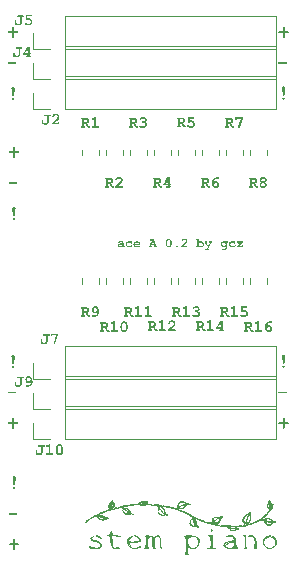
<source format=gbr>
%TF.SameCoordinates,Original*%
%TF.FileFunction,Legend,Top*%
%TF.FilePolarity,Positive*%
%FSLAX46Y46*%
G04 Gerber Fmt 4.6, Leading zero omitted, Abs format (unit mm)*
%MOMM*%
%LPD*%
G01*
G04 APERTURE LIST*
%ADD10C,0.125000*%
%ADD11C,0.200000*%
%ADD12C,0.120000*%
%ADD13C,0.050000*%
%ADD14C,0.000000*%
G04 APERTURE END LIST*
D10*
G36*
X124128754Y-73272945D02*
G01*
X124082006Y-73783290D01*
X124073450Y-73819389D01*
X124055774Y-73844840D01*
X124030273Y-73861098D01*
X123998401Y-73866675D01*
X123966518Y-73861100D01*
X123940957Y-73844840D01*
X123923337Y-73819396D01*
X123914798Y-73783290D01*
X123867244Y-73272945D01*
X123863947Y-73221727D01*
X123868516Y-73180362D01*
X123881449Y-73146369D01*
X123902488Y-73118119D01*
X123930237Y-73096323D01*
X123961801Y-73083324D01*
X123998401Y-73078845D01*
X124034455Y-73083329D01*
X124065893Y-73096415D01*
X124093876Y-73118486D01*
X124115388Y-73146951D01*
X124128355Y-73179827D01*
X124132857Y-73218430D01*
X124128754Y-73272945D01*
G37*
G36*
X124101716Y-74110087D02*
G01*
X124094988Y-74142840D01*
X124074605Y-74170318D01*
X124043709Y-74188354D01*
X124000013Y-74194937D01*
X123956370Y-74188359D01*
X123925423Y-74170318D01*
X123905098Y-74142846D01*
X123898385Y-74110087D01*
X123904961Y-74078049D01*
X123924983Y-74050736D01*
X123955675Y-74032742D01*
X124000013Y-74026117D01*
X124044437Y-74032660D01*
X124075045Y-74050370D01*
X124095071Y-74077440D01*
X124101716Y-74110087D01*
G37*
G36*
X124087721Y-78972885D02*
G01*
X124087721Y-79254399D01*
X124081087Y-79309591D01*
X124064787Y-79340934D01*
X124038500Y-79360184D01*
X124004117Y-79366800D01*
X123969719Y-79360202D01*
X123943081Y-79340934D01*
X123926454Y-79309544D01*
X123919707Y-79254399D01*
X123919707Y-78972885D01*
X123679519Y-78972885D01*
X123624382Y-78966119D01*
X123592984Y-78949437D01*
X123573778Y-78922654D01*
X123567192Y-78888035D01*
X123573781Y-78853429D01*
X123592984Y-78826705D01*
X123624386Y-78810159D01*
X123679519Y-78804064D01*
X123919707Y-78804064D01*
X123919707Y-78522843D01*
X123926420Y-78468146D01*
X123943081Y-78436454D01*
X123969756Y-78416843D01*
X124004117Y-78410149D01*
X124038571Y-78416766D01*
X124065226Y-78436088D01*
X124081847Y-78467504D01*
X124088600Y-78522843D01*
X124087721Y-78804064D01*
X124327909Y-78804064D01*
X124383074Y-78810738D01*
X124414371Y-78827145D01*
X124433617Y-78853513D01*
X124440237Y-78888035D01*
X124433634Y-78922648D01*
X124414371Y-78949437D01*
X124383035Y-78966116D01*
X124327909Y-78972885D01*
X124087721Y-78972885D01*
G37*
G36*
X124255826Y-76368196D02*
G01*
X123554093Y-76368196D01*
X123554093Y-76213444D01*
X124255826Y-76213444D01*
X124255826Y-76368196D01*
G37*
G36*
X124063921Y-45762086D02*
G01*
X124063921Y-46043600D01*
X124057287Y-46098792D01*
X124040987Y-46130135D01*
X124014700Y-46149385D01*
X123980317Y-46156000D01*
X123945919Y-46149403D01*
X123919280Y-46130135D01*
X123902653Y-46098745D01*
X123895907Y-46043600D01*
X123895907Y-45762086D01*
X123655719Y-45762086D01*
X123600582Y-45755320D01*
X123569184Y-45738638D01*
X123549978Y-45711855D01*
X123543392Y-45677236D01*
X123549981Y-45642630D01*
X123569184Y-45615906D01*
X123600586Y-45599360D01*
X123655719Y-45593265D01*
X123895907Y-45593265D01*
X123895907Y-45312044D01*
X123902619Y-45257347D01*
X123919280Y-45225655D01*
X123945956Y-45206044D01*
X123980317Y-45199350D01*
X124014771Y-45205967D01*
X124041426Y-45225289D01*
X124058047Y-45256705D01*
X124064800Y-45312044D01*
X124063921Y-45593265D01*
X124304109Y-45593265D01*
X124359274Y-45599939D01*
X124390571Y-45616346D01*
X124409817Y-45642714D01*
X124416437Y-45677236D01*
X124409834Y-45711849D01*
X124390571Y-45738638D01*
X124359235Y-45755317D01*
X124304109Y-45762086D01*
X124063921Y-45762086D01*
G37*
G36*
X124232026Y-48357396D02*
G01*
X123530293Y-48357396D01*
X123530293Y-48202644D01*
X124232026Y-48202644D01*
X124232026Y-48357396D01*
G37*
G36*
X124104954Y-50462145D02*
G01*
X124058206Y-50972490D01*
X124049650Y-51008589D01*
X124031974Y-51034040D01*
X124006473Y-51050298D01*
X123974601Y-51055875D01*
X123942718Y-51050300D01*
X123917156Y-51034040D01*
X123899537Y-51008596D01*
X123890998Y-50972490D01*
X123843444Y-50462145D01*
X123840147Y-50410927D01*
X123844716Y-50369562D01*
X123857649Y-50335569D01*
X123878688Y-50307319D01*
X123906436Y-50285523D01*
X123938001Y-50272524D01*
X123974601Y-50268045D01*
X124010655Y-50272529D01*
X124042093Y-50285615D01*
X124070076Y-50307686D01*
X124091588Y-50336151D01*
X124104555Y-50369027D01*
X124109057Y-50407630D01*
X124104954Y-50462145D01*
G37*
G36*
X124077916Y-51299287D02*
G01*
X124071188Y-51332040D01*
X124050805Y-51359518D01*
X124019909Y-51377554D01*
X123976213Y-51384137D01*
X123932570Y-51377559D01*
X123901622Y-51359518D01*
X123881298Y-51332046D01*
X123874585Y-51299287D01*
X123881161Y-51267249D01*
X123901183Y-51239936D01*
X123931875Y-51221942D01*
X123976213Y-51215317D01*
X124020637Y-51221860D01*
X124051245Y-51239570D01*
X124071271Y-51266640D01*
X124077916Y-51299287D01*
G37*
G36*
X146887721Y-35602085D02*
G01*
X146887721Y-35883599D01*
X146881087Y-35938791D01*
X146864787Y-35970134D01*
X146838500Y-35989384D01*
X146804117Y-35996000D01*
X146769719Y-35989402D01*
X146743080Y-35970134D01*
X146726453Y-35938744D01*
X146719706Y-35883599D01*
X146719706Y-35602085D01*
X146479518Y-35602085D01*
X146424381Y-35595319D01*
X146392983Y-35578637D01*
X146373777Y-35551854D01*
X146367191Y-35517235D01*
X146373780Y-35482629D01*
X146392983Y-35455905D01*
X146424385Y-35439359D01*
X146479518Y-35433264D01*
X146719706Y-35433264D01*
X146719706Y-35152043D01*
X146726419Y-35097346D01*
X146743080Y-35065654D01*
X146769756Y-35046043D01*
X146804117Y-35039349D01*
X146838571Y-35045966D01*
X146865226Y-35065288D01*
X146881847Y-35096704D01*
X146888600Y-35152043D01*
X146887721Y-35433264D01*
X147127909Y-35433264D01*
X147183074Y-35439938D01*
X147214371Y-35456345D01*
X147233617Y-35482713D01*
X147240237Y-35517235D01*
X147233634Y-35551848D01*
X147214371Y-35578637D01*
X147183035Y-35595316D01*
X147127909Y-35602085D01*
X146887721Y-35602085D01*
G37*
G36*
X123987721Y-68702085D02*
G01*
X123987721Y-68983599D01*
X123981087Y-69038791D01*
X123964787Y-69070134D01*
X123938500Y-69089384D01*
X123904117Y-69096000D01*
X123869719Y-69089402D01*
X123843080Y-69070134D01*
X123826453Y-69038744D01*
X123819706Y-68983599D01*
X123819706Y-68702085D01*
X123579518Y-68702085D01*
X123524381Y-68695319D01*
X123492983Y-68678637D01*
X123473777Y-68651854D01*
X123467191Y-68617235D01*
X123473780Y-68582629D01*
X123492983Y-68555905D01*
X123524385Y-68539359D01*
X123579518Y-68533264D01*
X123819706Y-68533264D01*
X123819706Y-68252043D01*
X123826419Y-68197346D01*
X123843080Y-68165654D01*
X123869756Y-68146043D01*
X123904117Y-68139349D01*
X123938571Y-68145966D01*
X123965226Y-68165288D01*
X123981847Y-68196704D01*
X123988600Y-68252043D01*
X123987721Y-68533264D01*
X124227909Y-68533264D01*
X124283074Y-68539938D01*
X124314371Y-68556345D01*
X124333617Y-68582713D01*
X124340237Y-68617235D01*
X124333634Y-68651848D01*
X124314371Y-68678637D01*
X124283035Y-68695316D01*
X124227909Y-68702085D01*
X123987721Y-68702085D01*
G37*
G36*
X123987721Y-35602085D02*
G01*
X123987721Y-35883599D01*
X123981087Y-35938791D01*
X123964787Y-35970134D01*
X123938500Y-35989384D01*
X123904117Y-35996000D01*
X123869719Y-35989402D01*
X123843080Y-35970134D01*
X123826453Y-35938744D01*
X123819706Y-35883599D01*
X123819706Y-35602085D01*
X123579518Y-35602085D01*
X123524381Y-35595319D01*
X123492983Y-35578637D01*
X123473777Y-35551854D01*
X123467191Y-35517235D01*
X123473780Y-35482629D01*
X123492983Y-35455905D01*
X123524385Y-35439359D01*
X123579518Y-35433264D01*
X123819706Y-35433264D01*
X123819706Y-35152043D01*
X123826419Y-35097346D01*
X123843080Y-35065654D01*
X123869756Y-35046043D01*
X123904117Y-35039349D01*
X123938571Y-35045966D01*
X123965226Y-35065288D01*
X123981847Y-35096704D01*
X123988600Y-35152043D01*
X123987721Y-35433264D01*
X124227909Y-35433264D01*
X124283074Y-35439938D01*
X124314371Y-35456345D01*
X124333617Y-35482713D01*
X124340237Y-35517235D01*
X124333634Y-35551848D01*
X124314371Y-35578637D01*
X124283035Y-35595316D01*
X124227909Y-35602085D01*
X123987721Y-35602085D01*
G37*
G36*
X124028754Y-63002144D02*
G01*
X123982006Y-63512489D01*
X123973450Y-63548588D01*
X123955774Y-63574039D01*
X123930273Y-63590297D01*
X123898401Y-63595874D01*
X123866518Y-63590299D01*
X123840956Y-63574039D01*
X123823336Y-63548595D01*
X123814797Y-63512489D01*
X123767243Y-63002144D01*
X123763946Y-62950926D01*
X123768515Y-62909561D01*
X123781448Y-62875568D01*
X123802487Y-62847318D01*
X123830236Y-62825522D01*
X123861801Y-62812523D01*
X123898401Y-62808044D01*
X123934455Y-62812528D01*
X123965893Y-62825614D01*
X123993876Y-62847685D01*
X124015388Y-62876150D01*
X124028355Y-62909026D01*
X124032857Y-62947629D01*
X124028754Y-63002144D01*
G37*
G36*
X124001716Y-63839286D02*
G01*
X123994988Y-63872039D01*
X123974605Y-63899517D01*
X123943709Y-63917553D01*
X123900013Y-63924136D01*
X123856370Y-63917558D01*
X123825422Y-63899517D01*
X123805097Y-63872045D01*
X123798384Y-63839286D01*
X123804960Y-63807248D01*
X123824982Y-63779935D01*
X123855675Y-63761941D01*
X123900013Y-63755316D01*
X123944437Y-63761859D01*
X123975045Y-63779569D01*
X123995071Y-63806639D01*
X124001716Y-63839286D01*
G37*
G36*
X124155826Y-66097395D02*
G01*
X123454092Y-66097395D01*
X123454092Y-65942643D01*
X124155826Y-65942643D01*
X124155826Y-66097395D01*
G37*
G36*
X147055826Y-38197395D02*
G01*
X146354092Y-38197395D01*
X146354092Y-38042643D01*
X147055826Y-38042643D01*
X147055826Y-38197395D01*
G37*
G36*
X124155826Y-38197395D02*
G01*
X123454092Y-38197395D01*
X123454092Y-38042643D01*
X124155826Y-38042643D01*
X124155826Y-38197395D01*
G37*
G36*
X146928754Y-63002144D02*
G01*
X146882006Y-63512489D01*
X146873450Y-63548588D01*
X146855774Y-63574039D01*
X146830273Y-63590297D01*
X146798401Y-63595874D01*
X146766518Y-63590299D01*
X146740956Y-63574039D01*
X146723336Y-63548595D01*
X146714797Y-63512489D01*
X146667243Y-63002144D01*
X146663946Y-62950926D01*
X146668515Y-62909561D01*
X146681448Y-62875568D01*
X146702487Y-62847318D01*
X146730236Y-62825522D01*
X146761801Y-62812523D01*
X146798401Y-62808044D01*
X146834455Y-62812528D01*
X146865893Y-62825614D01*
X146893876Y-62847685D01*
X146915388Y-62876150D01*
X146928355Y-62909026D01*
X146932857Y-62947629D01*
X146928754Y-63002144D01*
G37*
G36*
X146901716Y-63839286D02*
G01*
X146894988Y-63872039D01*
X146874605Y-63899517D01*
X146843709Y-63917553D01*
X146800013Y-63924136D01*
X146756370Y-63917558D01*
X146725422Y-63899517D01*
X146705097Y-63872045D01*
X146698384Y-63839286D01*
X146704960Y-63807248D01*
X146724982Y-63779935D01*
X146755675Y-63761941D01*
X146800013Y-63755316D01*
X146844437Y-63761859D01*
X146875045Y-63779569D01*
X146895071Y-63806639D01*
X146901716Y-63839286D01*
G37*
G36*
X147055826Y-66097395D02*
G01*
X146354092Y-66097395D01*
X146354092Y-65942643D01*
X147055826Y-65942643D01*
X147055826Y-66097395D01*
G37*
G36*
X146928754Y-40302144D02*
G01*
X146882006Y-40812489D01*
X146873450Y-40848588D01*
X146855774Y-40874039D01*
X146830273Y-40890297D01*
X146798401Y-40895874D01*
X146766518Y-40890299D01*
X146740956Y-40874039D01*
X146723336Y-40848595D01*
X146714797Y-40812489D01*
X146667243Y-40302144D01*
X146663946Y-40250926D01*
X146668515Y-40209561D01*
X146681448Y-40175568D01*
X146702487Y-40147318D01*
X146730236Y-40125522D01*
X146761801Y-40112523D01*
X146798401Y-40108044D01*
X146834455Y-40112528D01*
X146865893Y-40125614D01*
X146893876Y-40147685D01*
X146915388Y-40176150D01*
X146928355Y-40209026D01*
X146932857Y-40247629D01*
X146928754Y-40302144D01*
G37*
G36*
X146901716Y-41139286D02*
G01*
X146894988Y-41172039D01*
X146874605Y-41199517D01*
X146843709Y-41217553D01*
X146800013Y-41224136D01*
X146756370Y-41217558D01*
X146725422Y-41199517D01*
X146705097Y-41172045D01*
X146698384Y-41139286D01*
X146704960Y-41107248D01*
X146724982Y-41079935D01*
X146755675Y-41061941D01*
X146800013Y-41055316D01*
X146844437Y-41061859D01*
X146875045Y-41079569D01*
X146895071Y-41106639D01*
X146901716Y-41139286D01*
G37*
G36*
X133096816Y-53205665D02*
G01*
X133140457Y-53214707D01*
X133176438Y-53228726D01*
X133206025Y-53247303D01*
X133231261Y-53271805D01*
X133249015Y-53299866D01*
X133259877Y-53332197D01*
X133263667Y-53369913D01*
X133263667Y-53599452D01*
X133282815Y-53599452D01*
X133319571Y-53603952D01*
X133340457Y-53615035D01*
X133353298Y-53632761D01*
X133357700Y-53655726D01*
X133353300Y-53678700D01*
X133340457Y-53696466D01*
X133319576Y-53707512D01*
X133282815Y-53712000D01*
X133151657Y-53712000D01*
X133151657Y-53686989D01*
X133107927Y-53705951D01*
X133058747Y-53719815D01*
X133008900Y-53728180D01*
X132966374Y-53730757D01*
X132908010Y-53725040D01*
X132859902Y-53708937D01*
X132819926Y-53683081D01*
X132787421Y-53648459D01*
X132769465Y-53613718D01*
X132763653Y-53577617D01*
X132763974Y-53575028D01*
X132879473Y-53575028D01*
X132883039Y-53588971D01*
X132894225Y-53600381D01*
X132924797Y-53613304D01*
X132969110Y-53618210D01*
X133010554Y-53614582D01*
X133060652Y-53602579D01*
X133109529Y-53583793D01*
X133151657Y-53559885D01*
X133151657Y-53512355D01*
X133085527Y-53502492D01*
X133027581Y-53499411D01*
X132983058Y-53503270D01*
X132944251Y-53514348D01*
X132910101Y-53532334D01*
X132891647Y-53547974D01*
X132882291Y-53561954D01*
X132879473Y-53575028D01*
X132763974Y-53575028D01*
X132767750Y-53544619D01*
X132780261Y-53512354D01*
X132802218Y-53480024D01*
X132835509Y-53447094D01*
X132872708Y-53421899D01*
X132917217Y-53403129D01*
X132970456Y-53391146D01*
X133034176Y-53386863D01*
X133086744Y-53389397D01*
X133151657Y-53397806D01*
X133151657Y-53371281D01*
X133146358Y-53348863D01*
X133130066Y-53330688D01*
X133114527Y-53322980D01*
X133088573Y-53317269D01*
X133047805Y-53314958D01*
X132994800Y-53318981D01*
X132918845Y-53333325D01*
X132872927Y-53339969D01*
X132852245Y-53335973D01*
X132834972Y-53323995D01*
X132823396Y-53306077D01*
X132819389Y-53283109D01*
X132820822Y-53269695D01*
X132824860Y-53258734D01*
X132840150Y-53242223D01*
X132881133Y-53227324D01*
X132965837Y-53209201D01*
X133008119Y-53204010D01*
X133043995Y-53202411D01*
X133096816Y-53205665D01*
G37*
G36*
X133896793Y-53239927D02*
G01*
X133918213Y-53223036D01*
X133938314Y-53218043D01*
X133960314Y-53222413D01*
X133977930Y-53235384D01*
X133989027Y-53256312D01*
X133993513Y-53292781D01*
X133993513Y-53365272D01*
X133989001Y-53402220D01*
X133977930Y-53423011D01*
X133960192Y-53435666D01*
X133937240Y-53440011D01*
X133915797Y-53436622D01*
X133898454Y-53426822D01*
X133889083Y-53413719D01*
X133880380Y-53386521D01*
X133869097Y-53359544D01*
X133848677Y-53339969D01*
X133818166Y-53326631D01*
X133780950Y-53318049D01*
X133735593Y-53314958D01*
X133684620Y-53320457D01*
X133642947Y-53335965D01*
X133608538Y-53361071D01*
X133582061Y-53394372D01*
X133566204Y-53432731D01*
X133560715Y-53477722D01*
X133566053Y-53518932D01*
X133581278Y-53552589D01*
X133606584Y-53580499D01*
X133639609Y-53599738D01*
X133688571Y-53613056D01*
X133759089Y-53618210D01*
X133825688Y-53614234D01*
X133873297Y-53603898D01*
X133898429Y-53592205D01*
X133923025Y-53573807D01*
X133946867Y-53557178D01*
X133965669Y-53552558D01*
X133986957Y-53556779D01*
X134005286Y-53569606D01*
X134017812Y-53588249D01*
X134021943Y-53609759D01*
X134017162Y-53632349D01*
X134001544Y-53655612D01*
X133971140Y-53680688D01*
X133933109Y-53700917D01*
X133885095Y-53716618D01*
X133824986Y-53726974D01*
X133750345Y-53730757D01*
X133684126Y-53726834D01*
X133629362Y-53715937D01*
X133584189Y-53699068D01*
X133547037Y-53676780D01*
X133511254Y-53645240D01*
X133484085Y-53610224D01*
X133464691Y-53571287D01*
X133452784Y-53527660D01*
X133448656Y-53478308D01*
X133453871Y-53419949D01*
X133468941Y-53368360D01*
X133493611Y-53322241D01*
X133528426Y-53280667D01*
X133570580Y-53246938D01*
X133618529Y-53222684D01*
X133673389Y-53207663D01*
X133736667Y-53202411D01*
X133782156Y-53204831D01*
X133822983Y-53211790D01*
X133861642Y-53223610D01*
X133896793Y-53239927D01*
G37*
G36*
X134426875Y-53205170D02*
G01*
X134468529Y-53213228D01*
X134507254Y-53226396D01*
X134559582Y-53252892D01*
X134592250Y-53278175D01*
X134627606Y-53322431D01*
X134657267Y-53377924D01*
X134670169Y-53421459D01*
X134674755Y-53473863D01*
X134674755Y-53521295D01*
X134215139Y-53521295D01*
X134229575Y-53548136D01*
X134249993Y-53571432D01*
X134277177Y-53591539D01*
X134308055Y-53605593D01*
X134347532Y-53614822D01*
X134397686Y-53618210D01*
X134464467Y-53612454D01*
X134563234Y-53591588D01*
X134602813Y-53582796D01*
X134622292Y-53580695D01*
X134642930Y-53584679D01*
X134659954Y-53596570D01*
X134671369Y-53614281D01*
X134675293Y-53636577D01*
X134671217Y-53656762D01*
X134658879Y-53673800D01*
X134642301Y-53684708D01*
X134609521Y-53697590D01*
X134552341Y-53712390D01*
X134468228Y-53726283D01*
X134389480Y-53730757D01*
X134322790Y-53725563D01*
X134265764Y-53710823D01*
X134216728Y-53687269D01*
X134174399Y-53654896D01*
X134138826Y-53614346D01*
X134113954Y-53570313D01*
X134098945Y-53522000D01*
X134093799Y-53468245D01*
X134099444Y-53411070D01*
X134100200Y-53408748D01*
X134218412Y-53408748D01*
X134550680Y-53408748D01*
X134531319Y-53379375D01*
X134508973Y-53356136D01*
X134483464Y-53338308D01*
X134454916Y-53325637D01*
X134422215Y-53317731D01*
X134384546Y-53314958D01*
X134347272Y-53317720D01*
X134314738Y-53325616D01*
X134286165Y-53338308D01*
X134260619Y-53356117D01*
X134238091Y-53379356D01*
X134218412Y-53408748D01*
X134100200Y-53408748D01*
X134115765Y-53360923D01*
X134142628Y-53316342D01*
X134180945Y-53276368D01*
X134226609Y-53243769D01*
X134274833Y-53220873D01*
X134326278Y-53207094D01*
X134381810Y-53202411D01*
X134426875Y-53205170D01*
G37*
G36*
X136020778Y-53599452D02*
G01*
X136056410Y-53602635D01*
X136072655Y-53609613D01*
X136091957Y-53632431D01*
X136097812Y-53655726D01*
X136093476Y-53678724D01*
X136080861Y-53696466D01*
X136060227Y-53707501D01*
X136023513Y-53712000D01*
X135872669Y-53712000D01*
X135835900Y-53707514D01*
X135814979Y-53696466D01*
X135802174Y-53678704D01*
X135797784Y-53655726D01*
X135802175Y-53632757D01*
X135814979Y-53615035D01*
X135835906Y-53603950D01*
X135872669Y-53599452D01*
X135899975Y-53599452D01*
X135873206Y-53527547D01*
X135601071Y-53527547D01*
X135573715Y-53599452D01*
X135601071Y-53599452D01*
X135637826Y-53603952D01*
X135658712Y-53615035D01*
X135671553Y-53632761D01*
X135675956Y-53655726D01*
X135671555Y-53678700D01*
X135658712Y-53696466D01*
X135637831Y-53707512D01*
X135601071Y-53712000D01*
X135450226Y-53712000D01*
X135413466Y-53707512D01*
X135392585Y-53696466D01*
X135379742Y-53678700D01*
X135375341Y-53655726D01*
X135379924Y-53632830D01*
X135393415Y-53615035D01*
X135415127Y-53603951D01*
X135452962Y-53599452D01*
X135527113Y-53415000D01*
X135645865Y-53415000D01*
X135826751Y-53415000D01*
X135736577Y-53197184D01*
X135645865Y-53415000D01*
X135527113Y-53415000D01*
X135628914Y-53161769D01*
X135555690Y-53161769D01*
X135518930Y-53157282D01*
X135498049Y-53146235D01*
X135485244Y-53128474D01*
X135480854Y-53105496D01*
X135485246Y-53082526D01*
X135498049Y-53064805D01*
X135518935Y-53053722D01*
X135555690Y-53049222D01*
X135797784Y-53049222D01*
X136020778Y-53599452D01*
G37*
G36*
X137122230Y-52990215D02*
G01*
X137159825Y-53000206D01*
X137192166Y-53016200D01*
X137220288Y-53038886D01*
X137249909Y-53074199D01*
X137281266Y-53125670D01*
X137304847Y-53180264D01*
X137318898Y-53236721D01*
X137323618Y-53295761D01*
X137323618Y-53418566D01*
X137319750Y-53472075D01*
X137308148Y-53524444D01*
X137288578Y-53576184D01*
X137260505Y-53627736D01*
X137232425Y-53664408D01*
X137200892Y-53691968D01*
X137165532Y-53711508D01*
X137125574Y-53723475D01*
X137079912Y-53727631D01*
X137035585Y-53724077D01*
X136997806Y-53713998D01*
X136965411Y-53697882D01*
X136937335Y-53675020D01*
X136907900Y-53639609D01*
X136876898Y-53588168D01*
X136853605Y-53533577D01*
X136839737Y-53477275D01*
X136835083Y-53418566D01*
X136835083Y-53295907D01*
X136947093Y-53295907D01*
X136947093Y-53418420D01*
X136952993Y-53477703D01*
X136970133Y-53530258D01*
X136998482Y-53577519D01*
X137019855Y-53598175D01*
X137046444Y-53610664D01*
X137079912Y-53615084D01*
X137111430Y-53610484D01*
X137138529Y-53596976D01*
X137162418Y-53573709D01*
X137188966Y-53529669D01*
X137205333Y-53478499D01*
X137211071Y-53418420D01*
X137211071Y-53295907D01*
X137205247Y-53236938D01*
X137188296Y-53184363D01*
X137160219Y-53136808D01*
X137138538Y-53116103D01*
X137111918Y-53103635D01*
X137078789Y-53099243D01*
X137046917Y-53103861D01*
X137019648Y-53117385D01*
X136995746Y-53140618D01*
X136969197Y-53184658D01*
X136952831Y-53235828D01*
X136947093Y-53295907D01*
X136835083Y-53295907D01*
X136835083Y-53295761D01*
X136838925Y-53242526D01*
X136850460Y-53190293D01*
X136869938Y-53138559D01*
X136897903Y-53086884D01*
X136925904Y-53050093D01*
X136957373Y-53022454D01*
X136992681Y-53002862D01*
X137032603Y-52990863D01*
X137078251Y-52986696D01*
X137122230Y-52990215D01*
G37*
G36*
X137835990Y-53655726D02*
G01*
X137830343Y-53685208D01*
X137813569Y-53709264D01*
X137797431Y-53720860D01*
X137777233Y-53728140D01*
X137751824Y-53730757D01*
X137726415Y-53728141D01*
X137706199Y-53720862D01*
X137690031Y-53709264D01*
X137673295Y-53685211D01*
X137667658Y-53655726D01*
X137673296Y-53626249D01*
X137690031Y-53602237D01*
X137706203Y-53590610D01*
X137726419Y-53583316D01*
X137751824Y-53580695D01*
X137777229Y-53583317D01*
X137797427Y-53590612D01*
X137813569Y-53602237D01*
X137830342Y-53626253D01*
X137835990Y-53655726D01*
G37*
G36*
X138317149Y-53599452D02*
G01*
X138562564Y-53599452D01*
X138583110Y-53587380D01*
X138600812Y-53583821D01*
X138624166Y-53588212D01*
X138641503Y-53600820D01*
X138652160Y-53621517D01*
X138656549Y-53658852D01*
X138656549Y-53712000D01*
X138146130Y-53712000D01*
X138146130Y-53593200D01*
X138353096Y-53419414D01*
X138463052Y-53321267D01*
X138511713Y-53272265D01*
X138530345Y-53246568D01*
X138540328Y-53223752D01*
X138543415Y-53202949D01*
X138539590Y-53177213D01*
X138528026Y-53153390D01*
X138507609Y-53130653D01*
X138482074Y-53113674D01*
X138450802Y-53103042D01*
X138412257Y-53099243D01*
X138373462Y-53103295D01*
X138340530Y-53114882D01*
X138312215Y-53133828D01*
X138294209Y-53155516D01*
X138278900Y-53188392D01*
X138269288Y-53208638D01*
X138257847Y-53220827D01*
X138243251Y-53228009D01*
X138224776Y-53230548D01*
X138203432Y-53226485D01*
X138185160Y-53214233D01*
X138172590Y-53196348D01*
X138168503Y-53176131D01*
X138171247Y-53154996D01*
X138180621Y-53128302D01*
X138198838Y-53094456D01*
X138221689Y-53064475D01*
X138250905Y-53038413D01*
X138287351Y-53016103D01*
X138327062Y-52999838D01*
X138369052Y-52990025D01*
X138413869Y-52986696D01*
X138466124Y-52990976D01*
X138511781Y-53003253D01*
X138552006Y-53023123D01*
X138587672Y-53050785D01*
X138617694Y-53085024D01*
X138638591Y-53121817D01*
X138651141Y-53161794D01*
X138655425Y-53205879D01*
X138650515Y-53250799D01*
X138636032Y-53291755D01*
X138607900Y-53333090D01*
X138542829Y-53401323D01*
X138470811Y-53466754D01*
X138317149Y-53599452D01*
G37*
G36*
X139623311Y-53256193D02*
G01*
X139665141Y-53232405D01*
X139706646Y-53215845D01*
X139749352Y-53205747D01*
X139792180Y-53202411D01*
X139848898Y-53207566D01*
X139899971Y-53222588D01*
X139946542Y-53247393D01*
X139989431Y-53282669D01*
X140025138Y-53325319D01*
X140050119Y-53371251D01*
X140065176Y-53421244D01*
X140070324Y-53476403D01*
X140065361Y-53529236D01*
X140050934Y-53576383D01*
X140027133Y-53619010D01*
X139993241Y-53657924D01*
X139952744Y-53689115D01*
X139906197Y-53711718D01*
X139852449Y-53725808D01*
X139789982Y-53730757D01*
X139745816Y-53727716D01*
X139703618Y-53718692D01*
X139663012Y-53703908D01*
X139623311Y-53683179D01*
X139623311Y-53712000D01*
X139492152Y-53712000D01*
X139455384Y-53707514D01*
X139434462Y-53696466D01*
X139421657Y-53678704D01*
X139417267Y-53655726D01*
X139421723Y-53632781D01*
X139434755Y-53615035D01*
X139455825Y-53603925D01*
X139492152Y-53599452D01*
X139511252Y-53599452D01*
X139511252Y-53478015D01*
X139623311Y-53478015D01*
X139628304Y-53517008D01*
X139642756Y-53550138D01*
X139667030Y-53578838D01*
X139698415Y-53599865D01*
X139738732Y-53613312D01*
X139790519Y-53618210D01*
X139842343Y-53613317D01*
X139882765Y-53599873D01*
X139914302Y-53578838D01*
X139938842Y-53550154D01*
X139953339Y-53517531D01*
X139958314Y-53479627D01*
X139952823Y-53435642D01*
X139936774Y-53397160D01*
X139909661Y-53362781D01*
X139874828Y-53336217D01*
X139835589Y-53320394D01*
X139790519Y-53314958D01*
X139745837Y-53320378D01*
X139706766Y-53336185D01*
X139671915Y-53362781D01*
X139644744Y-53397123D01*
X139628753Y-53435092D01*
X139623311Y-53478015D01*
X139511252Y-53478015D01*
X139511252Y-53114875D01*
X139492152Y-53114875D01*
X139455384Y-53110389D01*
X139434462Y-53099341D01*
X139421657Y-53081579D01*
X139417267Y-53058601D01*
X139421659Y-53035632D01*
X139434462Y-53017910D01*
X139455389Y-53006825D01*
X139492152Y-53002327D01*
X139623311Y-53002327D01*
X139623311Y-53256193D01*
G37*
G36*
X140373381Y-53708727D02*
G01*
X140179354Y-53327464D01*
X140154611Y-53323309D01*
X140137833Y-53311930D01*
X140127335Y-53294415D01*
X140123618Y-53271190D01*
X140128009Y-53248221D01*
X140140812Y-53230499D01*
X140161739Y-53219414D01*
X140198503Y-53214916D01*
X140300694Y-53214916D01*
X140337449Y-53219416D01*
X140358335Y-53230499D01*
X140371177Y-53248225D01*
X140375579Y-53271190D01*
X140371178Y-53294164D01*
X140358335Y-53311930D01*
X140337842Y-53323074D01*
X140303967Y-53327464D01*
X140436200Y-53585286D01*
X140567358Y-53327464D01*
X140534464Y-53323112D01*
X140514064Y-53311930D01*
X140501260Y-53294168D01*
X140496870Y-53271190D01*
X140501261Y-53248221D01*
X140514064Y-53230499D01*
X140534991Y-53219414D01*
X140571755Y-53214916D01*
X140677219Y-53214916D01*
X140713500Y-53219401D01*
X140734323Y-53230499D01*
X140747164Y-53248225D01*
X140751566Y-53271190D01*
X140747714Y-53294367D01*
X140736765Y-53311930D01*
X140719326Y-53323264D01*
X140693046Y-53327464D01*
X140436200Y-53833926D01*
X140491399Y-53833926D01*
X140511887Y-53865351D01*
X140517630Y-53890199D01*
X140513228Y-53913164D01*
X140500387Y-53930890D01*
X140479507Y-53941974D01*
X140442794Y-53946473D01*
X140198503Y-53946473D01*
X140161739Y-53941975D01*
X140140812Y-53930890D01*
X140128009Y-53913168D01*
X140123618Y-53890199D01*
X140128008Y-53867221D01*
X140140812Y-53849459D01*
X140161734Y-53838411D01*
X140198503Y-53833926D01*
X140309975Y-53833926D01*
X140373381Y-53708727D01*
G37*
G36*
X141789128Y-53202413D02*
G01*
X141828433Y-53211644D01*
X141865796Y-53227092D01*
X141901950Y-53249306D01*
X141901950Y-53214916D01*
X142033108Y-53214916D01*
X142069821Y-53219415D01*
X142090701Y-53230499D01*
X142103542Y-53248225D01*
X142107944Y-53271190D01*
X142103544Y-53294164D01*
X142090701Y-53311930D01*
X142069826Y-53322978D01*
X142033108Y-53327464D01*
X142013960Y-53327464D01*
X142013960Y-53735740D01*
X142011038Y-53774494D01*
X142002649Y-53808628D01*
X141989096Y-53838908D01*
X141970183Y-53866188D01*
X141945060Y-53891419D01*
X141912843Y-53914721D01*
X141877457Y-53932245D01*
X141839081Y-53942847D01*
X141796974Y-53946473D01*
X141670212Y-53946473D01*
X141633460Y-53941950D01*
X141612522Y-53930792D01*
X141599693Y-53913058D01*
X141595327Y-53890492D01*
X141599718Y-53867413D01*
X141612522Y-53849557D01*
X141633454Y-53838436D01*
X141670212Y-53833926D01*
X141793702Y-53833926D01*
X141826891Y-53830544D01*
X141852967Y-53821190D01*
X141873520Y-53806375D01*
X141889256Y-53786490D01*
X141898685Y-53763583D01*
X141901950Y-53736717D01*
X141901950Y-53682690D01*
X141864007Y-53703923D01*
X141826235Y-53718741D01*
X141787268Y-53727751D01*
X141747295Y-53730757D01*
X141691476Y-53725790D01*
X141641706Y-53711382D01*
X141596813Y-53687723D01*
X141555956Y-53654260D01*
X141522162Y-53613613D01*
X141498351Y-53569171D01*
X141483895Y-53520120D01*
X141478921Y-53465314D01*
X141478947Y-53465021D01*
X141590980Y-53465021D01*
X141596060Y-53504863D01*
X141611045Y-53540433D01*
X141636605Y-53572928D01*
X141669284Y-53598217D01*
X141705394Y-53613131D01*
X141746172Y-53618210D01*
X141786949Y-53613131D01*
X141823060Y-53598217D01*
X141855739Y-53572928D01*
X141881299Y-53540433D01*
X141896283Y-53504863D01*
X141901364Y-53465021D01*
X141896303Y-53425525D01*
X141881337Y-53390043D01*
X141855739Y-53357408D01*
X141823039Y-53331943D01*
X141786930Y-53316939D01*
X141746172Y-53311832D01*
X141705414Y-53316939D01*
X141669304Y-53331943D01*
X141636605Y-53357408D01*
X141611007Y-53390043D01*
X141596040Y-53425525D01*
X141590980Y-53465021D01*
X141478947Y-53465021D01*
X141483905Y-53410196D01*
X141498379Y-53360962D01*
X141522193Y-53316449D01*
X141555956Y-53275831D01*
X141596816Y-53242345D01*
X141641710Y-53218671D01*
X141691479Y-53204255D01*
X141747295Y-53199285D01*
X141789128Y-53202413D01*
G37*
G36*
X142624665Y-53239927D02*
G01*
X142646085Y-53223036D01*
X142666186Y-53218043D01*
X142688185Y-53222413D01*
X142705802Y-53235384D01*
X142716899Y-53256312D01*
X142721385Y-53292781D01*
X142721385Y-53365272D01*
X142716872Y-53402220D01*
X142705802Y-53423011D01*
X142688063Y-53435666D01*
X142665111Y-53440011D01*
X142643668Y-53436622D01*
X142626325Y-53426822D01*
X142616955Y-53413719D01*
X142608251Y-53386521D01*
X142596969Y-53359544D01*
X142576549Y-53339969D01*
X142546038Y-53326631D01*
X142508822Y-53318049D01*
X142463464Y-53314958D01*
X142412491Y-53320457D01*
X142370819Y-53335965D01*
X142336409Y-53361071D01*
X142309932Y-53394372D01*
X142294075Y-53432731D01*
X142288586Y-53477722D01*
X142293924Y-53518932D01*
X142309149Y-53552589D01*
X142334455Y-53580499D01*
X142367481Y-53599738D01*
X142416443Y-53613056D01*
X142486960Y-53618210D01*
X142553559Y-53614234D01*
X142601168Y-53603898D01*
X142626301Y-53592205D01*
X142650896Y-53573807D01*
X142674739Y-53557178D01*
X142693541Y-53552558D01*
X142714828Y-53556779D01*
X142733157Y-53569606D01*
X142745683Y-53588249D01*
X142749815Y-53609759D01*
X142745034Y-53632349D01*
X142729415Y-53655612D01*
X142699012Y-53680688D01*
X142660981Y-53700917D01*
X142612966Y-53716618D01*
X142552857Y-53726974D01*
X142478217Y-53730757D01*
X142411997Y-53726834D01*
X142357234Y-53715937D01*
X142312061Y-53699068D01*
X142274909Y-53676780D01*
X142239125Y-53645240D01*
X142211957Y-53610224D01*
X142192562Y-53571287D01*
X142180656Y-53527660D01*
X142176528Y-53478308D01*
X142181742Y-53419949D01*
X142196813Y-53368360D01*
X142221482Y-53322241D01*
X142256297Y-53280667D01*
X142298452Y-53246938D01*
X142346401Y-53222684D01*
X142401261Y-53207663D01*
X142464539Y-53202411D01*
X142510028Y-53204831D01*
X142550854Y-53211790D01*
X142589513Y-53223610D01*
X142624665Y-53239927D01*
G37*
G36*
X143061078Y-53599452D02*
G01*
X143257791Y-53599452D01*
X143263587Y-53562565D01*
X143274986Y-53541665D01*
X143292443Y-53528718D01*
X143313527Y-53524421D01*
X143336492Y-53528823D01*
X143354218Y-53541665D01*
X143365297Y-53562568D01*
X143369801Y-53599452D01*
X143369801Y-53712000D01*
X142882341Y-53712000D01*
X142882341Y-53618943D01*
X143177435Y-53327464D01*
X143005879Y-53327464D01*
X143005879Y-53339969D01*
X143001377Y-53376861D01*
X142990296Y-53397806D01*
X142972534Y-53410610D01*
X142949556Y-53415000D01*
X142926620Y-53410613D01*
X142908866Y-53397806D01*
X142897785Y-53376861D01*
X142893283Y-53339969D01*
X142893820Y-53214916D01*
X143357247Y-53214916D01*
X143357247Y-53306898D01*
X143061078Y-53599452D01*
G37*
G36*
X146887721Y-68702085D02*
G01*
X146887721Y-68983599D01*
X146881087Y-69038791D01*
X146864787Y-69070134D01*
X146838500Y-69089384D01*
X146804117Y-69096000D01*
X146769719Y-69089402D01*
X146743080Y-69070134D01*
X146726453Y-69038744D01*
X146719706Y-68983599D01*
X146719706Y-68702085D01*
X146479518Y-68702085D01*
X146424381Y-68695319D01*
X146392983Y-68678637D01*
X146373777Y-68651854D01*
X146367191Y-68617235D01*
X146373780Y-68582629D01*
X146392983Y-68555905D01*
X146424385Y-68539359D01*
X146479518Y-68533264D01*
X146719706Y-68533264D01*
X146719706Y-68252043D01*
X146726419Y-68197346D01*
X146743080Y-68165654D01*
X146769756Y-68146043D01*
X146804117Y-68139349D01*
X146838571Y-68145966D01*
X146865226Y-68165288D01*
X146881847Y-68196704D01*
X146888600Y-68252043D01*
X146887721Y-68533264D01*
X147127909Y-68533264D01*
X147183074Y-68539938D01*
X147214371Y-68556345D01*
X147233617Y-68582713D01*
X147240237Y-68617235D01*
X147233634Y-68651848D01*
X147214371Y-68678637D01*
X147183035Y-68695316D01*
X147127909Y-68702085D01*
X146887721Y-68702085D01*
G37*
G36*
X124028754Y-40302144D02*
G01*
X123982006Y-40812489D01*
X123973450Y-40848588D01*
X123955774Y-40874039D01*
X123930273Y-40890297D01*
X123898401Y-40895874D01*
X123866518Y-40890299D01*
X123840956Y-40874039D01*
X123823336Y-40848595D01*
X123814797Y-40812489D01*
X123767243Y-40302144D01*
X123763946Y-40250926D01*
X123768515Y-40209561D01*
X123781448Y-40175568D01*
X123802487Y-40147318D01*
X123830236Y-40125522D01*
X123861801Y-40112523D01*
X123898401Y-40108044D01*
X123934455Y-40112528D01*
X123965893Y-40125614D01*
X123993876Y-40147685D01*
X124015388Y-40176150D01*
X124028355Y-40209026D01*
X124032857Y-40247629D01*
X124028754Y-40302144D01*
G37*
G36*
X124001716Y-41139286D02*
G01*
X123994988Y-41172039D01*
X123974605Y-41199517D01*
X123943709Y-41217553D01*
X123900013Y-41224136D01*
X123856370Y-41217558D01*
X123825422Y-41199517D01*
X123805097Y-41172045D01*
X123798384Y-41139286D01*
X123804960Y-41107248D01*
X123824982Y-41079935D01*
X123855675Y-41061941D01*
X123900013Y-41055316D01*
X123944437Y-41061859D01*
X123975045Y-41079569D01*
X123995071Y-41106639D01*
X124001716Y-41139286D01*
G37*
D11*
G36*
X132126506Y-47851757D02*
G01*
X132188225Y-47866362D01*
X132239485Y-47889230D01*
X132282031Y-47919984D01*
X132318341Y-47959488D01*
X132343488Y-48001878D01*
X132358538Y-48047894D01*
X132363669Y-48098647D01*
X132359392Y-48141150D01*
X132346726Y-48180604D01*
X132325384Y-48217838D01*
X132297172Y-48250688D01*
X132259268Y-48282459D01*
X132209918Y-48313154D01*
X132254030Y-48355608D01*
X132304868Y-48412805D01*
X132389620Y-48534316D01*
X132437935Y-48538475D01*
X132459962Y-48547566D01*
X132483531Y-48575583D01*
X132490736Y-48604658D01*
X132485316Y-48633406D01*
X132469548Y-48655582D01*
X132443704Y-48669379D01*
X132397802Y-48675000D01*
X132317874Y-48675000D01*
X132222040Y-48537238D01*
X132145307Y-48445697D01*
X132084284Y-48389243D01*
X132035773Y-48358461D01*
X131897104Y-48358461D01*
X131897104Y-48534316D01*
X131947601Y-48534316D01*
X131993546Y-48539940D01*
X132019653Y-48553794D01*
X132035705Y-48575951D01*
X132041208Y-48604658D01*
X132035707Y-48633375D01*
X132019653Y-48655582D01*
X131993552Y-48669390D01*
X131947601Y-48675000D01*
X131735171Y-48675000D01*
X131689211Y-48669393D01*
X131663059Y-48655582D01*
X131647052Y-48633380D01*
X131641565Y-48604658D01*
X131647135Y-48575977D01*
X131663425Y-48553794D01*
X131689762Y-48539907D01*
X131735171Y-48534316D01*
X131757031Y-48534316D01*
X131757031Y-48217777D01*
X131897104Y-48217777D01*
X132006403Y-48217777D01*
X132065082Y-48212983D01*
X132114969Y-48199398D01*
X132172482Y-48171916D01*
X132201370Y-48147740D01*
X132218439Y-48119706D01*
X132223596Y-48094007D01*
X132219334Y-48069571D01*
X132205954Y-48045520D01*
X132181220Y-48020917D01*
X132151131Y-48003212D01*
X132110915Y-47991547D01*
X132057633Y-47987212D01*
X131897104Y-47987212D01*
X131897104Y-48217777D01*
X131757031Y-48217777D01*
X131757031Y-47987212D01*
X131735171Y-47987212D01*
X131689211Y-47981605D01*
X131663059Y-47967794D01*
X131647052Y-47945592D01*
X131641565Y-47916870D01*
X131647054Y-47888158D01*
X131663059Y-47866006D01*
X131689217Y-47852150D01*
X131735171Y-47846528D01*
X132052137Y-47846528D01*
X132126506Y-47851757D01*
G37*
G36*
X132749939Y-48534316D02*
G01*
X133056708Y-48534316D01*
X133082391Y-48519225D01*
X133104519Y-48514776D01*
X133133711Y-48520265D01*
X133155382Y-48536025D01*
X133168704Y-48561896D01*
X133174189Y-48608565D01*
X133174189Y-48675000D01*
X132536166Y-48675000D01*
X132536166Y-48526500D01*
X132794873Y-48309268D01*
X132932318Y-48186584D01*
X132993144Y-48125331D01*
X133016435Y-48093210D01*
X133028913Y-48064690D01*
X133032772Y-48038686D01*
X133027991Y-48006516D01*
X133013536Y-47976738D01*
X132988015Y-47948316D01*
X132956095Y-47927093D01*
X132917006Y-47913802D01*
X132868824Y-47909054D01*
X132820331Y-47914119D01*
X132779165Y-47928602D01*
X132743772Y-47952285D01*
X132721264Y-47979395D01*
X132702129Y-48020490D01*
X132690113Y-48045798D01*
X132675812Y-48061034D01*
X132657567Y-48070012D01*
X132634473Y-48073185D01*
X132607793Y-48068107D01*
X132584953Y-48052791D01*
X132569241Y-48030436D01*
X132564131Y-48005163D01*
X132567562Y-47978745D01*
X132579280Y-47945378D01*
X132602050Y-47903070D01*
X132630615Y-47865593D01*
X132667134Y-47833017D01*
X132712692Y-47805129D01*
X132762330Y-47784797D01*
X132814818Y-47772532D01*
X132870839Y-47768370D01*
X132936159Y-47773720D01*
X132993230Y-47789067D01*
X133043511Y-47813904D01*
X133088093Y-47848482D01*
X133125620Y-47891281D01*
X133151741Y-47937271D01*
X133167429Y-47987243D01*
X133172785Y-48042349D01*
X133166647Y-48098498D01*
X133148544Y-48149694D01*
X133113378Y-48201363D01*
X133032040Y-48286653D01*
X132942017Y-48368443D01*
X132749939Y-48534316D01*
G37*
G36*
X144318506Y-47851757D02*
G01*
X144380225Y-47866362D01*
X144431485Y-47889230D01*
X144474031Y-47919984D01*
X144510341Y-47959488D01*
X144535488Y-48001878D01*
X144550538Y-48047894D01*
X144555669Y-48098647D01*
X144551392Y-48141150D01*
X144538726Y-48180604D01*
X144517384Y-48217838D01*
X144489172Y-48250688D01*
X144451268Y-48282459D01*
X144401918Y-48313154D01*
X144446030Y-48355608D01*
X144496868Y-48412805D01*
X144581620Y-48534316D01*
X144629935Y-48538475D01*
X144651962Y-48547566D01*
X144675531Y-48575583D01*
X144682736Y-48604658D01*
X144677316Y-48633406D01*
X144661548Y-48655582D01*
X144635704Y-48669379D01*
X144589802Y-48675000D01*
X144509874Y-48675000D01*
X144414040Y-48537238D01*
X144337307Y-48445697D01*
X144276284Y-48389243D01*
X144227773Y-48358461D01*
X144089104Y-48358461D01*
X144089104Y-48534316D01*
X144139601Y-48534316D01*
X144185546Y-48539940D01*
X144211653Y-48553794D01*
X144227705Y-48575951D01*
X144233208Y-48604658D01*
X144227707Y-48633375D01*
X144211653Y-48655582D01*
X144185552Y-48669390D01*
X144139601Y-48675000D01*
X143927171Y-48675000D01*
X143881211Y-48669393D01*
X143855059Y-48655582D01*
X143839052Y-48633380D01*
X143833565Y-48604658D01*
X143839135Y-48575977D01*
X143855425Y-48553794D01*
X143881762Y-48539907D01*
X143927171Y-48534316D01*
X143949031Y-48534316D01*
X143949031Y-48217777D01*
X144089104Y-48217777D01*
X144198403Y-48217777D01*
X144257082Y-48212983D01*
X144306969Y-48199398D01*
X144364482Y-48171916D01*
X144393370Y-48147740D01*
X144410439Y-48119706D01*
X144415596Y-48094007D01*
X144411334Y-48069571D01*
X144397954Y-48045520D01*
X144373220Y-48020917D01*
X144343131Y-48003212D01*
X144302915Y-47991547D01*
X144249633Y-47987212D01*
X144089104Y-47987212D01*
X144089104Y-48217777D01*
X143949031Y-48217777D01*
X143949031Y-47987212D01*
X143927171Y-47987212D01*
X143881211Y-47981605D01*
X143855059Y-47967794D01*
X143839052Y-47945592D01*
X143833565Y-47916870D01*
X143839054Y-47888158D01*
X143855059Y-47866006D01*
X143881217Y-47852150D01*
X143927171Y-47846528D01*
X144244137Y-47846528D01*
X144318506Y-47851757D01*
G37*
G36*
X145137084Y-47773548D02*
G01*
X145192372Y-47788398D01*
X145241052Y-47812422D01*
X145284185Y-47845856D01*
X145320686Y-47887320D01*
X145345961Y-47931378D01*
X145361059Y-47978754D01*
X145366189Y-48030504D01*
X145360276Y-48084377D01*
X145342620Y-48134979D01*
X145313723Y-48181640D01*
X145271240Y-48227119D01*
X145319149Y-48272386D01*
X145352145Y-48321641D01*
X145372276Y-48376687D01*
X145379134Y-48437962D01*
X145375247Y-48483878D01*
X145363771Y-48526758D01*
X145344635Y-48567288D01*
X145318087Y-48602978D01*
X145282503Y-48633963D01*
X145236374Y-48660406D01*
X145186184Y-48679135D01*
X145131785Y-48690603D01*
X145072426Y-48694539D01*
X145013076Y-48690582D01*
X144959144Y-48679097D01*
X144909821Y-48660406D01*
X144864635Y-48634022D01*
X144829472Y-48602928D01*
X144802965Y-48566922D01*
X144783795Y-48526206D01*
X144772336Y-48483439D01*
X144769115Y-48445594D01*
X144908478Y-48445594D01*
X144912811Y-48472730D01*
X144925967Y-48497714D01*
X144949450Y-48521493D01*
X144978666Y-48538327D01*
X145018990Y-48549607D01*
X145073830Y-48553855D01*
X145129140Y-48549585D01*
X145169492Y-48538288D01*
X145198455Y-48521493D01*
X145221645Y-48497706D01*
X145234764Y-48472265D01*
X145239122Y-48444190D01*
X145234080Y-48409385D01*
X145218747Y-48376501D01*
X145191616Y-48344478D01*
X145157730Y-48319836D01*
X145118950Y-48304986D01*
X145073830Y-48299842D01*
X145028669Y-48304987D01*
X144989848Y-48319837D01*
X144955922Y-48344478D01*
X144928921Y-48376520D01*
X144913560Y-48409866D01*
X144908478Y-48445594D01*
X144769115Y-48445594D01*
X144768466Y-48437962D01*
X144775323Y-48376687D01*
X144795455Y-48321641D01*
X144828487Y-48272379D01*
X144876360Y-48227119D01*
X144834300Y-48181110D01*
X144805285Y-48134307D01*
X144787379Y-48083780D01*
X144781773Y-48033740D01*
X144921484Y-48033740D01*
X144925995Y-48066962D01*
X144939292Y-48096249D01*
X144962089Y-48122705D01*
X144991187Y-48142353D01*
X145027324Y-48154718D01*
X145072426Y-48159159D01*
X145117071Y-48154731D01*
X145152982Y-48142379D01*
X145182030Y-48122705D01*
X145204864Y-48096244D01*
X145218179Y-48066958D01*
X145222696Y-48033740D01*
X145218201Y-48001005D01*
X145204908Y-47971953D01*
X145182030Y-47945507D01*
X145152982Y-47925834D01*
X145117071Y-47913482D01*
X145072426Y-47909054D01*
X145027324Y-47913495D01*
X144991187Y-47925860D01*
X144962089Y-47945507D01*
X144939248Y-47971948D01*
X144925973Y-48001000D01*
X144921484Y-48033740D01*
X144781773Y-48033740D01*
X144781411Y-48030504D01*
X144786538Y-47978750D01*
X144801626Y-47931374D01*
X144826882Y-47887316D01*
X144863354Y-47845856D01*
X144906517Y-47812417D01*
X144955209Y-47788393D01*
X145010489Y-47773547D01*
X145073769Y-47768370D01*
X145137084Y-47773548D01*
G37*
G36*
X130094506Y-58792957D02*
G01*
X130156225Y-58807562D01*
X130207485Y-58830430D01*
X130250031Y-58861184D01*
X130286341Y-58900688D01*
X130311488Y-58943078D01*
X130326538Y-58989094D01*
X130331669Y-59039847D01*
X130327392Y-59082350D01*
X130314726Y-59121804D01*
X130293384Y-59159038D01*
X130265172Y-59191888D01*
X130227268Y-59223659D01*
X130177918Y-59254354D01*
X130222030Y-59296808D01*
X130272868Y-59354005D01*
X130357620Y-59475516D01*
X130405935Y-59479675D01*
X130427962Y-59488766D01*
X130451531Y-59516783D01*
X130458736Y-59545858D01*
X130453316Y-59574606D01*
X130437548Y-59596782D01*
X130411704Y-59610579D01*
X130365802Y-59616200D01*
X130285874Y-59616200D01*
X130190040Y-59478438D01*
X130113307Y-59386897D01*
X130052284Y-59330443D01*
X130003773Y-59299661D01*
X129865104Y-59299661D01*
X129865104Y-59475516D01*
X129915601Y-59475516D01*
X129961546Y-59481140D01*
X129987653Y-59494994D01*
X130003705Y-59517151D01*
X130009208Y-59545858D01*
X130003707Y-59574575D01*
X129987653Y-59596782D01*
X129961552Y-59610590D01*
X129915601Y-59616200D01*
X129703171Y-59616200D01*
X129657211Y-59610593D01*
X129631059Y-59596782D01*
X129615052Y-59574580D01*
X129609565Y-59545858D01*
X129615135Y-59517177D01*
X129631425Y-59494994D01*
X129657762Y-59481107D01*
X129703171Y-59475516D01*
X129725031Y-59475516D01*
X129725031Y-59158977D01*
X129865104Y-59158977D01*
X129974403Y-59158977D01*
X130033082Y-59154183D01*
X130082969Y-59140598D01*
X130140482Y-59113116D01*
X130169370Y-59088940D01*
X130186439Y-59060906D01*
X130191596Y-59035207D01*
X130187334Y-59010771D01*
X130173954Y-58986720D01*
X130149220Y-58962117D01*
X130119131Y-58944412D01*
X130078915Y-58932747D01*
X130025633Y-58928412D01*
X129865104Y-58928412D01*
X129865104Y-59158977D01*
X129725031Y-59158977D01*
X129725031Y-58928412D01*
X129703171Y-58928412D01*
X129657211Y-58922805D01*
X129631059Y-58908994D01*
X129615052Y-58886792D01*
X129609565Y-58858070D01*
X129615054Y-58829358D01*
X129631059Y-58807206D01*
X129657217Y-58793350D01*
X129703171Y-58787728D01*
X130020137Y-58787728D01*
X130094506Y-58792957D01*
G37*
G36*
X130923901Y-58716593D02*
G01*
X130983481Y-58737116D01*
X131037653Y-58771363D01*
X131083189Y-58816884D01*
X131121054Y-58875431D01*
X131151043Y-58949478D01*
X131171081Y-59027776D01*
X131183176Y-59108518D01*
X131187252Y-59192133D01*
X131180340Y-59276062D01*
X131160327Y-59351014D01*
X131127625Y-59418605D01*
X131081736Y-59480052D01*
X131021289Y-59536088D01*
X130954296Y-59580364D01*
X130885612Y-59611208D01*
X130814459Y-59629570D01*
X130739860Y-59635739D01*
X130684284Y-59631289D01*
X130641480Y-59619214D01*
X130608702Y-59600751D01*
X130591035Y-59583431D01*
X130580768Y-59563439D01*
X130577255Y-59539813D01*
X130582377Y-59511358D01*
X130597405Y-59488399D01*
X130619807Y-59472897D01*
X130646926Y-59467700D01*
X130663491Y-59470361D01*
X130683806Y-59479424D01*
X130711288Y-59491195D01*
X130739799Y-59495055D01*
X130791315Y-59490652D01*
X130840598Y-59477519D01*
X130888352Y-59455387D01*
X130935132Y-59423492D01*
X130976474Y-59384800D01*
X131008164Y-59343104D01*
X131031137Y-59298011D01*
X131045835Y-59248858D01*
X130993101Y-59288649D01*
X130949542Y-59312300D01*
X130904736Y-59326244D01*
X130857280Y-59330924D01*
X130803065Y-59325370D01*
X130752814Y-59308923D01*
X130705432Y-59281178D01*
X130660176Y-59240798D01*
X130623494Y-59193339D01*
X130597373Y-59140907D01*
X130581381Y-59082514D01*
X130575851Y-59016828D01*
X130575980Y-59015484D01*
X130715924Y-59015484D01*
X130720965Y-59066083D01*
X130735150Y-59107622D01*
X130757934Y-59142002D01*
X130788396Y-59169580D01*
X130820026Y-59185122D01*
X130853921Y-59190240D01*
X130886941Y-59185159D01*
X130919785Y-59169304D01*
X130953577Y-59140453D01*
X130988945Y-59094886D01*
X131026052Y-59027696D01*
X131006772Y-58964799D01*
X130984301Y-58920583D01*
X130959434Y-58890737D01*
X130928218Y-58867993D01*
X130894954Y-58854717D01*
X130858684Y-58850254D01*
X130821032Y-58855285D01*
X130787734Y-58870113D01*
X130757568Y-58895500D01*
X130734965Y-58927867D01*
X130720920Y-58967223D01*
X130715924Y-59015484D01*
X130575980Y-59015484D01*
X130582370Y-58948961D01*
X130601626Y-58886100D01*
X130633920Y-58826990D01*
X130668810Y-58784116D01*
X130707886Y-58751717D01*
X130751643Y-58728649D01*
X130801010Y-58714489D01*
X130857280Y-58709570D01*
X130923901Y-58716593D01*
G37*
G36*
X141866897Y-58786757D02*
G01*
X141928616Y-58801362D01*
X141979876Y-58824230D01*
X142022422Y-58854984D01*
X142058732Y-58894488D01*
X142083879Y-58936878D01*
X142098929Y-58982894D01*
X142104060Y-59033647D01*
X142099783Y-59076150D01*
X142087117Y-59115604D01*
X142065775Y-59152838D01*
X142037563Y-59185688D01*
X141999659Y-59217459D01*
X141950309Y-59248154D01*
X141994421Y-59290608D01*
X142045259Y-59347805D01*
X142130011Y-59469316D01*
X142178326Y-59473475D01*
X142200353Y-59482566D01*
X142223922Y-59510583D01*
X142231127Y-59539658D01*
X142225707Y-59568406D01*
X142209939Y-59590582D01*
X142184095Y-59604379D01*
X142138193Y-59610000D01*
X142058265Y-59610000D01*
X141962431Y-59472238D01*
X141885698Y-59380697D01*
X141824675Y-59324243D01*
X141776164Y-59293461D01*
X141637495Y-59293461D01*
X141637495Y-59469316D01*
X141687992Y-59469316D01*
X141733937Y-59474940D01*
X141760044Y-59488794D01*
X141776096Y-59510951D01*
X141781599Y-59539658D01*
X141776098Y-59568375D01*
X141760044Y-59590582D01*
X141733943Y-59604390D01*
X141687992Y-59610000D01*
X141475562Y-59610000D01*
X141429602Y-59604393D01*
X141403450Y-59590582D01*
X141387443Y-59568380D01*
X141381956Y-59539658D01*
X141387526Y-59510977D01*
X141403816Y-59488794D01*
X141430153Y-59474907D01*
X141475562Y-59469316D01*
X141497422Y-59469316D01*
X141497422Y-59152777D01*
X141637495Y-59152777D01*
X141746794Y-59152777D01*
X141805473Y-59147983D01*
X141855360Y-59134398D01*
X141912873Y-59106916D01*
X141941761Y-59082740D01*
X141958830Y-59054706D01*
X141963987Y-59029007D01*
X141959725Y-59004571D01*
X141946345Y-58980520D01*
X141921611Y-58955917D01*
X141891522Y-58938212D01*
X141851306Y-58926547D01*
X141798024Y-58922212D01*
X141637495Y-58922212D01*
X141637495Y-59152777D01*
X141497422Y-59152777D01*
X141497422Y-58922212D01*
X141475562Y-58922212D01*
X141429602Y-58916605D01*
X141403450Y-58902794D01*
X141387443Y-58880592D01*
X141381956Y-58851870D01*
X141387445Y-58823158D01*
X141403450Y-58801006D01*
X141429608Y-58787150D01*
X141475562Y-58781528D01*
X141792528Y-58781528D01*
X141866897Y-58786757D01*
G37*
G36*
X142692563Y-58703370D02*
G01*
X142692563Y-59469316D01*
X142833980Y-59469316D01*
X142879924Y-59474940D01*
X142906032Y-59488794D01*
X142922036Y-59510946D01*
X142927525Y-59539658D01*
X142922038Y-59568380D01*
X142906032Y-59590582D01*
X142879931Y-59604390D01*
X142833980Y-59610000D01*
X142411134Y-59610000D01*
X142365174Y-59604393D01*
X142339022Y-59590582D01*
X142323016Y-59568380D01*
X142317528Y-59539658D01*
X142323018Y-59510946D01*
X142339022Y-59488794D01*
X142365181Y-59474938D01*
X142411134Y-59469316D01*
X142552490Y-59469316D01*
X142552490Y-58888445D01*
X142427499Y-58921723D01*
X142382436Y-58930027D01*
X142357858Y-58924774D01*
X142336335Y-58908534D01*
X142321818Y-58884859D01*
X142316857Y-58855839D01*
X142320698Y-58829693D01*
X142331206Y-58811142D01*
X142350355Y-58797310D01*
X142391290Y-58782383D01*
X142692563Y-58703370D01*
G37*
G36*
X143342555Y-58867501D02*
G01*
X143342555Y-59039448D01*
X143419220Y-59018477D01*
X143483971Y-59012093D01*
X143546993Y-59017785D01*
X143602884Y-59034264D01*
X143653030Y-59061296D01*
X143698416Y-59099532D01*
X143735332Y-59145714D01*
X143761800Y-59197881D01*
X143778142Y-59257191D01*
X143783840Y-59325212D01*
X143777927Y-59395490D01*
X143761189Y-59454896D01*
X143734422Y-59505435D01*
X143697439Y-59548572D01*
X143652384Y-59581794D01*
X143595195Y-59607036D01*
X143523120Y-59623522D01*
X143432741Y-59629539D01*
X143352978Y-59625171D01*
X143286228Y-59612991D01*
X143230505Y-59594095D01*
X143184102Y-59569150D01*
X143152807Y-59543024D01*
X143136109Y-59516795D01*
X143130796Y-59489344D01*
X143135949Y-59462801D01*
X143151618Y-59439701D01*
X143174519Y-59423763D01*
X143201138Y-59418513D01*
X143224611Y-59423810D01*
X143253040Y-59442327D01*
X143282246Y-59462768D01*
X143311841Y-59475361D01*
X143358751Y-59485113D01*
X143423887Y-59488855D01*
X143508522Y-59483138D01*
X143563455Y-59468829D01*
X143597361Y-59448982D01*
X143622222Y-59419262D01*
X143638027Y-59379511D01*
X143643828Y-59326495D01*
X143638390Y-59274157D01*
X143623244Y-59232464D01*
X143599071Y-59199061D01*
X143566717Y-59173538D01*
X143528899Y-59158141D01*
X143483971Y-59152777D01*
X143434336Y-59157440D01*
X143377244Y-59172543D01*
X143311108Y-59200221D01*
X143289599Y-59208889D01*
X143272823Y-59211395D01*
X143245225Y-59205902D01*
X143222631Y-59189474D01*
X143207730Y-59164877D01*
X143202481Y-59132566D01*
X143202481Y-58726817D01*
X143630822Y-58726817D01*
X143676753Y-58732473D01*
X143702874Y-58746418D01*
X143718924Y-58768692D01*
X143724428Y-58797526D01*
X143718960Y-58825739D01*
X143702874Y-58847962D01*
X143676760Y-58861861D01*
X143630822Y-58867501D01*
X143342555Y-58867501D01*
G37*
G36*
X124643929Y-64827212D02*
G01*
X124643929Y-65252438D01*
X124640537Y-65305524D01*
X124631308Y-65347322D01*
X124617306Y-65379994D01*
X124586090Y-65425265D01*
X124546855Y-65463755D01*
X124498726Y-65495949D01*
X124445769Y-65519706D01*
X124391702Y-65533756D01*
X124335816Y-65538447D01*
X124283982Y-65533996D01*
X124218752Y-65518990D01*
X124137158Y-65490502D01*
X124035947Y-65445085D01*
X124035947Y-65214153D01*
X124041573Y-65168092D01*
X124055426Y-65141919D01*
X124077629Y-65125814D01*
X124106289Y-65120303D01*
X124134371Y-65125783D01*
X124156481Y-65141919D01*
X124170334Y-65168092D01*
X124175959Y-65214153D01*
X124175959Y-65351784D01*
X124241702Y-65378943D01*
X124295867Y-65393407D01*
X124340579Y-65397763D01*
X124376733Y-65393729D01*
X124415745Y-65380971D01*
X124451148Y-65361690D01*
X124474485Y-65340854D01*
X124491301Y-65316917D01*
X124500436Y-65294876D01*
X124503855Y-65235952D01*
X124503855Y-64827212D01*
X124333740Y-64827212D01*
X124287834Y-64821607D01*
X124261689Y-64807794D01*
X124245683Y-64785592D01*
X124240195Y-64756870D01*
X124245685Y-64728158D01*
X124261689Y-64706006D01*
X124287840Y-64692148D01*
X124333740Y-64686528D01*
X124725872Y-64686528D01*
X124771816Y-64692153D01*
X124797924Y-64706006D01*
X124813976Y-64728163D01*
X124819478Y-64756870D01*
X124813978Y-64785587D01*
X124797924Y-64807794D01*
X124771823Y-64821603D01*
X124725872Y-64827212D01*
X124643929Y-64827212D01*
G37*
G36*
X125294901Y-64615393D02*
G01*
X125354481Y-64635916D01*
X125408653Y-64670163D01*
X125454189Y-64715684D01*
X125492054Y-64774231D01*
X125522043Y-64848278D01*
X125542081Y-64926576D01*
X125554176Y-65007318D01*
X125558252Y-65090933D01*
X125551340Y-65174862D01*
X125531327Y-65249814D01*
X125498625Y-65317405D01*
X125452736Y-65378852D01*
X125392289Y-65434888D01*
X125325296Y-65479164D01*
X125256612Y-65510008D01*
X125185459Y-65528370D01*
X125110860Y-65534539D01*
X125055284Y-65530089D01*
X125012480Y-65518014D01*
X124979702Y-65499551D01*
X124962035Y-65482231D01*
X124951768Y-65462239D01*
X124948255Y-65438613D01*
X124953377Y-65410158D01*
X124968405Y-65387199D01*
X124990807Y-65371697D01*
X125017926Y-65366500D01*
X125034491Y-65369161D01*
X125054806Y-65378224D01*
X125082288Y-65389995D01*
X125110799Y-65393855D01*
X125162315Y-65389452D01*
X125211598Y-65376319D01*
X125259352Y-65354187D01*
X125306132Y-65322292D01*
X125347474Y-65283600D01*
X125379164Y-65241904D01*
X125402137Y-65196811D01*
X125416835Y-65147658D01*
X125364101Y-65187449D01*
X125320542Y-65211100D01*
X125275736Y-65225044D01*
X125228280Y-65229724D01*
X125174065Y-65224170D01*
X125123814Y-65207723D01*
X125076432Y-65179978D01*
X125031176Y-65139598D01*
X124994494Y-65092139D01*
X124968373Y-65039707D01*
X124952381Y-64981314D01*
X124946851Y-64915628D01*
X124946980Y-64914284D01*
X125086924Y-64914284D01*
X125091965Y-64964883D01*
X125106150Y-65006422D01*
X125128934Y-65040802D01*
X125159396Y-65068380D01*
X125191026Y-65083922D01*
X125224921Y-65089040D01*
X125257941Y-65083959D01*
X125290785Y-65068104D01*
X125324577Y-65039253D01*
X125359945Y-64993686D01*
X125397052Y-64926496D01*
X125377772Y-64863599D01*
X125355301Y-64819383D01*
X125330434Y-64789537D01*
X125299218Y-64766793D01*
X125265954Y-64753517D01*
X125229684Y-64749054D01*
X125192032Y-64754085D01*
X125158734Y-64768913D01*
X125128568Y-64794300D01*
X125105965Y-64826667D01*
X125091920Y-64866023D01*
X125086924Y-64914284D01*
X124946980Y-64914284D01*
X124953370Y-64847761D01*
X124972626Y-64784900D01*
X125004920Y-64725790D01*
X125039810Y-64682916D01*
X125078886Y-64650517D01*
X125122643Y-64627449D01*
X125172010Y-64613289D01*
X125228280Y-64608370D01*
X125294901Y-64615393D01*
G37*
G36*
X134158506Y-42771757D02*
G01*
X134220225Y-42786362D01*
X134271485Y-42809230D01*
X134314031Y-42839984D01*
X134350341Y-42879488D01*
X134375488Y-42921878D01*
X134390538Y-42967894D01*
X134395669Y-43018647D01*
X134391392Y-43061150D01*
X134378726Y-43100604D01*
X134357384Y-43137838D01*
X134329172Y-43170688D01*
X134291268Y-43202459D01*
X134241918Y-43233154D01*
X134286030Y-43275608D01*
X134336868Y-43332805D01*
X134421620Y-43454316D01*
X134469935Y-43458475D01*
X134491962Y-43467566D01*
X134515531Y-43495583D01*
X134522736Y-43524658D01*
X134517316Y-43553406D01*
X134501548Y-43575582D01*
X134475704Y-43589379D01*
X134429802Y-43595000D01*
X134349874Y-43595000D01*
X134254040Y-43457238D01*
X134177307Y-43365697D01*
X134116284Y-43309243D01*
X134067773Y-43278461D01*
X133929104Y-43278461D01*
X133929104Y-43454316D01*
X133979601Y-43454316D01*
X134025546Y-43459940D01*
X134051653Y-43473794D01*
X134067705Y-43495951D01*
X134073208Y-43524658D01*
X134067707Y-43553375D01*
X134051653Y-43575582D01*
X134025552Y-43589390D01*
X133979601Y-43595000D01*
X133767171Y-43595000D01*
X133721211Y-43589393D01*
X133695059Y-43575582D01*
X133679052Y-43553380D01*
X133673565Y-43524658D01*
X133679135Y-43495977D01*
X133695425Y-43473794D01*
X133721762Y-43459907D01*
X133767171Y-43454316D01*
X133789031Y-43454316D01*
X133789031Y-43137777D01*
X133929104Y-43137777D01*
X134038403Y-43137777D01*
X134097082Y-43132983D01*
X134146969Y-43119398D01*
X134204482Y-43091916D01*
X134233370Y-43067740D01*
X134250439Y-43039706D01*
X134255596Y-43014007D01*
X134251334Y-42989571D01*
X134237954Y-42965520D01*
X134213220Y-42940917D01*
X134183131Y-42923212D01*
X134142915Y-42911547D01*
X134089633Y-42907212D01*
X133929104Y-42907212D01*
X133929104Y-43137777D01*
X133789031Y-43137777D01*
X133789031Y-42907212D01*
X133767171Y-42907212D01*
X133721211Y-42901605D01*
X133695059Y-42887794D01*
X133679052Y-42865592D01*
X133673565Y-42836870D01*
X133679054Y-42808158D01*
X133695059Y-42786006D01*
X133721217Y-42772150D01*
X133767171Y-42766528D01*
X134084137Y-42766528D01*
X134158506Y-42771757D01*
G37*
G36*
X135112583Y-43127580D02*
G01*
X135151570Y-43158166D01*
X135182204Y-43190701D01*
X135205456Y-43225338D01*
X135222405Y-43263381D01*
X135232705Y-43304569D01*
X135236231Y-43349596D01*
X135231700Y-43397910D01*
X135218241Y-43443397D01*
X135195564Y-43486861D01*
X135164961Y-43524893D01*
X135126090Y-43556579D01*
X135077717Y-43582177D01*
X135025207Y-43599147D01*
X134958782Y-43610405D01*
X134875545Y-43614539D01*
X134791567Y-43610632D01*
X134724696Y-43600009D01*
X134672021Y-43584052D01*
X134630997Y-43563736D01*
X134604234Y-43541867D01*
X134589833Y-43519313D01*
X134585202Y-43495104D01*
X134590287Y-43467123D01*
X134605352Y-43443996D01*
X134627679Y-43428271D01*
X134654200Y-43423053D01*
X134673741Y-43426281D01*
X134695172Y-43436791D01*
X134725444Y-43454449D01*
X134751897Y-43464269D01*
X134796707Y-43471116D01*
X134864615Y-43473855D01*
X134946527Y-43469461D01*
X135003434Y-43458196D01*
X135041569Y-43442348D01*
X135072592Y-43417674D01*
X135090220Y-43388499D01*
X135096219Y-43353199D01*
X135088613Y-43312146D01*
X135064406Y-43270828D01*
X135027930Y-43236112D01*
X134979410Y-43209462D01*
X134943224Y-43199994D01*
X134875545Y-43192487D01*
X134843803Y-43185712D01*
X134821873Y-43170994D01*
X134807886Y-43149396D01*
X134803127Y-43122817D01*
X134808291Y-43095049D01*
X134823583Y-43072320D01*
X134846562Y-43057040D01*
X134875545Y-43051803D01*
X134949978Y-43051132D01*
X134976900Y-43045466D01*
X135004628Y-43033424D01*
X135029338Y-43015599D01*
X135048713Y-42992208D01*
X135061375Y-42965170D01*
X135065444Y-42938047D01*
X135061229Y-42910317D01*
X135048546Y-42885087D01*
X135026182Y-42861416D01*
X134998127Y-42844490D01*
X134959877Y-42833258D01*
X134908335Y-42829054D01*
X134858230Y-42833238D01*
X134816826Y-42844963D01*
X134782475Y-42863521D01*
X134753973Y-42888954D01*
X134728694Y-42911242D01*
X134713663Y-42916970D01*
X134696576Y-42918935D01*
X134669977Y-42913768D01*
X134647361Y-42898175D01*
X134632079Y-42875133D01*
X134626906Y-42846945D01*
X134632832Y-42817845D01*
X134652202Y-42787403D01*
X134689738Y-42754132D01*
X134736751Y-42726140D01*
X134789847Y-42705648D01*
X134850048Y-42692847D01*
X134918593Y-42688370D01*
X134982914Y-42693412D01*
X135038082Y-42707740D01*
X135085685Y-42730675D01*
X135126932Y-42762254D01*
X135161830Y-42801793D01*
X135186057Y-42844086D01*
X135200572Y-42889847D01*
X135205517Y-42940123D01*
X135199656Y-42992572D01*
X135182253Y-43041057D01*
X135153910Y-43085261D01*
X135112583Y-43127580D01*
G37*
G36*
X143898897Y-60056757D02*
G01*
X143960616Y-60071362D01*
X144011876Y-60094230D01*
X144054422Y-60124984D01*
X144090732Y-60164488D01*
X144115879Y-60206878D01*
X144130929Y-60252894D01*
X144136060Y-60303647D01*
X144131783Y-60346150D01*
X144119117Y-60385604D01*
X144097775Y-60422838D01*
X144069563Y-60455688D01*
X144031659Y-60487459D01*
X143982309Y-60518154D01*
X144026421Y-60560608D01*
X144077259Y-60617805D01*
X144162011Y-60739316D01*
X144210326Y-60743475D01*
X144232353Y-60752566D01*
X144255922Y-60780583D01*
X144263127Y-60809658D01*
X144257707Y-60838406D01*
X144241939Y-60860582D01*
X144216095Y-60874379D01*
X144170193Y-60880000D01*
X144090265Y-60880000D01*
X143994431Y-60742238D01*
X143917698Y-60650697D01*
X143856675Y-60594243D01*
X143808164Y-60563461D01*
X143669495Y-60563461D01*
X143669495Y-60739316D01*
X143719992Y-60739316D01*
X143765937Y-60744940D01*
X143792044Y-60758794D01*
X143808096Y-60780951D01*
X143813599Y-60809658D01*
X143808098Y-60838375D01*
X143792044Y-60860582D01*
X143765943Y-60874390D01*
X143719992Y-60880000D01*
X143507562Y-60880000D01*
X143461602Y-60874393D01*
X143435450Y-60860582D01*
X143419443Y-60838380D01*
X143413956Y-60809658D01*
X143419526Y-60780977D01*
X143435816Y-60758794D01*
X143462153Y-60744907D01*
X143507562Y-60739316D01*
X143529422Y-60739316D01*
X143529422Y-60422777D01*
X143669495Y-60422777D01*
X143778794Y-60422777D01*
X143837473Y-60417983D01*
X143887360Y-60404398D01*
X143944873Y-60376916D01*
X143973761Y-60352740D01*
X143990830Y-60324706D01*
X143995987Y-60299007D01*
X143991725Y-60274571D01*
X143978345Y-60250520D01*
X143953611Y-60225917D01*
X143923522Y-60208212D01*
X143883306Y-60196547D01*
X143830024Y-60192212D01*
X143669495Y-60192212D01*
X143669495Y-60422777D01*
X143529422Y-60422777D01*
X143529422Y-60192212D01*
X143507562Y-60192212D01*
X143461602Y-60186605D01*
X143435450Y-60172794D01*
X143419443Y-60150592D01*
X143413956Y-60121870D01*
X143419445Y-60093158D01*
X143435450Y-60071006D01*
X143461608Y-60057150D01*
X143507562Y-60051528D01*
X143824528Y-60051528D01*
X143898897Y-60056757D01*
G37*
G36*
X144724563Y-59973370D02*
G01*
X144724563Y-60739316D01*
X144865980Y-60739316D01*
X144911924Y-60744940D01*
X144938032Y-60758794D01*
X144954036Y-60780946D01*
X144959525Y-60809658D01*
X144954038Y-60838380D01*
X144938032Y-60860582D01*
X144911931Y-60874390D01*
X144865980Y-60880000D01*
X144443134Y-60880000D01*
X144397174Y-60874393D01*
X144371022Y-60860582D01*
X144355016Y-60838380D01*
X144349528Y-60809658D01*
X144355018Y-60780946D01*
X144371022Y-60758794D01*
X144397181Y-60744938D01*
X144443134Y-60739316D01*
X144584490Y-60739316D01*
X144584490Y-60158445D01*
X144459499Y-60191723D01*
X144414436Y-60200027D01*
X144389858Y-60194774D01*
X144368335Y-60178534D01*
X144353818Y-60154859D01*
X144348857Y-60125839D01*
X144352698Y-60099693D01*
X144363206Y-60081142D01*
X144382355Y-60067310D01*
X144423290Y-60052383D01*
X144724563Y-59973370D01*
G37*
G36*
X145721652Y-59977754D02*
G01*
X145764932Y-59989648D01*
X145798133Y-60007808D01*
X145815478Y-60025061D01*
X145825464Y-60044458D01*
X145828846Y-60066854D01*
X145823630Y-60096205D01*
X145808330Y-60119977D01*
X145785712Y-60136095D01*
X145759176Y-60141409D01*
X145741531Y-60137921D01*
X145712037Y-60124129D01*
X145693470Y-60116443D01*
X145676500Y-60114054D01*
X145632692Y-60117946D01*
X145586702Y-60130028D01*
X145537831Y-60151240D01*
X145493073Y-60179702D01*
X145451719Y-60217380D01*
X145413511Y-60265423D01*
X145383053Y-60323645D01*
X145360877Y-60399330D01*
X145411949Y-60363058D01*
X145457170Y-60339918D01*
X145504209Y-60325913D01*
X145554867Y-60321172D01*
X145607831Y-60326550D01*
X145656945Y-60342476D01*
X145703266Y-60369327D01*
X145747513Y-60408367D01*
X145783430Y-60454328D01*
X145809040Y-60505366D01*
X145824747Y-60562481D01*
X145830190Y-60627025D01*
X145825051Y-60686960D01*
X145810342Y-60738899D01*
X145786538Y-60784307D01*
X145753314Y-60824251D01*
X145712818Y-60856342D01*
X145665499Y-60879707D01*
X145610034Y-60894361D01*
X145544670Y-60899539D01*
X145472942Y-60893361D01*
X145413371Y-60875993D01*
X145363625Y-60848370D01*
X145321700Y-60809885D01*
X145285892Y-60758234D01*
X145256402Y-60690711D01*
X145236681Y-60618854D01*
X145236565Y-60618110D01*
X145381393Y-60618110D01*
X145399583Y-60670958D01*
X145419470Y-60706520D01*
X145440500Y-60729118D01*
X145466954Y-60744832D01*
X145501602Y-60755079D01*
X145546746Y-60758855D01*
X145591386Y-60754413D01*
X145626027Y-60742202D01*
X145652930Y-60723012D01*
X145673218Y-60696973D01*
X145685731Y-60665059D01*
X145690177Y-60625560D01*
X145685205Y-60580333D01*
X145670934Y-60541829D01*
X145647435Y-60508567D01*
X145616678Y-60481863D01*
X145585051Y-60466804D01*
X145551509Y-60461856D01*
X145524561Y-60465856D01*
X145494765Y-60478835D01*
X145460955Y-60503133D01*
X145431801Y-60532951D01*
X145405242Y-60570837D01*
X145381393Y-60618110D01*
X145236565Y-60618110D01*
X145224432Y-60539980D01*
X145220193Y-60453185D01*
X145225106Y-60374621D01*
X145239119Y-60305833D01*
X145261476Y-60245405D01*
X145291878Y-60192151D01*
X145343622Y-60126727D01*
X145399790Y-60073294D01*
X145460650Y-60030706D01*
X145527195Y-59998605D01*
X145595167Y-59979682D01*
X145665570Y-59973370D01*
X145721652Y-59977754D01*
G37*
G36*
X142286506Y-42771757D02*
G01*
X142348225Y-42786362D01*
X142399485Y-42809230D01*
X142442031Y-42839984D01*
X142478341Y-42879488D01*
X142503488Y-42921878D01*
X142518538Y-42967894D01*
X142523669Y-43018647D01*
X142519392Y-43061150D01*
X142506726Y-43100604D01*
X142485384Y-43137838D01*
X142457172Y-43170688D01*
X142419268Y-43202459D01*
X142369918Y-43233154D01*
X142414030Y-43275608D01*
X142464868Y-43332805D01*
X142549620Y-43454316D01*
X142597935Y-43458475D01*
X142619962Y-43467566D01*
X142643531Y-43495583D01*
X142650736Y-43524658D01*
X142645316Y-43553406D01*
X142629548Y-43575582D01*
X142603704Y-43589379D01*
X142557802Y-43595000D01*
X142477874Y-43595000D01*
X142382040Y-43457238D01*
X142305307Y-43365697D01*
X142244284Y-43309243D01*
X142195773Y-43278461D01*
X142057104Y-43278461D01*
X142057104Y-43454316D01*
X142107601Y-43454316D01*
X142153546Y-43459940D01*
X142179653Y-43473794D01*
X142195705Y-43495951D01*
X142201208Y-43524658D01*
X142195707Y-43553375D01*
X142179653Y-43575582D01*
X142153552Y-43589390D01*
X142107601Y-43595000D01*
X141895171Y-43595000D01*
X141849211Y-43589393D01*
X141823059Y-43575582D01*
X141807052Y-43553380D01*
X141801565Y-43524658D01*
X141807135Y-43495977D01*
X141823425Y-43473794D01*
X141849762Y-43459907D01*
X141895171Y-43454316D01*
X141917031Y-43454316D01*
X141917031Y-43137777D01*
X142057104Y-43137777D01*
X142166403Y-43137777D01*
X142225082Y-43132983D01*
X142274969Y-43119398D01*
X142332482Y-43091916D01*
X142361370Y-43067740D01*
X142378439Y-43039706D01*
X142383596Y-43014007D01*
X142379334Y-42989571D01*
X142365954Y-42965520D01*
X142341220Y-42940917D01*
X142311131Y-42923212D01*
X142270915Y-42911547D01*
X142217633Y-42907212D01*
X142057104Y-42907212D01*
X142057104Y-43137777D01*
X141917031Y-43137777D01*
X141917031Y-42907212D01*
X141895171Y-42907212D01*
X141849211Y-42901605D01*
X141823059Y-42887794D01*
X141807052Y-42865592D01*
X141801565Y-42836870D01*
X141807054Y-42808158D01*
X141823059Y-42786006D01*
X141849217Y-42772150D01*
X141895171Y-42766528D01*
X142212137Y-42766528D01*
X142286506Y-42771757D01*
G37*
G36*
X143185262Y-42852501D02*
G01*
X142864876Y-42852501D01*
X142857354Y-42898727D01*
X142843688Y-42924797D01*
X142822535Y-42940834D01*
X142795206Y-42946290D01*
X142766484Y-42940803D01*
X142744282Y-42924797D01*
X142730476Y-42898623D01*
X142724864Y-42852501D01*
X142724864Y-42711817D01*
X143332785Y-42711817D01*
X143332785Y-42852501D01*
X143106005Y-43526184D01*
X143089426Y-43563116D01*
X143074193Y-43581322D01*
X143055278Y-43591490D01*
X143032244Y-43595000D01*
X143004952Y-43589960D01*
X142981991Y-43574911D01*
X142966235Y-43553013D01*
X142961169Y-43528749D01*
X142972099Y-43479961D01*
X143185262Y-42852501D01*
G37*
G36*
X131706897Y-60062957D02*
G01*
X131768616Y-60077562D01*
X131819876Y-60100430D01*
X131862422Y-60131184D01*
X131898732Y-60170688D01*
X131923879Y-60213078D01*
X131938929Y-60259094D01*
X131944060Y-60309847D01*
X131939783Y-60352350D01*
X131927117Y-60391804D01*
X131905775Y-60429038D01*
X131877563Y-60461888D01*
X131839659Y-60493659D01*
X131790309Y-60524354D01*
X131834421Y-60566808D01*
X131885259Y-60624005D01*
X131970011Y-60745516D01*
X132018326Y-60749675D01*
X132040353Y-60758766D01*
X132063922Y-60786783D01*
X132071127Y-60815858D01*
X132065707Y-60844606D01*
X132049939Y-60866782D01*
X132024095Y-60880579D01*
X131978193Y-60886200D01*
X131898265Y-60886200D01*
X131802431Y-60748438D01*
X131725698Y-60656897D01*
X131664675Y-60600443D01*
X131616164Y-60569661D01*
X131477495Y-60569661D01*
X131477495Y-60745516D01*
X131527992Y-60745516D01*
X131573937Y-60751140D01*
X131600044Y-60764994D01*
X131616096Y-60787151D01*
X131621599Y-60815858D01*
X131616098Y-60844575D01*
X131600044Y-60866782D01*
X131573943Y-60880590D01*
X131527992Y-60886200D01*
X131315562Y-60886200D01*
X131269602Y-60880593D01*
X131243450Y-60866782D01*
X131227443Y-60844580D01*
X131221956Y-60815858D01*
X131227526Y-60787177D01*
X131243816Y-60764994D01*
X131270153Y-60751107D01*
X131315562Y-60745516D01*
X131337422Y-60745516D01*
X131337422Y-60428977D01*
X131477495Y-60428977D01*
X131586794Y-60428977D01*
X131645473Y-60424183D01*
X131695360Y-60410598D01*
X131752873Y-60383116D01*
X131781761Y-60358940D01*
X131798830Y-60330906D01*
X131803987Y-60305207D01*
X131799725Y-60280771D01*
X131786345Y-60256720D01*
X131761611Y-60232117D01*
X131731522Y-60214412D01*
X131691306Y-60202747D01*
X131638024Y-60198412D01*
X131477495Y-60198412D01*
X131477495Y-60428977D01*
X131337422Y-60428977D01*
X131337422Y-60198412D01*
X131315562Y-60198412D01*
X131269602Y-60192805D01*
X131243450Y-60178994D01*
X131227443Y-60156792D01*
X131221956Y-60128070D01*
X131227445Y-60099358D01*
X131243450Y-60077206D01*
X131269608Y-60063350D01*
X131315562Y-60057728D01*
X131632528Y-60057728D01*
X131706897Y-60062957D01*
G37*
G36*
X132532563Y-59979570D02*
G01*
X132532563Y-60745516D01*
X132673980Y-60745516D01*
X132719924Y-60751140D01*
X132746032Y-60764994D01*
X132762036Y-60787146D01*
X132767525Y-60815858D01*
X132762038Y-60844580D01*
X132746032Y-60866782D01*
X132719931Y-60880590D01*
X132673980Y-60886200D01*
X132251134Y-60886200D01*
X132205174Y-60880593D01*
X132179022Y-60866782D01*
X132163016Y-60844580D01*
X132157528Y-60815858D01*
X132163018Y-60787146D01*
X132179022Y-60764994D01*
X132205181Y-60751138D01*
X132251134Y-60745516D01*
X132392490Y-60745516D01*
X132392490Y-60164645D01*
X132267499Y-60197923D01*
X132222436Y-60206227D01*
X132197858Y-60200974D01*
X132176335Y-60184734D01*
X132161818Y-60161059D01*
X132156857Y-60132039D01*
X132160698Y-60105893D01*
X132171206Y-60087342D01*
X132190355Y-60073510D01*
X132231290Y-60058583D01*
X132532563Y-59979570D01*
G37*
G36*
X133354336Y-59983969D02*
G01*
X133401330Y-59996458D01*
X133441757Y-60016451D01*
X133476909Y-60044807D01*
X133513935Y-60088949D01*
X133553132Y-60153288D01*
X133582608Y-60221530D01*
X133600172Y-60292101D01*
X133606072Y-60365901D01*
X133606072Y-60519408D01*
X133601237Y-60586293D01*
X133586734Y-60651755D01*
X133562272Y-60716430D01*
X133527181Y-60780870D01*
X133492081Y-60826711D01*
X133452664Y-60861160D01*
X133408465Y-60885585D01*
X133358517Y-60900544D01*
X133301440Y-60905739D01*
X133246031Y-60901296D01*
X133198807Y-60888698D01*
X133158313Y-60868553D01*
X133123219Y-60839976D01*
X133086425Y-60795711D01*
X133047671Y-60731411D01*
X133018556Y-60663171D01*
X133001221Y-60592794D01*
X132995403Y-60519408D01*
X132995403Y-60366084D01*
X133135416Y-60366084D01*
X133135416Y-60519225D01*
X133142791Y-60593329D01*
X133164216Y-60659023D01*
X133199652Y-60718099D01*
X133226368Y-60743919D01*
X133259605Y-60759531D01*
X133301440Y-60765055D01*
X133340837Y-60759305D01*
X133374711Y-60742421D01*
X133404571Y-60713337D01*
X133437758Y-60658287D01*
X133458216Y-60594324D01*
X133465388Y-60519225D01*
X133465388Y-60366084D01*
X133458109Y-60292373D01*
X133436920Y-60226653D01*
X133401824Y-60167210D01*
X133374722Y-60141329D01*
X133341447Y-60125743D01*
X133300035Y-60120254D01*
X133260196Y-60126026D01*
X133226109Y-60142931D01*
X133196232Y-60171972D01*
X133163046Y-60227022D01*
X133142588Y-60290985D01*
X133135416Y-60366084D01*
X132995403Y-60366084D01*
X132995403Y-60365901D01*
X133000205Y-60299358D01*
X133014625Y-60234067D01*
X133038972Y-60169398D01*
X133073928Y-60104806D01*
X133108929Y-60058816D01*
X133148265Y-60024268D01*
X133192400Y-59999778D01*
X133242303Y-59984779D01*
X133299364Y-59979570D01*
X133354336Y-59983969D01*
G37*
G36*
X126414320Y-70617212D02*
G01*
X126414320Y-71042438D01*
X126410928Y-71095524D01*
X126401699Y-71137322D01*
X126387697Y-71169994D01*
X126356481Y-71215265D01*
X126317246Y-71253755D01*
X126269117Y-71285949D01*
X126216160Y-71309706D01*
X126162093Y-71323756D01*
X126106207Y-71328447D01*
X126054373Y-71323996D01*
X125989143Y-71308990D01*
X125907549Y-71280502D01*
X125806338Y-71235085D01*
X125806338Y-71004153D01*
X125811964Y-70958092D01*
X125825817Y-70931919D01*
X125848020Y-70915814D01*
X125876680Y-70910303D01*
X125904762Y-70915783D01*
X125926872Y-70931919D01*
X125940725Y-70958092D01*
X125946350Y-71004153D01*
X125946350Y-71141784D01*
X126012093Y-71168943D01*
X126066258Y-71183407D01*
X126110970Y-71187763D01*
X126147124Y-71183729D01*
X126186136Y-71170971D01*
X126221539Y-71151690D01*
X126244876Y-71130854D01*
X126261692Y-71106917D01*
X126270827Y-71084876D01*
X126274246Y-71025952D01*
X126274246Y-70617212D01*
X126104131Y-70617212D01*
X126058225Y-70611607D01*
X126032080Y-70597794D01*
X126016074Y-70575592D01*
X126010586Y-70546870D01*
X126016076Y-70518158D01*
X126032080Y-70496006D01*
X126058231Y-70482148D01*
X126104131Y-70476528D01*
X126496263Y-70476528D01*
X126542207Y-70482153D01*
X126568315Y-70496006D01*
X126584367Y-70518163D01*
X126589869Y-70546870D01*
X126584369Y-70575587D01*
X126568315Y-70597794D01*
X126542214Y-70611603D01*
X126496263Y-70617212D01*
X126414320Y-70617212D01*
G37*
G36*
X127061563Y-70398370D02*
G01*
X127061563Y-71164316D01*
X127202980Y-71164316D01*
X127248924Y-71169940D01*
X127275032Y-71183794D01*
X127291036Y-71205946D01*
X127296525Y-71234658D01*
X127291038Y-71263380D01*
X127275032Y-71285582D01*
X127248931Y-71299390D01*
X127202980Y-71305000D01*
X126780134Y-71305000D01*
X126734174Y-71299393D01*
X126708022Y-71285582D01*
X126692016Y-71263380D01*
X126686528Y-71234658D01*
X126692018Y-71205946D01*
X126708022Y-71183794D01*
X126734181Y-71169938D01*
X126780134Y-71164316D01*
X126921490Y-71164316D01*
X126921490Y-70583445D01*
X126796499Y-70616723D01*
X126751436Y-70625027D01*
X126726858Y-70619774D01*
X126705335Y-70603534D01*
X126690818Y-70579859D01*
X126685857Y-70550839D01*
X126689698Y-70524693D01*
X126700206Y-70506142D01*
X126719355Y-70492310D01*
X126760290Y-70477383D01*
X127061563Y-70398370D01*
G37*
G36*
X127883336Y-70402769D02*
G01*
X127930330Y-70415258D01*
X127970757Y-70435251D01*
X128005909Y-70463607D01*
X128042935Y-70507749D01*
X128082132Y-70572088D01*
X128111608Y-70640330D01*
X128129172Y-70710901D01*
X128135072Y-70784701D01*
X128135072Y-70938208D01*
X128130237Y-71005093D01*
X128115734Y-71070555D01*
X128091272Y-71135230D01*
X128056181Y-71199670D01*
X128021081Y-71245511D01*
X127981664Y-71279960D01*
X127937465Y-71304385D01*
X127887517Y-71319344D01*
X127830440Y-71324539D01*
X127775031Y-71320096D01*
X127727807Y-71307498D01*
X127687313Y-71287353D01*
X127652219Y-71258776D01*
X127615425Y-71214511D01*
X127576671Y-71150211D01*
X127547556Y-71081971D01*
X127530221Y-71011594D01*
X127524403Y-70938208D01*
X127524403Y-70784884D01*
X127664416Y-70784884D01*
X127664416Y-70938025D01*
X127671791Y-71012129D01*
X127693216Y-71077823D01*
X127728652Y-71136899D01*
X127755368Y-71162719D01*
X127788605Y-71178331D01*
X127830440Y-71183855D01*
X127869837Y-71178105D01*
X127903711Y-71161221D01*
X127933571Y-71132137D01*
X127966758Y-71077087D01*
X127987216Y-71013124D01*
X127994388Y-70938025D01*
X127994388Y-70784884D01*
X127987109Y-70711173D01*
X127965920Y-70645453D01*
X127930824Y-70586010D01*
X127903722Y-70560129D01*
X127870447Y-70544543D01*
X127829035Y-70539054D01*
X127789196Y-70544826D01*
X127755109Y-70561731D01*
X127725232Y-70590772D01*
X127692046Y-70645822D01*
X127671588Y-70709785D01*
X127664416Y-70784884D01*
X127524403Y-70784884D01*
X127524403Y-70784701D01*
X127529205Y-70718158D01*
X127543625Y-70652867D01*
X127567972Y-70588198D01*
X127602928Y-70523606D01*
X127637929Y-70477616D01*
X127677265Y-70443068D01*
X127721400Y-70418578D01*
X127771303Y-70403579D01*
X127828364Y-70398370D01*
X127883336Y-70402769D01*
G37*
G36*
X126943929Y-42627212D02*
G01*
X126943929Y-43052438D01*
X126940537Y-43105524D01*
X126931308Y-43147322D01*
X126917306Y-43179994D01*
X126886090Y-43225265D01*
X126846855Y-43263755D01*
X126798726Y-43295949D01*
X126745769Y-43319706D01*
X126691702Y-43333756D01*
X126635816Y-43338447D01*
X126583982Y-43333996D01*
X126518752Y-43318990D01*
X126437158Y-43290502D01*
X126335947Y-43245085D01*
X126335947Y-43014153D01*
X126341573Y-42968092D01*
X126355426Y-42941919D01*
X126377629Y-42925814D01*
X126406289Y-42920303D01*
X126434371Y-42925783D01*
X126456481Y-42941919D01*
X126470334Y-42968092D01*
X126475959Y-43014153D01*
X126475959Y-43151784D01*
X126541702Y-43178943D01*
X126595867Y-43193407D01*
X126640579Y-43197763D01*
X126676733Y-43193729D01*
X126715745Y-43180971D01*
X126751148Y-43161690D01*
X126774485Y-43140854D01*
X126791301Y-43116917D01*
X126800436Y-43094876D01*
X126803855Y-43035952D01*
X126803855Y-42627212D01*
X126633740Y-42627212D01*
X126587834Y-42621607D01*
X126561689Y-42607794D01*
X126545683Y-42585592D01*
X126540195Y-42556870D01*
X126545685Y-42528158D01*
X126561689Y-42506006D01*
X126587840Y-42492148D01*
X126633740Y-42486528D01*
X127025872Y-42486528D01*
X127071816Y-42492153D01*
X127097924Y-42506006D01*
X127113976Y-42528163D01*
X127119478Y-42556870D01*
X127113978Y-42585587D01*
X127097924Y-42607794D01*
X127071823Y-42621603D01*
X127025872Y-42627212D01*
X126943929Y-42627212D01*
G37*
G36*
X127388939Y-43174316D02*
G01*
X127695708Y-43174316D01*
X127721391Y-43159225D01*
X127743519Y-43154776D01*
X127772711Y-43160265D01*
X127794382Y-43176025D01*
X127807704Y-43201896D01*
X127813189Y-43248565D01*
X127813189Y-43315000D01*
X127175166Y-43315000D01*
X127175166Y-43166500D01*
X127433873Y-42949268D01*
X127571318Y-42826584D01*
X127632144Y-42765331D01*
X127655435Y-42733210D01*
X127667913Y-42704690D01*
X127671772Y-42678686D01*
X127666991Y-42646516D01*
X127652536Y-42616738D01*
X127627015Y-42588316D01*
X127595095Y-42567093D01*
X127556006Y-42553802D01*
X127507824Y-42549054D01*
X127459331Y-42554119D01*
X127418165Y-42568602D01*
X127382772Y-42592285D01*
X127360264Y-42619395D01*
X127341129Y-42660490D01*
X127329113Y-42685798D01*
X127314812Y-42701034D01*
X127296567Y-42710012D01*
X127273473Y-42713185D01*
X127246793Y-42708107D01*
X127223953Y-42692791D01*
X127208241Y-42670436D01*
X127203131Y-42645163D01*
X127206562Y-42618745D01*
X127218280Y-42585378D01*
X127241050Y-42543070D01*
X127269615Y-42505593D01*
X127306134Y-42473017D01*
X127351692Y-42445129D01*
X127401330Y-42424797D01*
X127453818Y-42412532D01*
X127509839Y-42408370D01*
X127575159Y-42413720D01*
X127632230Y-42429067D01*
X127682511Y-42453904D01*
X127727093Y-42488482D01*
X127764620Y-42531281D01*
X127790741Y-42577271D01*
X127806429Y-42627243D01*
X127811785Y-42682349D01*
X127805647Y-42738498D01*
X127787544Y-42789694D01*
X127752378Y-42841363D01*
X127671040Y-42926653D01*
X127581017Y-43008443D01*
X127388939Y-43174316D01*
G37*
G36*
X133738897Y-58792957D02*
G01*
X133800616Y-58807562D01*
X133851876Y-58830430D01*
X133894422Y-58861184D01*
X133930732Y-58900688D01*
X133955879Y-58943078D01*
X133970929Y-58989094D01*
X133976060Y-59039847D01*
X133971783Y-59082350D01*
X133959117Y-59121804D01*
X133937775Y-59159038D01*
X133909563Y-59191888D01*
X133871659Y-59223659D01*
X133822309Y-59254354D01*
X133866421Y-59296808D01*
X133917259Y-59354005D01*
X134002011Y-59475516D01*
X134050326Y-59479675D01*
X134072353Y-59488766D01*
X134095922Y-59516783D01*
X134103127Y-59545858D01*
X134097707Y-59574606D01*
X134081939Y-59596782D01*
X134056095Y-59610579D01*
X134010193Y-59616200D01*
X133930265Y-59616200D01*
X133834431Y-59478438D01*
X133757698Y-59386897D01*
X133696675Y-59330443D01*
X133648164Y-59299661D01*
X133509495Y-59299661D01*
X133509495Y-59475516D01*
X133559992Y-59475516D01*
X133605937Y-59481140D01*
X133632044Y-59494994D01*
X133648096Y-59517151D01*
X133653599Y-59545858D01*
X133648098Y-59574575D01*
X133632044Y-59596782D01*
X133605943Y-59610590D01*
X133559992Y-59616200D01*
X133347562Y-59616200D01*
X133301602Y-59610593D01*
X133275450Y-59596782D01*
X133259443Y-59574580D01*
X133253956Y-59545858D01*
X133259526Y-59517177D01*
X133275816Y-59494994D01*
X133302153Y-59481107D01*
X133347562Y-59475516D01*
X133369422Y-59475516D01*
X133369422Y-59158977D01*
X133509495Y-59158977D01*
X133618794Y-59158977D01*
X133677473Y-59154183D01*
X133727360Y-59140598D01*
X133784873Y-59113116D01*
X133813761Y-59088940D01*
X133830830Y-59060906D01*
X133835987Y-59035207D01*
X133831725Y-59010771D01*
X133818345Y-58986720D01*
X133793611Y-58962117D01*
X133763522Y-58944412D01*
X133723306Y-58932747D01*
X133670024Y-58928412D01*
X133509495Y-58928412D01*
X133509495Y-59158977D01*
X133369422Y-59158977D01*
X133369422Y-58928412D01*
X133347562Y-58928412D01*
X133301602Y-58922805D01*
X133275450Y-58908994D01*
X133259443Y-58886792D01*
X133253956Y-58858070D01*
X133259445Y-58829358D01*
X133275450Y-58807206D01*
X133301608Y-58793350D01*
X133347562Y-58787728D01*
X133664528Y-58787728D01*
X133738897Y-58792957D01*
G37*
G36*
X134564563Y-58709570D02*
G01*
X134564563Y-59475516D01*
X134705980Y-59475516D01*
X134751924Y-59481140D01*
X134778032Y-59494994D01*
X134794036Y-59517146D01*
X134799525Y-59545858D01*
X134794038Y-59574580D01*
X134778032Y-59596782D01*
X134751931Y-59610590D01*
X134705980Y-59616200D01*
X134283134Y-59616200D01*
X134237174Y-59610593D01*
X134211022Y-59596782D01*
X134195016Y-59574580D01*
X134189528Y-59545858D01*
X134195018Y-59517146D01*
X134211022Y-59494994D01*
X134237181Y-59481138D01*
X134283134Y-59475516D01*
X134424490Y-59475516D01*
X134424490Y-58894645D01*
X134299499Y-58927923D01*
X134254436Y-58936227D01*
X134229858Y-58930974D01*
X134208335Y-58914734D01*
X134193818Y-58891059D01*
X134188857Y-58862039D01*
X134192698Y-58835893D01*
X134203206Y-58817342D01*
X134222355Y-58803510D01*
X134263290Y-58788583D01*
X134564563Y-58709570D01*
G37*
G36*
X135403782Y-58709570D02*
G01*
X135403782Y-59475516D01*
X135545198Y-59475516D01*
X135591143Y-59481140D01*
X135617250Y-59494994D01*
X135633254Y-59517146D01*
X135638743Y-59545858D01*
X135633256Y-59574580D01*
X135617250Y-59596782D01*
X135591149Y-59610590D01*
X135545198Y-59616200D01*
X135122353Y-59616200D01*
X135076392Y-59610593D01*
X135050240Y-59596782D01*
X135034234Y-59574580D01*
X135028747Y-59545858D01*
X135034236Y-59517146D01*
X135050240Y-59494994D01*
X135076399Y-59481138D01*
X135122353Y-59475516D01*
X135263708Y-59475516D01*
X135263708Y-58894645D01*
X135138717Y-58927923D01*
X135093654Y-58936227D01*
X135069076Y-58930974D01*
X135047554Y-58914734D01*
X135033036Y-58891059D01*
X135028075Y-58862039D01*
X135031917Y-58835893D01*
X135042424Y-58817342D01*
X135061574Y-58803510D01*
X135102508Y-58788583D01*
X135403782Y-58709570D01*
G37*
G36*
X130094506Y-42771757D02*
G01*
X130156225Y-42786362D01*
X130207485Y-42809230D01*
X130250031Y-42839984D01*
X130286341Y-42879488D01*
X130311488Y-42921878D01*
X130326538Y-42967894D01*
X130331669Y-43018647D01*
X130327392Y-43061150D01*
X130314726Y-43100604D01*
X130293384Y-43137838D01*
X130265172Y-43170688D01*
X130227268Y-43202459D01*
X130177918Y-43233154D01*
X130222030Y-43275608D01*
X130272868Y-43332805D01*
X130357620Y-43454316D01*
X130405935Y-43458475D01*
X130427962Y-43467566D01*
X130451531Y-43495583D01*
X130458736Y-43524658D01*
X130453316Y-43553406D01*
X130437548Y-43575582D01*
X130411704Y-43589379D01*
X130365802Y-43595000D01*
X130285874Y-43595000D01*
X130190040Y-43457238D01*
X130113307Y-43365697D01*
X130052284Y-43309243D01*
X130003773Y-43278461D01*
X129865104Y-43278461D01*
X129865104Y-43454316D01*
X129915601Y-43454316D01*
X129961546Y-43459940D01*
X129987653Y-43473794D01*
X130003705Y-43495951D01*
X130009208Y-43524658D01*
X130003707Y-43553375D01*
X129987653Y-43575582D01*
X129961552Y-43589390D01*
X129915601Y-43595000D01*
X129703171Y-43595000D01*
X129657211Y-43589393D01*
X129631059Y-43575582D01*
X129615052Y-43553380D01*
X129609565Y-43524658D01*
X129615135Y-43495977D01*
X129631425Y-43473794D01*
X129657762Y-43459907D01*
X129703171Y-43454316D01*
X129725031Y-43454316D01*
X129725031Y-43137777D01*
X129865104Y-43137777D01*
X129974403Y-43137777D01*
X130033082Y-43132983D01*
X130082969Y-43119398D01*
X130140482Y-43091916D01*
X130169370Y-43067740D01*
X130186439Y-43039706D01*
X130191596Y-43014007D01*
X130187334Y-42989571D01*
X130173954Y-42965520D01*
X130149220Y-42940917D01*
X130119131Y-42923212D01*
X130078915Y-42911547D01*
X130025633Y-42907212D01*
X129865104Y-42907212D01*
X129865104Y-43137777D01*
X129725031Y-43137777D01*
X129725031Y-42907212D01*
X129703171Y-42907212D01*
X129657211Y-42901605D01*
X129631059Y-42887794D01*
X129615052Y-42865592D01*
X129609565Y-42836870D01*
X129615054Y-42808158D01*
X129631059Y-42786006D01*
X129657217Y-42772150D01*
X129703171Y-42766528D01*
X130020137Y-42766528D01*
X130094506Y-42771757D01*
G37*
G36*
X130920172Y-42688370D02*
G01*
X130920172Y-43454316D01*
X131061589Y-43454316D01*
X131107533Y-43459940D01*
X131133641Y-43473794D01*
X131149645Y-43495946D01*
X131155134Y-43524658D01*
X131149647Y-43553380D01*
X131133641Y-43575582D01*
X131107540Y-43589390D01*
X131061589Y-43595000D01*
X130638743Y-43595000D01*
X130592783Y-43589393D01*
X130566631Y-43575582D01*
X130550625Y-43553380D01*
X130545137Y-43524658D01*
X130550627Y-43495946D01*
X130566631Y-43473794D01*
X130592790Y-43459938D01*
X130638743Y-43454316D01*
X130780099Y-43454316D01*
X130780099Y-42873445D01*
X130655108Y-42906723D01*
X130610045Y-42915027D01*
X130585467Y-42909774D01*
X130563944Y-42893534D01*
X130549427Y-42869859D01*
X130544466Y-42840839D01*
X130548307Y-42814693D01*
X130558815Y-42796142D01*
X130577964Y-42782310D01*
X130618899Y-42767383D01*
X130920172Y-42688370D01*
G37*
G36*
X126833929Y-61227212D02*
G01*
X126833929Y-61652438D01*
X126830537Y-61705524D01*
X126821308Y-61747322D01*
X126807306Y-61779994D01*
X126776090Y-61825265D01*
X126736855Y-61863755D01*
X126688726Y-61895949D01*
X126635769Y-61919706D01*
X126581702Y-61933756D01*
X126525816Y-61938447D01*
X126473982Y-61933996D01*
X126408752Y-61918990D01*
X126327158Y-61890502D01*
X126225947Y-61845085D01*
X126225947Y-61614153D01*
X126231573Y-61568092D01*
X126245426Y-61541919D01*
X126267629Y-61525814D01*
X126296289Y-61520303D01*
X126324371Y-61525783D01*
X126346481Y-61541919D01*
X126360334Y-61568092D01*
X126365959Y-61614153D01*
X126365959Y-61751784D01*
X126431702Y-61778943D01*
X126485867Y-61793407D01*
X126530579Y-61797763D01*
X126566733Y-61793729D01*
X126605745Y-61780971D01*
X126641148Y-61761690D01*
X126664485Y-61740854D01*
X126681301Y-61716917D01*
X126690436Y-61694876D01*
X126693855Y-61635952D01*
X126693855Y-61227212D01*
X126523740Y-61227212D01*
X126477834Y-61221607D01*
X126451689Y-61207794D01*
X126435683Y-61185592D01*
X126430195Y-61156870D01*
X126435685Y-61128158D01*
X126451689Y-61106006D01*
X126477840Y-61092148D01*
X126523740Y-61086528D01*
X126915872Y-61086528D01*
X126961816Y-61092153D01*
X126987924Y-61106006D01*
X127003976Y-61128163D01*
X127009478Y-61156870D01*
X127003978Y-61185587D01*
X126987924Y-61207794D01*
X126961823Y-61221603D01*
X126915872Y-61227212D01*
X126833929Y-61227212D01*
G37*
G36*
X127554262Y-61172501D02*
G01*
X127233876Y-61172501D01*
X127226354Y-61218727D01*
X127212688Y-61244797D01*
X127191535Y-61260834D01*
X127164206Y-61266290D01*
X127135484Y-61260803D01*
X127113282Y-61244797D01*
X127099476Y-61218623D01*
X127093864Y-61172501D01*
X127093864Y-61031817D01*
X127701785Y-61031817D01*
X127701785Y-61172501D01*
X127475005Y-61846184D01*
X127458426Y-61883116D01*
X127443193Y-61901322D01*
X127424278Y-61911490D01*
X127401244Y-61915000D01*
X127373952Y-61909960D01*
X127350991Y-61894911D01*
X127335235Y-61873013D01*
X127330169Y-61848749D01*
X127341099Y-61799961D01*
X127554262Y-61172501D01*
G37*
G36*
X136190506Y-47851757D02*
G01*
X136252225Y-47866362D01*
X136303485Y-47889230D01*
X136346031Y-47919984D01*
X136382341Y-47959488D01*
X136407488Y-48001878D01*
X136422538Y-48047894D01*
X136427669Y-48098647D01*
X136423392Y-48141150D01*
X136410726Y-48180604D01*
X136389384Y-48217838D01*
X136361172Y-48250688D01*
X136323268Y-48282459D01*
X136273918Y-48313154D01*
X136318030Y-48355608D01*
X136368868Y-48412805D01*
X136453620Y-48534316D01*
X136501935Y-48538475D01*
X136523962Y-48547566D01*
X136547531Y-48575583D01*
X136554736Y-48604658D01*
X136549316Y-48633406D01*
X136533548Y-48655582D01*
X136507704Y-48669379D01*
X136461802Y-48675000D01*
X136381874Y-48675000D01*
X136286040Y-48537238D01*
X136209307Y-48445697D01*
X136148284Y-48389243D01*
X136099773Y-48358461D01*
X135961104Y-48358461D01*
X135961104Y-48534316D01*
X136011601Y-48534316D01*
X136057546Y-48539940D01*
X136083653Y-48553794D01*
X136099705Y-48575951D01*
X136105208Y-48604658D01*
X136099707Y-48633375D01*
X136083653Y-48655582D01*
X136057552Y-48669390D01*
X136011601Y-48675000D01*
X135799171Y-48675000D01*
X135753211Y-48669393D01*
X135727059Y-48655582D01*
X135711052Y-48633380D01*
X135705565Y-48604658D01*
X135711135Y-48575977D01*
X135727425Y-48553794D01*
X135753762Y-48539907D01*
X135799171Y-48534316D01*
X135821031Y-48534316D01*
X135821031Y-48217777D01*
X135961104Y-48217777D01*
X136070403Y-48217777D01*
X136129082Y-48212983D01*
X136178969Y-48199398D01*
X136236482Y-48171916D01*
X136265370Y-48147740D01*
X136282439Y-48119706D01*
X136287596Y-48094007D01*
X136283334Y-48069571D01*
X136269954Y-48045520D01*
X136245220Y-48020917D01*
X136215131Y-48003212D01*
X136174915Y-47991547D01*
X136121633Y-47987212D01*
X135961104Y-47987212D01*
X135961104Y-48217777D01*
X135821031Y-48217777D01*
X135821031Y-47987212D01*
X135799171Y-47987212D01*
X135753211Y-47981605D01*
X135727059Y-47967794D01*
X135711052Y-47945592D01*
X135705565Y-47916870D01*
X135711054Y-47888158D01*
X135727059Y-47866006D01*
X135753217Y-47852150D01*
X135799171Y-47846528D01*
X136116137Y-47846528D01*
X136190506Y-47851757D01*
G37*
G36*
X137150078Y-48338921D02*
G01*
X137190531Y-48344371D01*
X137215597Y-48358400D01*
X137231362Y-48380526D01*
X137236785Y-48409263D01*
X137231297Y-48437986D01*
X137215291Y-48460188D01*
X137190006Y-48474206D01*
X137150078Y-48479605D01*
X137150078Y-48534316D01*
X137190531Y-48539766D01*
X137215597Y-48553794D01*
X137231362Y-48575920D01*
X137236785Y-48604658D01*
X137231297Y-48633380D01*
X137215291Y-48655582D01*
X137189190Y-48669390D01*
X137143240Y-48675000D01*
X136955356Y-48675000D01*
X136909395Y-48669393D01*
X136883243Y-48655582D01*
X136867237Y-48633380D01*
X136861750Y-48604658D01*
X136867239Y-48575946D01*
X136883243Y-48553794D01*
X136909402Y-48539938D01*
X136955356Y-48534316D01*
X137010005Y-48534316D01*
X137010005Y-48479605D01*
X136629536Y-48479605D01*
X136629536Y-48362247D01*
X136643251Y-48338921D01*
X136807100Y-48338921D01*
X137010005Y-48338921D01*
X137010005Y-47993928D01*
X136807100Y-48338921D01*
X136643251Y-48338921D01*
X136964942Y-47791817D01*
X137150078Y-47791817D01*
X137150078Y-48338921D01*
G37*
G36*
X124643929Y-34227212D02*
G01*
X124643929Y-34652438D01*
X124640537Y-34705524D01*
X124631308Y-34747322D01*
X124617306Y-34779994D01*
X124586090Y-34825265D01*
X124546855Y-34863755D01*
X124498726Y-34895949D01*
X124445769Y-34919706D01*
X124391702Y-34933756D01*
X124335816Y-34938447D01*
X124283982Y-34933996D01*
X124218752Y-34918990D01*
X124137158Y-34890502D01*
X124035947Y-34845085D01*
X124035947Y-34614153D01*
X124041573Y-34568092D01*
X124055426Y-34541919D01*
X124077629Y-34525814D01*
X124106289Y-34520303D01*
X124134371Y-34525783D01*
X124156481Y-34541919D01*
X124170334Y-34568092D01*
X124175959Y-34614153D01*
X124175959Y-34751784D01*
X124241702Y-34778943D01*
X124295867Y-34793407D01*
X124340579Y-34797763D01*
X124376733Y-34793729D01*
X124415745Y-34780971D01*
X124451148Y-34761690D01*
X124474485Y-34740854D01*
X124491301Y-34716917D01*
X124500436Y-34694876D01*
X124503855Y-34635952D01*
X124503855Y-34227212D01*
X124333740Y-34227212D01*
X124287834Y-34221607D01*
X124261689Y-34207794D01*
X124245683Y-34185592D01*
X124240195Y-34156870D01*
X124245685Y-34128158D01*
X124261689Y-34106006D01*
X124287840Y-34092148D01*
X124333740Y-34086528D01*
X124725872Y-34086528D01*
X124771816Y-34092153D01*
X124797924Y-34106006D01*
X124813976Y-34128163D01*
X124819478Y-34156870D01*
X124813978Y-34185587D01*
X124797924Y-34207794D01*
X124771823Y-34221603D01*
X124725872Y-34227212D01*
X124643929Y-34227212D01*
G37*
G36*
X125101945Y-34172501D02*
G01*
X125101945Y-34344448D01*
X125178611Y-34323477D01*
X125243362Y-34317093D01*
X125306384Y-34322785D01*
X125362274Y-34339264D01*
X125412420Y-34366296D01*
X125457807Y-34404532D01*
X125494723Y-34450714D01*
X125521191Y-34502881D01*
X125537532Y-34562191D01*
X125543231Y-34630212D01*
X125537317Y-34700490D01*
X125520579Y-34759896D01*
X125493813Y-34810435D01*
X125456830Y-34853572D01*
X125411775Y-34886794D01*
X125354585Y-34912036D01*
X125282510Y-34928522D01*
X125192132Y-34934539D01*
X125112369Y-34930171D01*
X125045619Y-34917991D01*
X124989896Y-34899095D01*
X124943493Y-34874150D01*
X124912197Y-34848024D01*
X124895500Y-34821795D01*
X124890187Y-34794344D01*
X124895339Y-34767801D01*
X124911008Y-34744701D01*
X124933910Y-34728763D01*
X124960529Y-34723513D01*
X124984001Y-34728810D01*
X125012430Y-34747327D01*
X125041637Y-34767768D01*
X125071232Y-34780361D01*
X125118142Y-34790113D01*
X125183278Y-34793855D01*
X125267913Y-34788138D01*
X125322846Y-34773829D01*
X125356751Y-34753982D01*
X125381613Y-34724262D01*
X125397418Y-34684511D01*
X125403219Y-34631495D01*
X125397780Y-34579157D01*
X125382634Y-34537464D01*
X125358461Y-34504061D01*
X125326108Y-34478538D01*
X125288289Y-34463141D01*
X125243362Y-34457777D01*
X125193726Y-34462440D01*
X125136635Y-34477543D01*
X125070499Y-34505221D01*
X125048989Y-34513889D01*
X125032214Y-34516395D01*
X125004616Y-34510902D01*
X124982022Y-34494474D01*
X124967121Y-34469877D01*
X124961872Y-34437566D01*
X124961872Y-34031817D01*
X125390213Y-34031817D01*
X125436144Y-34037473D01*
X125462264Y-34051418D01*
X125478315Y-34073692D01*
X125483819Y-34102526D01*
X125478350Y-34130739D01*
X125462264Y-34152962D01*
X125436150Y-34166861D01*
X125390213Y-34172501D01*
X125101945Y-34172501D01*
G37*
G36*
X138222506Y-42752557D02*
G01*
X138284225Y-42767162D01*
X138335485Y-42790030D01*
X138378031Y-42820784D01*
X138414341Y-42860288D01*
X138439488Y-42902678D01*
X138454538Y-42948694D01*
X138459669Y-42999447D01*
X138455392Y-43041950D01*
X138442726Y-43081404D01*
X138421384Y-43118638D01*
X138393172Y-43151488D01*
X138355268Y-43183259D01*
X138305918Y-43213954D01*
X138350030Y-43256408D01*
X138400868Y-43313605D01*
X138485620Y-43435116D01*
X138533935Y-43439275D01*
X138555962Y-43448366D01*
X138579531Y-43476383D01*
X138586736Y-43505458D01*
X138581316Y-43534206D01*
X138565548Y-43556382D01*
X138539704Y-43570179D01*
X138493802Y-43575800D01*
X138413874Y-43575800D01*
X138318040Y-43438038D01*
X138241307Y-43346497D01*
X138180284Y-43290043D01*
X138131773Y-43259261D01*
X137993104Y-43259261D01*
X137993104Y-43435116D01*
X138043601Y-43435116D01*
X138089546Y-43440740D01*
X138115653Y-43454594D01*
X138131705Y-43476751D01*
X138137208Y-43505458D01*
X138131707Y-43534175D01*
X138115653Y-43556382D01*
X138089552Y-43570190D01*
X138043601Y-43575800D01*
X137831171Y-43575800D01*
X137785211Y-43570193D01*
X137759059Y-43556382D01*
X137743052Y-43534180D01*
X137737565Y-43505458D01*
X137743135Y-43476777D01*
X137759425Y-43454594D01*
X137785762Y-43440707D01*
X137831171Y-43435116D01*
X137853031Y-43435116D01*
X137853031Y-43118577D01*
X137993104Y-43118577D01*
X138102403Y-43118577D01*
X138161082Y-43113783D01*
X138210969Y-43100198D01*
X138268482Y-43072716D01*
X138297370Y-43048540D01*
X138314439Y-43020506D01*
X138319596Y-42994807D01*
X138315334Y-42970371D01*
X138301954Y-42946320D01*
X138277220Y-42921717D01*
X138247131Y-42904012D01*
X138206915Y-42892347D01*
X138153633Y-42888012D01*
X137993104Y-42888012D01*
X137993104Y-43118577D01*
X137853031Y-43118577D01*
X137853031Y-42888012D01*
X137831171Y-42888012D01*
X137785211Y-42882405D01*
X137759059Y-42868594D01*
X137743052Y-42846392D01*
X137737565Y-42817670D01*
X137743054Y-42788958D01*
X137759059Y-42766806D01*
X137785217Y-42752950D01*
X137831171Y-42747328D01*
X138148137Y-42747328D01*
X138222506Y-42752557D01*
G37*
G36*
X138858945Y-42833301D02*
G01*
X138858945Y-43005248D01*
X138935611Y-42984277D01*
X139000362Y-42977893D01*
X139063384Y-42983585D01*
X139119274Y-43000064D01*
X139169420Y-43027096D01*
X139214807Y-43065332D01*
X139251723Y-43111514D01*
X139278191Y-43163681D01*
X139294532Y-43222991D01*
X139300231Y-43291012D01*
X139294317Y-43361290D01*
X139277579Y-43420696D01*
X139250813Y-43471235D01*
X139213830Y-43514372D01*
X139168775Y-43547594D01*
X139111585Y-43572836D01*
X139039510Y-43589322D01*
X138949132Y-43595339D01*
X138869369Y-43590971D01*
X138802619Y-43578791D01*
X138746896Y-43559895D01*
X138700493Y-43534950D01*
X138669197Y-43508824D01*
X138652500Y-43482595D01*
X138647187Y-43455144D01*
X138652339Y-43428601D01*
X138668008Y-43405501D01*
X138690910Y-43389563D01*
X138717529Y-43384313D01*
X138741001Y-43389610D01*
X138769430Y-43408127D01*
X138798637Y-43428568D01*
X138828232Y-43441161D01*
X138875142Y-43450913D01*
X138940278Y-43454655D01*
X139024913Y-43448938D01*
X139079846Y-43434629D01*
X139113751Y-43414782D01*
X139138613Y-43385062D01*
X139154418Y-43345311D01*
X139160219Y-43292295D01*
X139154780Y-43239957D01*
X139139634Y-43198264D01*
X139115461Y-43164861D01*
X139083108Y-43139338D01*
X139045289Y-43123941D01*
X139000362Y-43118577D01*
X138950726Y-43123240D01*
X138893635Y-43138343D01*
X138827499Y-43166021D01*
X138805989Y-43174689D01*
X138789214Y-43177195D01*
X138761616Y-43171702D01*
X138739022Y-43155274D01*
X138724121Y-43130677D01*
X138718872Y-43098366D01*
X138718872Y-42692617D01*
X139147213Y-42692617D01*
X139193144Y-42698273D01*
X139219264Y-42712218D01*
X139235315Y-42734492D01*
X139240819Y-42763326D01*
X139235350Y-42791539D01*
X139219264Y-42813762D01*
X139193150Y-42827661D01*
X139147213Y-42833301D01*
X138858945Y-42833301D01*
G37*
G36*
X124513929Y-36927212D02*
G01*
X124513929Y-37352438D01*
X124510537Y-37405524D01*
X124501308Y-37447322D01*
X124487306Y-37479994D01*
X124456090Y-37525265D01*
X124416855Y-37563755D01*
X124368726Y-37595949D01*
X124315769Y-37619706D01*
X124261702Y-37633756D01*
X124205816Y-37638447D01*
X124153982Y-37633996D01*
X124088752Y-37618990D01*
X124007158Y-37590502D01*
X123905947Y-37545085D01*
X123905947Y-37314153D01*
X123911573Y-37268092D01*
X123925426Y-37241919D01*
X123947629Y-37225814D01*
X123976289Y-37220303D01*
X124004371Y-37225783D01*
X124026481Y-37241919D01*
X124040334Y-37268092D01*
X124045959Y-37314153D01*
X124045959Y-37451784D01*
X124111702Y-37478943D01*
X124165867Y-37493407D01*
X124210579Y-37497763D01*
X124246733Y-37493729D01*
X124285745Y-37480971D01*
X124321148Y-37461690D01*
X124344485Y-37440854D01*
X124361301Y-37416917D01*
X124370436Y-37394876D01*
X124373855Y-37335952D01*
X124373855Y-36927212D01*
X124203740Y-36927212D01*
X124157834Y-36921607D01*
X124131689Y-36907794D01*
X124115683Y-36885592D01*
X124110195Y-36856870D01*
X124115685Y-36828158D01*
X124131689Y-36806006D01*
X124157840Y-36792148D01*
X124203740Y-36786528D01*
X124595872Y-36786528D01*
X124641816Y-36792153D01*
X124667924Y-36806006D01*
X124683976Y-36828163D01*
X124689478Y-36856870D01*
X124683978Y-36885587D01*
X124667924Y-36907794D01*
X124641823Y-36921603D01*
X124595872Y-36927212D01*
X124513929Y-36927212D01*
G37*
G36*
X125295078Y-37278921D02*
G01*
X125335531Y-37284371D01*
X125360597Y-37298400D01*
X125376362Y-37320526D01*
X125381785Y-37349263D01*
X125376297Y-37377986D01*
X125360291Y-37400188D01*
X125335006Y-37414206D01*
X125295078Y-37419605D01*
X125295078Y-37474316D01*
X125335531Y-37479766D01*
X125360597Y-37493794D01*
X125376362Y-37515920D01*
X125381785Y-37544658D01*
X125376297Y-37573380D01*
X125360291Y-37595582D01*
X125334190Y-37609390D01*
X125288240Y-37615000D01*
X125100356Y-37615000D01*
X125054395Y-37609393D01*
X125028243Y-37595582D01*
X125012237Y-37573380D01*
X125006750Y-37544658D01*
X125012239Y-37515946D01*
X125028243Y-37493794D01*
X125054402Y-37479938D01*
X125100356Y-37474316D01*
X125155005Y-37474316D01*
X125155005Y-37419605D01*
X124774536Y-37419605D01*
X124774536Y-37302247D01*
X124788251Y-37278921D01*
X124952100Y-37278921D01*
X125155005Y-37278921D01*
X125155005Y-36933928D01*
X124952100Y-37278921D01*
X124788251Y-37278921D01*
X125109942Y-36731817D01*
X125295078Y-36731817D01*
X125295078Y-37278921D01*
G37*
G36*
X135770897Y-59992957D02*
G01*
X135832616Y-60007562D01*
X135883876Y-60030430D01*
X135926422Y-60061184D01*
X135962732Y-60100688D01*
X135987879Y-60143078D01*
X136002929Y-60189094D01*
X136008060Y-60239847D01*
X136003783Y-60282350D01*
X135991117Y-60321804D01*
X135969775Y-60359038D01*
X135941563Y-60391888D01*
X135903659Y-60423659D01*
X135854309Y-60454354D01*
X135898421Y-60496808D01*
X135949259Y-60554005D01*
X136034011Y-60675516D01*
X136082326Y-60679675D01*
X136104353Y-60688766D01*
X136127922Y-60716783D01*
X136135127Y-60745858D01*
X136129707Y-60774606D01*
X136113939Y-60796782D01*
X136088095Y-60810579D01*
X136042193Y-60816200D01*
X135962265Y-60816200D01*
X135866431Y-60678438D01*
X135789698Y-60586897D01*
X135728675Y-60530443D01*
X135680164Y-60499661D01*
X135541495Y-60499661D01*
X135541495Y-60675516D01*
X135591992Y-60675516D01*
X135637937Y-60681140D01*
X135664044Y-60694994D01*
X135680096Y-60717151D01*
X135685599Y-60745858D01*
X135680098Y-60774575D01*
X135664044Y-60796782D01*
X135637943Y-60810590D01*
X135591992Y-60816200D01*
X135379562Y-60816200D01*
X135333602Y-60810593D01*
X135307450Y-60796782D01*
X135291443Y-60774580D01*
X135285956Y-60745858D01*
X135291526Y-60717177D01*
X135307816Y-60694994D01*
X135334153Y-60681107D01*
X135379562Y-60675516D01*
X135401422Y-60675516D01*
X135401422Y-60358977D01*
X135541495Y-60358977D01*
X135650794Y-60358977D01*
X135709473Y-60354183D01*
X135759360Y-60340598D01*
X135816873Y-60313116D01*
X135845761Y-60288940D01*
X135862830Y-60260906D01*
X135867987Y-60235207D01*
X135863725Y-60210771D01*
X135850345Y-60186720D01*
X135825611Y-60162117D01*
X135795522Y-60144412D01*
X135755306Y-60132747D01*
X135702024Y-60128412D01*
X135541495Y-60128412D01*
X135541495Y-60358977D01*
X135401422Y-60358977D01*
X135401422Y-60128412D01*
X135379562Y-60128412D01*
X135333602Y-60122805D01*
X135307450Y-60108994D01*
X135291443Y-60086792D01*
X135285956Y-60058070D01*
X135291445Y-60029358D01*
X135307450Y-60007206D01*
X135333608Y-59993350D01*
X135379562Y-59987728D01*
X135696528Y-59987728D01*
X135770897Y-59992957D01*
G37*
G36*
X136596563Y-59909570D02*
G01*
X136596563Y-60675516D01*
X136737980Y-60675516D01*
X136783924Y-60681140D01*
X136810032Y-60694994D01*
X136826036Y-60717146D01*
X136831525Y-60745858D01*
X136826038Y-60774580D01*
X136810032Y-60796782D01*
X136783931Y-60810590D01*
X136737980Y-60816200D01*
X136315134Y-60816200D01*
X136269174Y-60810593D01*
X136243022Y-60796782D01*
X136227016Y-60774580D01*
X136221528Y-60745858D01*
X136227018Y-60717146D01*
X136243022Y-60694994D01*
X136269181Y-60681138D01*
X136315134Y-60675516D01*
X136456490Y-60675516D01*
X136456490Y-60094645D01*
X136331499Y-60127923D01*
X136286436Y-60136227D01*
X136261858Y-60130974D01*
X136240335Y-60114734D01*
X136225818Y-60091059D01*
X136220857Y-60062039D01*
X136224698Y-60035893D01*
X136235206Y-60017342D01*
X136254355Y-60003510D01*
X136295290Y-59988583D01*
X136596563Y-59909570D01*
G37*
G36*
X137233549Y-60675516D02*
G01*
X137540318Y-60675516D01*
X137566000Y-60660425D01*
X137588128Y-60655976D01*
X137617320Y-60661465D01*
X137638992Y-60677225D01*
X137652313Y-60703096D01*
X137657798Y-60749765D01*
X137657798Y-60816200D01*
X137019775Y-60816200D01*
X137019775Y-60667700D01*
X137278483Y-60450468D01*
X137415927Y-60327784D01*
X137476753Y-60266531D01*
X137500044Y-60234410D01*
X137512522Y-60205890D01*
X137516382Y-60179886D01*
X137511601Y-60147716D01*
X137497145Y-60117938D01*
X137471624Y-60089516D01*
X137439705Y-60068293D01*
X137400616Y-60055002D01*
X137352434Y-60050254D01*
X137303940Y-60055319D01*
X137262775Y-60069802D01*
X137227382Y-60093485D01*
X137204873Y-60120595D01*
X137185738Y-60161690D01*
X137173722Y-60186998D01*
X137159421Y-60202234D01*
X137141176Y-60211212D01*
X137118083Y-60214385D01*
X137091403Y-60209307D01*
X137068563Y-60193991D01*
X137052850Y-60171636D01*
X137047741Y-60146363D01*
X137051171Y-60119945D01*
X137062889Y-60086578D01*
X137085660Y-60044270D01*
X137114224Y-60006793D01*
X137150743Y-59974217D01*
X137196302Y-59946329D01*
X137245940Y-59925997D01*
X137298427Y-59913732D01*
X137354449Y-59909570D01*
X137419768Y-59914920D01*
X137476839Y-59930267D01*
X137527120Y-59955104D01*
X137571703Y-59989682D01*
X137609230Y-60032481D01*
X137635351Y-60078471D01*
X137651039Y-60128443D01*
X137656394Y-60183549D01*
X137650257Y-60239698D01*
X137632153Y-60290894D01*
X137596987Y-60342563D01*
X137515649Y-60427853D01*
X137425627Y-60509643D01*
X137233549Y-60675516D01*
G37*
G36*
X139834897Y-59992957D02*
G01*
X139896616Y-60007562D01*
X139947876Y-60030430D01*
X139990422Y-60061184D01*
X140026732Y-60100688D01*
X140051879Y-60143078D01*
X140066929Y-60189094D01*
X140072060Y-60239847D01*
X140067783Y-60282350D01*
X140055117Y-60321804D01*
X140033775Y-60359038D01*
X140005563Y-60391888D01*
X139967659Y-60423659D01*
X139918309Y-60454354D01*
X139962421Y-60496808D01*
X140013259Y-60554005D01*
X140098011Y-60675516D01*
X140146326Y-60679675D01*
X140168353Y-60688766D01*
X140191922Y-60716783D01*
X140199127Y-60745858D01*
X140193707Y-60774606D01*
X140177939Y-60796782D01*
X140152095Y-60810579D01*
X140106193Y-60816200D01*
X140026265Y-60816200D01*
X139930431Y-60678438D01*
X139853698Y-60586897D01*
X139792675Y-60530443D01*
X139744164Y-60499661D01*
X139605495Y-60499661D01*
X139605495Y-60675516D01*
X139655992Y-60675516D01*
X139701937Y-60681140D01*
X139728044Y-60694994D01*
X139744096Y-60717151D01*
X139749599Y-60745858D01*
X139744098Y-60774575D01*
X139728044Y-60796782D01*
X139701943Y-60810590D01*
X139655992Y-60816200D01*
X139443562Y-60816200D01*
X139397602Y-60810593D01*
X139371450Y-60796782D01*
X139355443Y-60774580D01*
X139349956Y-60745858D01*
X139355526Y-60717177D01*
X139371816Y-60694994D01*
X139398153Y-60681107D01*
X139443562Y-60675516D01*
X139465422Y-60675516D01*
X139465422Y-60358977D01*
X139605495Y-60358977D01*
X139714794Y-60358977D01*
X139773473Y-60354183D01*
X139823360Y-60340598D01*
X139880873Y-60313116D01*
X139909761Y-60288940D01*
X139926830Y-60260906D01*
X139931987Y-60235207D01*
X139927725Y-60210771D01*
X139914345Y-60186720D01*
X139889611Y-60162117D01*
X139859522Y-60144412D01*
X139819306Y-60132747D01*
X139766024Y-60128412D01*
X139605495Y-60128412D01*
X139605495Y-60358977D01*
X139465422Y-60358977D01*
X139465422Y-60128412D01*
X139443562Y-60128412D01*
X139397602Y-60122805D01*
X139371450Y-60108994D01*
X139355443Y-60086792D01*
X139349956Y-60058070D01*
X139355445Y-60029358D01*
X139371450Y-60007206D01*
X139397608Y-59993350D01*
X139443562Y-59987728D01*
X139760528Y-59987728D01*
X139834897Y-59992957D01*
G37*
G36*
X140660563Y-59909570D02*
G01*
X140660563Y-60675516D01*
X140801980Y-60675516D01*
X140847924Y-60681140D01*
X140874032Y-60694994D01*
X140890036Y-60717146D01*
X140895525Y-60745858D01*
X140890038Y-60774580D01*
X140874032Y-60796782D01*
X140847931Y-60810590D01*
X140801980Y-60816200D01*
X140379134Y-60816200D01*
X140333174Y-60810593D01*
X140307022Y-60796782D01*
X140291016Y-60774580D01*
X140285528Y-60745858D01*
X140291018Y-60717146D01*
X140307022Y-60694994D01*
X140333181Y-60681138D01*
X140379134Y-60675516D01*
X140520490Y-60675516D01*
X140520490Y-60094645D01*
X140395499Y-60127923D01*
X140350436Y-60136227D01*
X140325858Y-60130974D01*
X140304335Y-60114734D01*
X140289818Y-60091059D01*
X140284857Y-60062039D01*
X140288698Y-60035893D01*
X140299206Y-60017342D01*
X140318355Y-60003510D01*
X140359290Y-59988583D01*
X140660563Y-59909570D01*
G37*
G36*
X141633688Y-60480121D02*
G01*
X141674140Y-60485571D01*
X141699206Y-60499600D01*
X141714972Y-60521726D01*
X141720394Y-60550463D01*
X141714907Y-60579186D01*
X141698901Y-60601388D01*
X141673615Y-60615406D01*
X141633688Y-60620805D01*
X141633688Y-60675516D01*
X141674140Y-60680966D01*
X141699206Y-60694994D01*
X141714972Y-60717120D01*
X141720394Y-60745858D01*
X141714907Y-60774580D01*
X141698901Y-60796782D01*
X141672800Y-60810590D01*
X141626849Y-60816200D01*
X141438965Y-60816200D01*
X141393005Y-60810593D01*
X141366853Y-60796782D01*
X141350846Y-60774580D01*
X141345359Y-60745858D01*
X141350848Y-60717146D01*
X141366853Y-60694994D01*
X141393011Y-60681138D01*
X141438965Y-60675516D01*
X141493615Y-60675516D01*
X141493615Y-60620805D01*
X141113145Y-60620805D01*
X141113145Y-60503447D01*
X141126860Y-60480121D01*
X141290710Y-60480121D01*
X141493615Y-60480121D01*
X141493615Y-60135128D01*
X141290710Y-60480121D01*
X141126860Y-60480121D01*
X141448552Y-59933017D01*
X141633688Y-59933017D01*
X141633688Y-60480121D01*
G37*
G36*
X140254506Y-47851757D02*
G01*
X140316225Y-47866362D01*
X140367485Y-47889230D01*
X140410031Y-47919984D01*
X140446341Y-47959488D01*
X140471488Y-48001878D01*
X140486538Y-48047894D01*
X140491669Y-48098647D01*
X140487392Y-48141150D01*
X140474726Y-48180604D01*
X140453384Y-48217838D01*
X140425172Y-48250688D01*
X140387268Y-48282459D01*
X140337918Y-48313154D01*
X140382030Y-48355608D01*
X140432868Y-48412805D01*
X140517620Y-48534316D01*
X140565935Y-48538475D01*
X140587962Y-48547566D01*
X140611531Y-48575583D01*
X140618736Y-48604658D01*
X140613316Y-48633406D01*
X140597548Y-48655582D01*
X140571704Y-48669379D01*
X140525802Y-48675000D01*
X140445874Y-48675000D01*
X140350040Y-48537238D01*
X140273307Y-48445697D01*
X140212284Y-48389243D01*
X140163773Y-48358461D01*
X140025104Y-48358461D01*
X140025104Y-48534316D01*
X140075601Y-48534316D01*
X140121546Y-48539940D01*
X140147653Y-48553794D01*
X140163705Y-48575951D01*
X140169208Y-48604658D01*
X140163707Y-48633375D01*
X140147653Y-48655582D01*
X140121552Y-48669390D01*
X140075601Y-48675000D01*
X139863171Y-48675000D01*
X139817211Y-48669393D01*
X139791059Y-48655582D01*
X139775052Y-48633380D01*
X139769565Y-48604658D01*
X139775135Y-48575977D01*
X139791425Y-48553794D01*
X139817762Y-48539907D01*
X139863171Y-48534316D01*
X139885031Y-48534316D01*
X139885031Y-48217777D01*
X140025104Y-48217777D01*
X140134403Y-48217777D01*
X140193082Y-48212983D01*
X140242969Y-48199398D01*
X140300482Y-48171916D01*
X140329370Y-48147740D01*
X140346439Y-48119706D01*
X140351596Y-48094007D01*
X140347334Y-48069571D01*
X140333954Y-48045520D01*
X140309220Y-48020917D01*
X140279131Y-48003212D01*
X140238915Y-47991547D01*
X140185633Y-47987212D01*
X140025104Y-47987212D01*
X140025104Y-48217777D01*
X139885031Y-48217777D01*
X139885031Y-47987212D01*
X139863171Y-47987212D01*
X139817211Y-47981605D01*
X139791059Y-47967794D01*
X139775052Y-47945592D01*
X139769565Y-47916870D01*
X139775054Y-47888158D01*
X139791059Y-47866006D01*
X139817217Y-47852150D01*
X139863171Y-47846528D01*
X140180137Y-47846528D01*
X140254506Y-47851757D01*
G37*
G36*
X141238043Y-47772754D02*
G01*
X141281323Y-47784648D01*
X141314523Y-47802808D01*
X141331868Y-47820061D01*
X141341855Y-47839458D01*
X141345237Y-47861854D01*
X141340020Y-47891205D01*
X141324720Y-47914977D01*
X141302103Y-47931095D01*
X141275567Y-47936409D01*
X141257922Y-47932921D01*
X141228428Y-47919129D01*
X141209861Y-47911443D01*
X141192890Y-47909054D01*
X141149083Y-47912946D01*
X141103093Y-47925028D01*
X141054221Y-47946240D01*
X141009463Y-47974702D01*
X140968110Y-48012380D01*
X140929902Y-48060423D01*
X140899444Y-48118645D01*
X140877268Y-48194330D01*
X140928340Y-48158058D01*
X140973560Y-48134918D01*
X141020599Y-48120913D01*
X141071257Y-48116172D01*
X141124221Y-48121550D01*
X141173336Y-48137476D01*
X141219656Y-48164327D01*
X141263904Y-48203367D01*
X141299820Y-48249328D01*
X141325430Y-48300366D01*
X141341138Y-48357481D01*
X141346580Y-48422025D01*
X141341441Y-48481960D01*
X141326732Y-48533899D01*
X141302928Y-48579307D01*
X141269705Y-48619251D01*
X141229208Y-48651342D01*
X141181890Y-48674707D01*
X141126424Y-48689361D01*
X141061060Y-48694539D01*
X140989332Y-48688361D01*
X140929762Y-48670993D01*
X140880015Y-48643370D01*
X140838091Y-48604885D01*
X140802283Y-48553234D01*
X140772793Y-48485711D01*
X140753072Y-48413854D01*
X140752956Y-48413110D01*
X140897784Y-48413110D01*
X140915974Y-48465958D01*
X140935861Y-48501520D01*
X140956891Y-48524118D01*
X140983344Y-48539832D01*
X141017993Y-48550079D01*
X141063136Y-48553855D01*
X141107777Y-48549413D01*
X141142418Y-48537202D01*
X141169321Y-48518012D01*
X141189609Y-48491973D01*
X141202121Y-48460059D01*
X141206568Y-48420560D01*
X141201596Y-48375333D01*
X141187324Y-48336829D01*
X141163825Y-48303567D01*
X141133068Y-48276863D01*
X141101441Y-48261804D01*
X141067899Y-48256856D01*
X141040951Y-48260856D01*
X141011155Y-48273835D01*
X140977346Y-48298133D01*
X140948192Y-48327951D01*
X140921632Y-48365837D01*
X140897784Y-48413110D01*
X140752956Y-48413110D01*
X140740823Y-48334980D01*
X140736584Y-48248185D01*
X140741496Y-48169621D01*
X140755510Y-48100833D01*
X140777867Y-48040405D01*
X140808269Y-47987151D01*
X140860012Y-47921727D01*
X140916181Y-47868294D01*
X140977041Y-47825706D01*
X141043586Y-47793605D01*
X141111558Y-47774682D01*
X141181960Y-47768370D01*
X141238043Y-47772754D01*
G37*
G36*
X137802897Y-58792957D02*
G01*
X137864616Y-58807562D01*
X137915876Y-58830430D01*
X137958422Y-58861184D01*
X137994732Y-58900688D01*
X138019879Y-58943078D01*
X138034929Y-58989094D01*
X138040060Y-59039847D01*
X138035783Y-59082350D01*
X138023117Y-59121804D01*
X138001775Y-59159038D01*
X137973563Y-59191888D01*
X137935659Y-59223659D01*
X137886309Y-59254354D01*
X137930421Y-59296808D01*
X137981259Y-59354005D01*
X138066011Y-59475516D01*
X138114326Y-59479675D01*
X138136353Y-59488766D01*
X138159922Y-59516783D01*
X138167127Y-59545858D01*
X138161707Y-59574606D01*
X138145939Y-59596782D01*
X138120095Y-59610579D01*
X138074193Y-59616200D01*
X137994265Y-59616200D01*
X137898431Y-59478438D01*
X137821698Y-59386897D01*
X137760675Y-59330443D01*
X137712164Y-59299661D01*
X137573495Y-59299661D01*
X137573495Y-59475516D01*
X137623992Y-59475516D01*
X137669937Y-59481140D01*
X137696044Y-59494994D01*
X137712096Y-59517151D01*
X137717599Y-59545858D01*
X137712098Y-59574575D01*
X137696044Y-59596782D01*
X137669943Y-59610590D01*
X137623992Y-59616200D01*
X137411562Y-59616200D01*
X137365602Y-59610593D01*
X137339450Y-59596782D01*
X137323443Y-59574580D01*
X137317956Y-59545858D01*
X137323526Y-59517177D01*
X137339816Y-59494994D01*
X137366153Y-59481107D01*
X137411562Y-59475516D01*
X137433422Y-59475516D01*
X137433422Y-59158977D01*
X137573495Y-59158977D01*
X137682794Y-59158977D01*
X137741473Y-59154183D01*
X137791360Y-59140598D01*
X137848873Y-59113116D01*
X137877761Y-59088940D01*
X137894830Y-59060906D01*
X137899987Y-59035207D01*
X137895725Y-59010771D01*
X137882345Y-58986720D01*
X137857611Y-58962117D01*
X137827522Y-58944412D01*
X137787306Y-58932747D01*
X137734024Y-58928412D01*
X137573495Y-58928412D01*
X137573495Y-59158977D01*
X137433422Y-59158977D01*
X137433422Y-58928412D01*
X137411562Y-58928412D01*
X137365602Y-58922805D01*
X137339450Y-58908994D01*
X137323443Y-58886792D01*
X137317956Y-58858070D01*
X137323445Y-58829358D01*
X137339450Y-58807206D01*
X137365608Y-58793350D01*
X137411562Y-58787728D01*
X137728528Y-58787728D01*
X137802897Y-58792957D01*
G37*
G36*
X138628563Y-58709570D02*
G01*
X138628563Y-59475516D01*
X138769980Y-59475516D01*
X138815924Y-59481140D01*
X138842032Y-59494994D01*
X138858036Y-59517146D01*
X138863525Y-59545858D01*
X138858038Y-59574580D01*
X138842032Y-59596782D01*
X138815931Y-59610590D01*
X138769980Y-59616200D01*
X138347134Y-59616200D01*
X138301174Y-59610593D01*
X138275022Y-59596782D01*
X138259016Y-59574580D01*
X138253528Y-59545858D01*
X138259018Y-59517146D01*
X138275022Y-59494994D01*
X138301181Y-59481138D01*
X138347134Y-59475516D01*
X138488490Y-59475516D01*
X138488490Y-58894645D01*
X138363499Y-58927923D01*
X138318436Y-58936227D01*
X138293858Y-58930974D01*
X138272335Y-58914734D01*
X138257818Y-58891059D01*
X138252857Y-58862039D01*
X138256698Y-58835893D01*
X138267206Y-58817342D01*
X138286355Y-58803510D01*
X138327290Y-58788583D01*
X138628563Y-58709570D01*
G37*
G36*
X139596192Y-59148780D02*
G01*
X139635180Y-59179366D01*
X139665813Y-59211901D01*
X139689066Y-59246538D01*
X139706014Y-59284581D01*
X139716314Y-59325769D01*
X139719840Y-59370796D01*
X139715310Y-59419110D01*
X139701850Y-59464597D01*
X139679174Y-59508061D01*
X139648570Y-59546093D01*
X139609699Y-59577779D01*
X139561327Y-59603377D01*
X139508816Y-59620347D01*
X139442392Y-59631605D01*
X139359155Y-59635739D01*
X139275177Y-59631832D01*
X139208305Y-59621209D01*
X139155630Y-59605252D01*
X139114607Y-59584936D01*
X139087844Y-59563067D01*
X139073442Y-59540513D01*
X139068811Y-59516304D01*
X139073897Y-59488323D01*
X139088961Y-59465196D01*
X139111288Y-59449471D01*
X139137810Y-59444253D01*
X139157350Y-59447481D01*
X139178781Y-59457991D01*
X139209053Y-59475649D01*
X139235507Y-59485469D01*
X139280316Y-59492316D01*
X139348225Y-59495055D01*
X139430136Y-59490661D01*
X139487043Y-59479396D01*
X139525179Y-59463548D01*
X139556201Y-59438874D01*
X139573829Y-59409699D01*
X139579828Y-59374399D01*
X139572223Y-59333346D01*
X139548015Y-59292028D01*
X139511540Y-59257312D01*
X139463019Y-59230662D01*
X139426834Y-59221194D01*
X139359155Y-59213687D01*
X139327413Y-59206912D01*
X139305482Y-59192194D01*
X139291495Y-59170596D01*
X139286737Y-59144017D01*
X139291901Y-59116249D01*
X139307192Y-59093520D01*
X139330171Y-59078240D01*
X139359155Y-59073003D01*
X139433588Y-59072332D01*
X139460509Y-59066666D01*
X139488237Y-59054624D01*
X139512947Y-59036799D01*
X139532323Y-59013408D01*
X139544984Y-58986370D01*
X139549054Y-58959247D01*
X139544839Y-58931517D01*
X139532155Y-58906287D01*
X139509791Y-58882616D01*
X139481736Y-58865690D01*
X139443486Y-58854458D01*
X139391944Y-58850254D01*
X139341839Y-58854438D01*
X139300436Y-58866163D01*
X139266085Y-58884721D01*
X139237583Y-58910154D01*
X139212304Y-58932442D01*
X139197273Y-58938170D01*
X139180186Y-58940135D01*
X139153586Y-58934968D01*
X139130971Y-58919375D01*
X139115688Y-58896333D01*
X139110515Y-58868145D01*
X139116441Y-58839045D01*
X139135811Y-58808603D01*
X139173347Y-58775332D01*
X139220361Y-58747340D01*
X139273456Y-58726848D01*
X139333657Y-58714047D01*
X139402203Y-58709570D01*
X139466523Y-58714612D01*
X139521691Y-58728940D01*
X139569294Y-58751875D01*
X139610542Y-58783454D01*
X139645439Y-58822993D01*
X139669667Y-58865286D01*
X139684182Y-58911047D01*
X139689127Y-58961323D01*
X139683265Y-59013772D01*
X139665863Y-59062257D01*
X139637520Y-59106461D01*
X139596192Y-59148780D01*
G37*
D12*
%TO.C,R2*%
X131726000Y-45492936D02*
X131726000Y-45947064D01*
X133196000Y-45492936D02*
X133196000Y-45947064D01*
%TO.C,R8*%
X143918000Y-45492936D02*
X143918000Y-45947064D01*
X145388000Y-45492936D02*
X145388000Y-45947064D01*
%TO.C,R9*%
X129694000Y-56818264D02*
X129694000Y-56364136D01*
X131164000Y-56818264D02*
X131164000Y-56364136D01*
%TO.C,R15*%
X141886000Y-56812064D02*
X141886000Y-56357936D01*
X143356000Y-56812064D02*
X143356000Y-56357936D01*
%TO.C,J9*%
X125620000Y-67420000D02*
X125620000Y-66040000D01*
X127000000Y-67420000D02*
X125620000Y-67420000D01*
X128270000Y-64660000D02*
X146160000Y-64660000D01*
X128270000Y-67420000D02*
X128270000Y-64660000D01*
X128270000Y-67420000D02*
X146160000Y-67420000D01*
X146160000Y-67420000D02*
X146160000Y-64660000D01*
%TO.C,R3*%
X133758000Y-45492936D02*
X133758000Y-45947064D01*
X135228000Y-45492936D02*
X135228000Y-45947064D01*
%TO.C,R16*%
X143918000Y-56812064D02*
X143918000Y-56357936D01*
X145388000Y-56812064D02*
X145388000Y-56357936D01*
%TO.C,R7*%
X141886000Y-45492936D02*
X141886000Y-45947064D01*
X143356000Y-45492936D02*
X143356000Y-45947064D01*
%TO.C,R10*%
X131726000Y-56818264D02*
X131726000Y-56364136D01*
X133196000Y-56818264D02*
X133196000Y-56364136D01*
%TO.C,J10*%
X125620000Y-69960000D02*
X125620000Y-68580000D01*
X127000000Y-69960000D02*
X125620000Y-69960000D01*
X128270000Y-67200000D02*
X146160000Y-67200000D01*
X128270000Y-69960000D02*
X128270000Y-67200000D01*
X128270000Y-69960000D02*
X146160000Y-69960000D01*
X146160000Y-69960000D02*
X146160000Y-67200000D01*
%TO.C,J2*%
X125620000Y-42020000D02*
X125620000Y-40640000D01*
X127000000Y-42020000D02*
X125620000Y-42020000D01*
X128270000Y-39260000D02*
X146160000Y-39260000D01*
X128270000Y-42020000D02*
X128270000Y-39260000D01*
X128270000Y-42020000D02*
X146160000Y-42020000D01*
X146160000Y-42020000D02*
X146160000Y-39260000D01*
D13*
%TO.C,G\u002A\u002A\u002A*%
X130002000Y-76984000D02*
X130079084Y-76917191D01*
X130032000Y-77004000D02*
X130002000Y-76984000D01*
X130129145Y-76886924D02*
X130009219Y-76982527D01*
X130145805Y-76884782D02*
X130025879Y-76980385D01*
X130282000Y-76834000D02*
X130032000Y-77004000D01*
X130854528Y-76486530D02*
X130918462Y-76479294D01*
X130871188Y-76484388D02*
X130935122Y-76477152D01*
X130925075Y-76404638D02*
X131780715Y-76036492D01*
X130941735Y-76402496D02*
X131797375Y-76034350D01*
X131046450Y-76538608D02*
X131175340Y-76686142D01*
X131054448Y-76571407D02*
X131105340Y-76656142D01*
X131063110Y-76536466D02*
X131192000Y-76684000D01*
X131071108Y-76569265D02*
X131122000Y-76654000D01*
X131092643Y-76462980D02*
X131613983Y-76652211D01*
X131106616Y-76414555D02*
X131315340Y-76416142D01*
X131109303Y-76460838D02*
X131630643Y-76650069D01*
X131123276Y-76412413D02*
X131332000Y-76414000D01*
X131195340Y-76706142D02*
X131364547Y-76756639D01*
X131212000Y-76704000D02*
X131381207Y-76754497D01*
X131364547Y-76756639D02*
X131509690Y-76789144D01*
X131381207Y-76754497D02*
X131526350Y-76787002D01*
X131545672Y-76766877D02*
X131703697Y-76749910D01*
X131562332Y-76764735D02*
X131720357Y-76747768D01*
X131613983Y-76652211D02*
X131773374Y-76649745D01*
X131630643Y-76650069D02*
X131790034Y-76647603D01*
X131703697Y-76749910D02*
X131778302Y-76710758D01*
X131720357Y-76747768D02*
X131794962Y-76708616D01*
X131781526Y-76607985D02*
X131348387Y-76421313D01*
X131798186Y-76605843D02*
X131365047Y-76419171D01*
X131875340Y-76666142D02*
X131932438Y-76615144D01*
X131892000Y-76664000D02*
X131949098Y-76613002D01*
X131949098Y-76613002D02*
X131952041Y-76652278D01*
X131950747Y-75974250D02*
X132927623Y-75709168D01*
X131967407Y-75972108D02*
X132944283Y-75707026D01*
X131993047Y-75609874D02*
X132138137Y-75315851D01*
X132009707Y-75607732D02*
X132154797Y-75313709D01*
X132042467Y-75795877D02*
X132004791Y-75723576D01*
X132059127Y-75793735D02*
X132021451Y-75721434D01*
X132101203Y-75789617D02*
X132253548Y-75753591D01*
X132103750Y-75929114D02*
X132327861Y-75754678D01*
X132117863Y-75787475D02*
X132270208Y-75751449D01*
X132156418Y-75710061D02*
X132232000Y-75584000D01*
X132251305Y-75801986D02*
X132062983Y-75906535D01*
X132280876Y-75189211D02*
X132406831Y-75421178D01*
X132297536Y-75187069D02*
X132423491Y-75419036D01*
X132301964Y-75715233D02*
X132409310Y-75468486D01*
X132318624Y-75713091D02*
X132425970Y-75466344D01*
X132327861Y-75754678D02*
X132251305Y-75801986D01*
X132372533Y-75689102D02*
X132422043Y-75582300D01*
X132422043Y-75582300D02*
X132438133Y-75551270D01*
X133041925Y-75722684D02*
X133218295Y-75801763D01*
X133058585Y-75720542D02*
X133234955Y-75799621D01*
X133065192Y-75679254D02*
X133714814Y-75562817D01*
X133081852Y-75677112D02*
X133731474Y-75560675D01*
X133190436Y-76016824D02*
X133305588Y-76204901D01*
X133207096Y-76014682D02*
X133322248Y-76202759D01*
X133305588Y-76204901D02*
X133473905Y-76305544D01*
X133322248Y-76202759D02*
X133490565Y-76303402D01*
X133329537Y-75795436D02*
X133480374Y-75809110D01*
X133346197Y-75793294D02*
X133497034Y-75806968D01*
X133473905Y-76305544D02*
X133785819Y-76279123D01*
X133480374Y-75809110D02*
X133601022Y-75895244D01*
X133490565Y-76303402D02*
X133802479Y-76276981D01*
X133497034Y-75806968D02*
X133617682Y-75893102D01*
X133566454Y-76085653D02*
X133300859Y-75853851D01*
X133583114Y-76083511D02*
X133317519Y-75851709D01*
X133601022Y-75895244D02*
X133725827Y-75990009D01*
X133617682Y-75893102D02*
X133742487Y-75987867D01*
X133714814Y-75562817D02*
X134385599Y-75485592D01*
X133725827Y-75990009D02*
X133872217Y-76201832D01*
X133731474Y-75560675D02*
X134402259Y-75483450D01*
X133742487Y-75987867D02*
X133888877Y-76199690D01*
X133807793Y-76233164D02*
X133566454Y-76085653D01*
X133824453Y-76231022D02*
X133583114Y-76083511D01*
X133940104Y-76282788D02*
X133967827Y-76317007D01*
X133956764Y-76280646D02*
X133984487Y-76314865D01*
X133977173Y-76290854D02*
X133967827Y-76317007D01*
X133993833Y-76288712D02*
X133984487Y-76314865D01*
X133995099Y-76285012D02*
X134019035Y-76326726D01*
X134385599Y-75485592D02*
X134554462Y-75485434D01*
X134402259Y-75483450D02*
X134571122Y-75483292D01*
X134554462Y-75485434D02*
X134769032Y-75521512D01*
X134571122Y-75483292D02*
X134785692Y-75519370D01*
X134635852Y-75430269D02*
X134849189Y-75421817D01*
X134652512Y-75428127D02*
X134865849Y-75419675D01*
X134654192Y-75324144D02*
X134801436Y-75291080D01*
X134670852Y-75322002D02*
X134818096Y-75288938D01*
X134769032Y-75521512D02*
X134924356Y-75549070D01*
X134785692Y-75519370D02*
X134941016Y-75546928D01*
X134801436Y-75291080D02*
X135116020Y-75254531D01*
X134818096Y-75288938D02*
X135132680Y-75252389D01*
X134849189Y-75421817D02*
X135112984Y-75307158D01*
X134865849Y-75419675D02*
X135129644Y-75305016D01*
X134924356Y-75549070D02*
X135015340Y-75516142D01*
X134941016Y-75546928D02*
X135032000Y-75514000D01*
X135015340Y-75516142D02*
X135059302Y-75490056D01*
X135032000Y-75514000D02*
X135075962Y-75487914D01*
X135135659Y-75462393D02*
X136024192Y-75537322D01*
X135152319Y-75460251D02*
X136040852Y-75535180D01*
X135169514Y-75435285D02*
X135206663Y-75310744D01*
X135245719Y-75256514D02*
X135268637Y-75179583D01*
X136024192Y-75537322D02*
X136195518Y-75687636D01*
X136040852Y-75535180D02*
X136212178Y-75685494D01*
X136099617Y-75547787D02*
X137010760Y-75677872D01*
X136116277Y-75545645D02*
X137027420Y-75675730D01*
X136177538Y-76175209D02*
X136276065Y-76289071D01*
X136181174Y-75592856D02*
X136376732Y-75617853D01*
X136194198Y-76173067D02*
X136292725Y-76286929D01*
X136195518Y-75687636D02*
X136388405Y-75949232D01*
X136212178Y-75685494D02*
X136405065Y-75947090D01*
X136233535Y-76280086D02*
X136337606Y-76327154D01*
X136250195Y-76277944D02*
X136354266Y-76325012D01*
X136276065Y-76289071D02*
X136233535Y-76280086D01*
X136292725Y-76286929D02*
X136250195Y-76277944D01*
X136337606Y-76327154D02*
X136477011Y-76374322D01*
X136354266Y-76325012D02*
X136493671Y-76372180D01*
X136355048Y-75672841D02*
X136266363Y-75687313D01*
X136371708Y-75670699D02*
X136209896Y-75616601D01*
X136371708Y-75670699D02*
X136283023Y-75685171D01*
X136376732Y-75617853D02*
X136506669Y-75766840D01*
X136388405Y-75949232D02*
X136513328Y-76133135D01*
X136405065Y-75947090D02*
X136529988Y-76130993D01*
X136412853Y-75719540D02*
X136355048Y-75672841D01*
X136429513Y-75717398D02*
X136371708Y-75670699D01*
X136477011Y-76374322D02*
X136799222Y-76346797D01*
X136493671Y-76372180D02*
X136815882Y-76344655D01*
X136513328Y-76133135D02*
X136743141Y-76286500D01*
X136529988Y-76130993D02*
X136759801Y-76284358D01*
X136544611Y-75788016D02*
X136412853Y-75719540D01*
X136561271Y-75785874D02*
X136429513Y-75717398D01*
X136662750Y-75931386D02*
X136544611Y-75788016D01*
X136679410Y-75929244D02*
X136561271Y-75785874D01*
X136743141Y-76286500D02*
X136760986Y-76282616D01*
X136759801Y-76284358D02*
X136777646Y-76280474D01*
X136775196Y-76199516D02*
X136662750Y-75931386D01*
X136791856Y-76197374D02*
X136679410Y-75929244D01*
X136841569Y-76346111D02*
X136876674Y-76365907D01*
X136858229Y-76343969D02*
X136893334Y-76363765D01*
X136872754Y-76312427D02*
X136927882Y-76375626D01*
X136876674Y-76365907D02*
X136883973Y-76341407D01*
X136893334Y-76363765D02*
X136900633Y-76339265D01*
X137010760Y-75677872D02*
X137544893Y-75814545D01*
X137027420Y-75675730D02*
X137561553Y-75812403D01*
X137544893Y-75814545D02*
X137630955Y-75822826D01*
X137561553Y-75812403D02*
X137647615Y-75820684D01*
X137630955Y-75822826D02*
X137792309Y-75799842D01*
X137647615Y-75820684D02*
X137808969Y-75797700D01*
X137668479Y-75852084D02*
X138346995Y-76133934D01*
X137685139Y-75849942D02*
X138363655Y-76131792D01*
X137792309Y-75799842D02*
X137887288Y-75753196D01*
X137808969Y-75797700D02*
X137903948Y-75751054D01*
X137827576Y-75576484D02*
X137884448Y-75425578D01*
X137844236Y-75574342D02*
X137901108Y-75423436D01*
X137884448Y-75425578D02*
X137977904Y-75324015D01*
X137887288Y-75753196D02*
X137969228Y-75810391D01*
X137901108Y-75423436D02*
X137994564Y-75321873D01*
X137903948Y-75751054D02*
X137985888Y-75808249D01*
X137909371Y-75746812D02*
X137827576Y-75576484D01*
X137926031Y-75744670D02*
X137844236Y-75574342D01*
X137969228Y-75810391D02*
X138029275Y-75830416D01*
X137977904Y-75324015D02*
X138248948Y-75272744D01*
X137985888Y-75808249D02*
X138045935Y-75828274D01*
X137994564Y-75321873D02*
X138265608Y-75270602D01*
X138029275Y-75830416D02*
X138176035Y-75824731D01*
X138045935Y-75828274D02*
X138192695Y-75822589D01*
X138176035Y-75824731D02*
X138229122Y-75811752D01*
X138192695Y-75822589D02*
X138245782Y-75809610D01*
X138214281Y-75567596D02*
X138539517Y-75472193D01*
X138230941Y-75565454D02*
X138556177Y-75470051D01*
X138248948Y-75272744D02*
X138415873Y-75328670D01*
X138265608Y-75270602D02*
X138432533Y-75326528D01*
X138346995Y-76133934D02*
X138997372Y-76470842D01*
X138363655Y-76131792D02*
X139014032Y-76468700D01*
X138415873Y-75328670D02*
X138561913Y-75420105D01*
X138432533Y-75326528D02*
X138578573Y-75417963D01*
X138539517Y-75472193D02*
X138805565Y-75479320D01*
X138556177Y-75470051D02*
X138822225Y-75477178D01*
X138805565Y-75479320D02*
X138818320Y-75439725D01*
X138808152Y-75484472D02*
X138856773Y-75489039D01*
X138818320Y-75439725D02*
X138746910Y-75453325D01*
X138822225Y-75477178D02*
X138834980Y-75437583D01*
X138830548Y-75432384D02*
X138574601Y-75385318D01*
X138834980Y-75437583D02*
X138763570Y-75451183D01*
X138856773Y-75489039D02*
X138847208Y-75430242D01*
X138880687Y-77129325D02*
X138982025Y-77265843D01*
X138897347Y-77127183D02*
X138998685Y-77263701D01*
X138897640Y-77191240D02*
X138982025Y-77265843D01*
X138910765Y-76401328D02*
X138415340Y-76146142D01*
X138914300Y-77189098D02*
X138998685Y-77263701D01*
X138927425Y-76399186D02*
X138432000Y-76144000D01*
X138978932Y-76802533D02*
X138913446Y-76902412D01*
X138982025Y-77265843D02*
X138931356Y-77197584D01*
X138982025Y-77265843D02*
X139083080Y-77312848D01*
X138997372Y-76470842D02*
X139100074Y-76673900D01*
X138998685Y-77263701D02*
X138948016Y-77195442D01*
X138998685Y-77263701D02*
X139099740Y-77310706D01*
X139014032Y-76468700D02*
X139116734Y-76671758D01*
X139041828Y-77322994D02*
X139189354Y-77333649D01*
X139047024Y-76470363D02*
X139250636Y-76609601D01*
X139058488Y-77320852D02*
X139206014Y-77331507D01*
X139063684Y-76468221D02*
X139267296Y-76607459D01*
X139083080Y-77312848D02*
X139041828Y-77322994D01*
X139099740Y-77310706D02*
X139058488Y-77320852D01*
X139100074Y-76673900D02*
X139116373Y-76703088D01*
X139104827Y-76689950D02*
X139014346Y-76738129D01*
X139116373Y-76703088D02*
X139299366Y-76806224D01*
X139116734Y-76671758D02*
X139133033Y-76700946D01*
X139121487Y-76687808D02*
X139031006Y-76735987D01*
X139133033Y-76700946D02*
X139316026Y-76804082D01*
X139159580Y-76908183D02*
X139258541Y-77147139D01*
X139176240Y-76906041D02*
X139275201Y-77144997D01*
X139186262Y-76712458D02*
X139309954Y-76840801D01*
X139189354Y-77333649D02*
X139361312Y-77347183D01*
X139202922Y-76710316D02*
X139326614Y-76838659D01*
X139206014Y-77331507D02*
X139377972Y-77345041D01*
X139250636Y-76609601D02*
X139391748Y-76679231D01*
X139251499Y-76755025D02*
X139186262Y-76712458D01*
X139258541Y-77147139D02*
X139359112Y-77318952D01*
X139267296Y-76607459D02*
X139408408Y-76677089D01*
X139268159Y-76752883D02*
X139202922Y-76710316D01*
X139275201Y-77144997D02*
X139375772Y-77316810D01*
X139299366Y-76806224D02*
X139251499Y-76755025D01*
X139309954Y-76840801D02*
X139376737Y-76977851D01*
X139316026Y-76804082D02*
X139268159Y-76752883D01*
X139326614Y-76838659D02*
X139393397Y-76975709D01*
X139361312Y-77347183D02*
X139456759Y-77369444D01*
X139377972Y-77345041D02*
X139473419Y-77367302D01*
X139391748Y-76679231D02*
X139595340Y-76746142D01*
X139408408Y-76677089D02*
X139612000Y-76744000D01*
X139456759Y-77369444D02*
X139474204Y-77412114D01*
X139473419Y-77367302D02*
X139490864Y-77409972D01*
X139474204Y-77412114D02*
X139491440Y-77432030D01*
X139474204Y-77412114D02*
X139497176Y-77382084D01*
X139490864Y-77409972D02*
X139513836Y-77379942D01*
X139491440Y-77432030D02*
X139525412Y-77421833D01*
X139497176Y-77382084D02*
X139413259Y-77169987D01*
X139513836Y-77379942D02*
X139429919Y-77167845D01*
X139522000Y-77374000D02*
X139447734Y-77203536D01*
X139525412Y-77421833D02*
X139522000Y-77374000D01*
X139595340Y-76746142D02*
X139885340Y-76876142D01*
X139612000Y-76744000D02*
X139902000Y-76874000D01*
X139885340Y-76876142D02*
X140445340Y-77056142D01*
X139902000Y-76874000D02*
X140462000Y-77054000D01*
X140578264Y-77089457D02*
X141005340Y-77186142D01*
X140584103Y-77040417D02*
X140695745Y-77008804D01*
X140594924Y-77087315D02*
X141022000Y-77184000D01*
X140600763Y-77038275D02*
X140712405Y-77006662D01*
X140735285Y-77032138D02*
X141082804Y-77161626D01*
X140741291Y-76918322D02*
X140775340Y-76736142D01*
X140757951Y-76916180D02*
X140792000Y-76734000D01*
X140775340Y-76736142D02*
X140835340Y-76666142D01*
X140792000Y-76734000D02*
X140852000Y-76664000D01*
X140830828Y-77034392D02*
X140914537Y-77061702D01*
X140835340Y-76666142D02*
X140935340Y-76596142D01*
X140847488Y-77032250D02*
X140931197Y-77059560D01*
X140852000Y-76664000D02*
X140952000Y-76594000D01*
X140914537Y-77061702D02*
X140978216Y-77069583D01*
X140931197Y-77059560D02*
X140994876Y-77067441D01*
X140935340Y-76596142D02*
X141065340Y-76576142D01*
X140952000Y-76594000D02*
X141082000Y-76574000D01*
X141005340Y-77186142D02*
X141518642Y-77291531D01*
X141017384Y-77066658D02*
X140799918Y-76995939D01*
X141022000Y-77184000D02*
X141535302Y-77289389D01*
X141034044Y-77064516D02*
X140816578Y-76993797D01*
X141065340Y-76576142D02*
X141205340Y-76566142D01*
X141077562Y-77200392D02*
X140719871Y-77070517D01*
X141082000Y-76574000D02*
X141222000Y-76564000D01*
X141088046Y-77122860D02*
X141077562Y-77200392D01*
X141108806Y-77170931D02*
X141088046Y-77122860D01*
X141205340Y-76566142D02*
X141295340Y-76576142D01*
X141222000Y-76564000D02*
X141312000Y-76574000D01*
X141238214Y-77072628D02*
X141108806Y-77170931D01*
X141281457Y-77029466D02*
X141385269Y-76836228D01*
X141295340Y-76576142D02*
X141448843Y-76552940D01*
X141312000Y-76574000D02*
X141465503Y-76550798D01*
X141415340Y-76576142D02*
X141425340Y-76656142D01*
X141432000Y-76574000D02*
X141442000Y-76654000D01*
X141512035Y-76584420D02*
X141550202Y-76503421D01*
X141518642Y-77291531D02*
X141920831Y-77318551D01*
X141535302Y-77289389D02*
X141937491Y-77316409D01*
X141550202Y-76503421D02*
X141562354Y-76567370D01*
X141562354Y-76567370D02*
X141458632Y-76663738D01*
X142006154Y-77376937D02*
X142177535Y-77500830D01*
X142022814Y-77374795D02*
X142194195Y-77498688D01*
X142036446Y-77323282D02*
X142263659Y-77334656D01*
X142053106Y-77321140D02*
X142280319Y-77332514D01*
X142091237Y-77376341D02*
X142231700Y-77452946D01*
X142150007Y-77404573D02*
X142091237Y-77376341D01*
X142165569Y-77377609D02*
X142247489Y-77402406D01*
X142231700Y-77452946D02*
X142165569Y-77377609D01*
X142249163Y-77427358D02*
X142150007Y-77404573D01*
X142254971Y-77571377D02*
X142270196Y-77637894D01*
X142259962Y-77530975D02*
X142629838Y-77536031D01*
X142263659Y-77334656D02*
X142529788Y-77338611D01*
X142270196Y-77637894D02*
X142342403Y-77647720D01*
X142271631Y-77569235D02*
X142286856Y-77635752D01*
X142276622Y-77528833D02*
X142646498Y-77533889D01*
X142280319Y-77332514D02*
X142546448Y-77336469D01*
X142286856Y-77635752D02*
X142359063Y-77645578D01*
X142342403Y-77647720D02*
X142406480Y-77664767D01*
X142359063Y-77645578D02*
X142423140Y-77662625D01*
X142406480Y-77664767D02*
X142457688Y-77674486D01*
X142423140Y-77662625D02*
X142474348Y-77672344D01*
X142457688Y-77674486D02*
X142533620Y-77691686D01*
X142474348Y-77672344D02*
X142550280Y-77689544D01*
X142533620Y-77691686D02*
X142640321Y-77661081D01*
X142550280Y-77689544D02*
X142656981Y-77658939D01*
X142629838Y-77536031D02*
X142828591Y-77502059D01*
X142640321Y-77661081D02*
X142716272Y-77616583D01*
X142646498Y-77533889D02*
X142845251Y-77499917D01*
X142656981Y-77658939D02*
X142732932Y-77614441D01*
X142691560Y-77333815D02*
X143315671Y-77295329D01*
X142708220Y-77331673D02*
X143332331Y-77293187D01*
X142828591Y-77502059D02*
X142866251Y-77508133D01*
X142845251Y-77499917D02*
X142882911Y-77505991D01*
X142847421Y-77505096D02*
X142691885Y-77384332D01*
X142864081Y-77502954D02*
X142708545Y-77382190D01*
X142923531Y-77542960D02*
X142691560Y-77333815D01*
X142940191Y-77540818D02*
X142708220Y-77331673D01*
X142954163Y-77565509D02*
X142966699Y-77534451D01*
X142960431Y-77549980D02*
X142923531Y-77542960D01*
X142966699Y-77534451D02*
X142960431Y-77549980D01*
X142970823Y-77563367D02*
X142983359Y-77532309D01*
X142977091Y-77547838D02*
X142940191Y-77540818D01*
X142983359Y-77532309D02*
X142977091Y-77547838D01*
X143315671Y-77295329D02*
X143682814Y-77227886D01*
X143332331Y-77293187D02*
X143699474Y-77225744D01*
X143346813Y-76905894D02*
X143364684Y-76680608D01*
X143348571Y-76931901D02*
X143327725Y-76852857D01*
X143350121Y-76800769D02*
X143427561Y-77004624D01*
X143363473Y-76903752D02*
X143381344Y-76678466D01*
X143364684Y-76680608D02*
X143477005Y-76520832D01*
X143365231Y-76929759D02*
X143344385Y-76850715D01*
X143366781Y-76798627D02*
X143444221Y-77002482D01*
X143381344Y-76678466D02*
X143493665Y-76518690D01*
X143427561Y-77004624D02*
X143530826Y-77040864D01*
X143431087Y-76552604D02*
X143355749Y-76793251D01*
X143444221Y-77002482D02*
X143547486Y-77038722D01*
X143447747Y-76550462D02*
X143372409Y-76791109D01*
X143461537Y-77064275D02*
X143348571Y-76931901D01*
X143477005Y-76520832D02*
X143644771Y-76369409D01*
X143478197Y-77062133D02*
X143365231Y-76929759D01*
X143493665Y-76518690D02*
X143661431Y-76367267D01*
X143530826Y-77040864D02*
X143595394Y-77024135D01*
X143542774Y-77099185D02*
X143461537Y-77064275D01*
X143547486Y-77038722D02*
X143612054Y-77021993D01*
X143554479Y-77253552D02*
X143759150Y-77079902D01*
X143559434Y-77097043D02*
X143478197Y-77062133D01*
X143562490Y-77099958D02*
X143694719Y-77069908D01*
X143579150Y-77097816D02*
X143711379Y-77067766D01*
X143595394Y-77024135D02*
X143645714Y-76857004D01*
X143612054Y-77021993D02*
X143662374Y-76854862D01*
X143645714Y-76857004D02*
X143665540Y-76665193D01*
X143654714Y-77089301D02*
X143731739Y-77052718D01*
X143662374Y-76854862D02*
X143682200Y-76663051D01*
X143665540Y-76665193D02*
X143707642Y-76546080D01*
X143671374Y-77087159D02*
X143748399Y-77050576D01*
X143682200Y-76663051D02*
X143724302Y-76543938D01*
X143707642Y-76546080D02*
X143763994Y-76430659D01*
X143724302Y-76543938D02*
X143780654Y-76428517D01*
X143731739Y-77052718D02*
X143771010Y-77026068D01*
X143736215Y-76565813D02*
X143887529Y-76339815D01*
X143748399Y-77050576D02*
X143787670Y-77023926D01*
X143763994Y-76430659D02*
X143849052Y-76304764D01*
X143780654Y-76428517D02*
X143865712Y-76302622D01*
X143835340Y-77176142D02*
X144205340Y-77056142D01*
X143852000Y-77174000D02*
X144222000Y-77054000D01*
X143926555Y-76781119D02*
X143751375Y-77039393D01*
X143943215Y-76778977D02*
X143768035Y-77037251D01*
X143950972Y-76397316D02*
X143959911Y-76677281D01*
X143950972Y-76397316D02*
X143979450Y-76527575D01*
X143965997Y-76284307D02*
X143969474Y-76117009D01*
X143967632Y-76395174D02*
X143976571Y-76675139D01*
X143967632Y-76395174D02*
X143996110Y-76525433D01*
X143979450Y-76527575D02*
X143926555Y-76781119D01*
X143996110Y-76525433D02*
X143943215Y-76778977D01*
X144801026Y-76761967D02*
X145325340Y-76316142D01*
X144817686Y-76759825D02*
X145342000Y-76314000D01*
X144826572Y-76792262D02*
X145217835Y-76835247D01*
X144843232Y-76790120D02*
X145234495Y-76833105D01*
X145181274Y-76938774D02*
X145163704Y-76861767D01*
X145197934Y-76936632D02*
X145180364Y-76859625D01*
X145217835Y-76835247D02*
X145398385Y-76912835D01*
X145234495Y-76833105D02*
X145415045Y-76910693D01*
X145257532Y-76712870D02*
X145345340Y-76666142D01*
X145265419Y-77081694D02*
X145181274Y-76938774D01*
X145274192Y-76710728D02*
X145362000Y-76664000D01*
X145282079Y-77079552D02*
X145197934Y-76936632D01*
X145318408Y-77124180D02*
X145265419Y-77081694D01*
X145325340Y-76316142D02*
X145517814Y-76082341D01*
X145335068Y-77122038D02*
X145282079Y-77079552D01*
X145342000Y-76314000D02*
X145534474Y-76080199D01*
X145345340Y-76666142D02*
X145430113Y-76662429D01*
X145359196Y-77150778D02*
X145419001Y-77203931D01*
X145362000Y-76664000D02*
X145446773Y-76660287D01*
X145375856Y-77148636D02*
X145435661Y-77201789D01*
X145398385Y-76912835D02*
X145522042Y-76949557D01*
X145415045Y-76910693D02*
X145538702Y-76947415D01*
X145419001Y-77203931D02*
X145318408Y-77124180D01*
X145430113Y-76662429D02*
X145513084Y-76690301D01*
X145435661Y-77201789D02*
X145335068Y-77122038D01*
X145446773Y-76660287D02*
X145529744Y-76688159D01*
X145472000Y-76204000D02*
X145160068Y-76532889D01*
X145496664Y-77205826D02*
X145359196Y-77150778D01*
X145508114Y-75796023D02*
X145417677Y-75698156D01*
X145513084Y-76690301D02*
X145660353Y-76728017D01*
X145513324Y-77203684D02*
X145375856Y-77148636D01*
X145517814Y-76082341D02*
X145620909Y-75860791D01*
X145522042Y-76949557D02*
X145669350Y-76952164D01*
X145524774Y-75793881D02*
X145434337Y-75696014D01*
X145529744Y-76688159D02*
X145677013Y-76725875D01*
X145534474Y-76080199D02*
X145637569Y-75858649D01*
X145538702Y-76947415D02*
X145686010Y-76950022D01*
X145540999Y-75203919D02*
X145555340Y-75146142D01*
X145557659Y-75201777D02*
X145572000Y-75144000D01*
X145563366Y-75382393D02*
X145428358Y-75572204D01*
X145565883Y-75135008D02*
X145635340Y-75286142D01*
X145571854Y-77211950D02*
X145496664Y-77205826D01*
X145575340Y-75256142D02*
X145540999Y-75203919D01*
X145582543Y-75132866D02*
X145652000Y-75284000D01*
X145588514Y-77209808D02*
X145513324Y-77203684D01*
X145592000Y-75254000D02*
X145557659Y-75201777D01*
X145622411Y-75799407D02*
X145508114Y-75796023D01*
X145639071Y-75797265D02*
X145524774Y-75793881D01*
X145640978Y-75932777D02*
X145766907Y-75776690D01*
X145657638Y-75930635D02*
X145783567Y-75774548D01*
X145660353Y-76728017D02*
X145751548Y-76822370D01*
X145669350Y-76952164D02*
X145845750Y-76937484D01*
X145677013Y-76725875D02*
X145768208Y-76820228D01*
X145686010Y-76950022D02*
X145862410Y-76935342D01*
X145686992Y-76978634D02*
X145944926Y-76916096D01*
X145693531Y-75386607D02*
X145610637Y-75297704D01*
X145695452Y-77188692D02*
X145571854Y-77211950D01*
X145703652Y-76976492D02*
X145961586Y-76913954D01*
X145710191Y-75384465D02*
X145627297Y-75295562D01*
X145712112Y-77186550D02*
X145588514Y-77209808D01*
X145720370Y-75451760D02*
X145693531Y-75386607D01*
X145737030Y-75449618D02*
X145710191Y-75384465D01*
X145751548Y-76822370D02*
X145860548Y-76895109D01*
X145765516Y-75824131D02*
X145682045Y-75938894D01*
X145766907Y-75776690D02*
X145794260Y-75721281D01*
X145768208Y-76820228D02*
X145877208Y-76892967D01*
X145771531Y-75674931D02*
X145730968Y-75812270D01*
X145783567Y-75774548D02*
X145810920Y-75719139D01*
X145794260Y-75721281D02*
X145817601Y-75652872D01*
X145810920Y-75719139D02*
X145834261Y-75650730D01*
X145815076Y-75555719D02*
X145805931Y-75687076D01*
X145817601Y-75652872D02*
X145840457Y-75549424D01*
X145831736Y-75553577D02*
X145822591Y-75684934D01*
X145834261Y-75650730D02*
X145857117Y-75547282D01*
X145840457Y-75549424D02*
X145862853Y-75497336D01*
X145845750Y-76937484D02*
X145686992Y-76978634D01*
X145849631Y-75463425D02*
X145815076Y-75555719D01*
X145857117Y-75547282D02*
X145879513Y-75495194D01*
X145860548Y-76895109D02*
X146046308Y-76922317D01*
X145862410Y-76935342D02*
X145703652Y-76976492D01*
X145862853Y-75497336D02*
X145849631Y-75463425D01*
X145866291Y-75461283D02*
X145831736Y-75553577D01*
X145877208Y-76892967D02*
X146062968Y-76920175D01*
X145879513Y-75495194D02*
X145866291Y-75461283D01*
X145944926Y-76916096D02*
X146035173Y-76947388D01*
X145961586Y-76913954D02*
X146051833Y-76945246D01*
X145987479Y-76961628D02*
X146086381Y-76957107D01*
X146079270Y-76906645D02*
X146062610Y-76908787D01*
X146086381Y-76957107D02*
X146079270Y-76906645D01*
D14*
G36*
X132255569Y-75166059D02*
G01*
X132280876Y-75189211D01*
X132312156Y-75230690D01*
X132322552Y-75246778D01*
X132379204Y-75347675D01*
X132414259Y-75435660D01*
X132428334Y-75513084D01*
X132422043Y-75582300D01*
X132415737Y-75603358D01*
X132372533Y-75689102D01*
X132311201Y-75756820D01*
X132234645Y-75804128D01*
X132145767Y-75828639D01*
X132140748Y-75829259D01*
X132099448Y-75835329D01*
X132069868Y-75845272D01*
X132043486Y-75864098D01*
X132011775Y-75896816D01*
X131996447Y-75914055D01*
X131965218Y-75951658D01*
X131950747Y-75974250D01*
X131954154Y-75980010D01*
X131956389Y-75979265D01*
X132019179Y-75956549D01*
X132103750Y-75929114D01*
X132205603Y-75898201D01*
X132320237Y-75865049D01*
X132443153Y-75830901D01*
X132569849Y-75796998D01*
X132695827Y-75764581D01*
X132816585Y-75734891D01*
X132927623Y-75709168D01*
X132966826Y-75700587D01*
X133263493Y-75643083D01*
X133580163Y-75593777D01*
X133919581Y-75552247D01*
X133977436Y-75546167D01*
X134091437Y-75534104D01*
X134182206Y-75523599D01*
X134253374Y-75514074D01*
X134308574Y-75504950D01*
X134347720Y-75496456D01*
X134489941Y-75496456D01*
X134512278Y-75497875D01*
X134529229Y-75498273D01*
X134562843Y-75496423D01*
X134571387Y-75489101D01*
X134569330Y-75486307D01*
X134545673Y-75479919D01*
X134516105Y-75485149D01*
X134491852Y-75492849D01*
X134489941Y-75496456D01*
X134347720Y-75496456D01*
X134351439Y-75495649D01*
X134385599Y-75485592D01*
X134405926Y-75477928D01*
X134639057Y-75477928D01*
X134640615Y-75487677D01*
X134644519Y-75492790D01*
X134677367Y-75515696D01*
X134729325Y-75533716D01*
X134792842Y-75545911D01*
X134860369Y-75551342D01*
X134924356Y-75549070D01*
X134977253Y-75538155D01*
X134985110Y-75535160D01*
X135059302Y-75490056D01*
X135118306Y-75425566D01*
X135141483Y-75385126D01*
X135160886Y-75342367D01*
X135167699Y-75320744D01*
X135161415Y-75317303D01*
X135141527Y-75329092D01*
X135132900Y-75335109D01*
X135014920Y-75402411D01*
X134884365Y-75448097D01*
X134746884Y-75470400D01*
X134693319Y-75472380D01*
X134655067Y-75473480D01*
X134639057Y-75477928D01*
X134405926Y-75477928D01*
X134406149Y-75477844D01*
X134449311Y-75460898D01*
X134483053Y-75449198D01*
X134498306Y-75445532D01*
X134514333Y-75436520D01*
X134534433Y-75419560D01*
X134590539Y-75419560D01*
X134602903Y-75426269D01*
X134635852Y-75430269D01*
X134683169Y-75431693D01*
X134738642Y-75430671D01*
X134796053Y-75427335D01*
X134849189Y-75421817D01*
X134891833Y-75414246D01*
X134896343Y-75413102D01*
X134931840Y-75401114D01*
X134975657Y-75382794D01*
X135021737Y-75361189D01*
X135064022Y-75339350D01*
X135096457Y-75320323D01*
X135112984Y-75307158D01*
X135113487Y-75303814D01*
X135098030Y-75302326D01*
X135061660Y-75303479D01*
X135010226Y-75306752D01*
X134949578Y-75311623D01*
X134885566Y-75317572D01*
X134824039Y-75324077D01*
X134770848Y-75330616D01*
X134731841Y-75336668D01*
X134722075Y-75338704D01*
X134674325Y-75354491D01*
X134631796Y-75376232D01*
X134601528Y-75399599D01*
X134590539Y-75419560D01*
X134534433Y-75419560D01*
X134542096Y-75413094D01*
X134570000Y-75385950D01*
X134604071Y-75354144D01*
X134638970Y-75330465D01*
X134679977Y-75313201D01*
X134732373Y-75300643D01*
X134801436Y-75291080D01*
X134886985Y-75283235D01*
X134970435Y-75276169D01*
X135032647Y-75269681D01*
X135079286Y-75262794D01*
X135116020Y-75254531D01*
X135148515Y-75243915D01*
X135173462Y-75233842D01*
X135206359Y-75221638D01*
X135227239Y-75217287D01*
X135229926Y-75218039D01*
X135229581Y-75233813D01*
X135220990Y-75267109D01*
X135206663Y-75310744D01*
X135189110Y-75357531D01*
X135170844Y-75400284D01*
X135156358Y-75428554D01*
X135139253Y-75458924D01*
X135130043Y-75477961D01*
X135129531Y-75479989D01*
X135142058Y-75482487D01*
X135175846Y-75484471D01*
X135225209Y-75485691D01*
X135265123Y-75485956D01*
X135390592Y-75488634D01*
X135541234Y-75496608D01*
X135715813Y-75509787D01*
X135913096Y-75528077D01*
X136099617Y-75547787D01*
X136351616Y-75578556D01*
X136582525Y-75612847D01*
X136798086Y-75651648D01*
X137004039Y-75695947D01*
X137110327Y-75721756D01*
X137239552Y-75753215D01*
X137357162Y-75779575D01*
X137459996Y-75800223D01*
X137544893Y-75814545D01*
X137608693Y-75821928D01*
X137630955Y-75822826D01*
X137685459Y-75819904D01*
X137740474Y-75812192D01*
X137788490Y-75801272D01*
X137792309Y-75799842D01*
X137917598Y-75799842D01*
X137921804Y-75806215D01*
X137960026Y-75832791D01*
X138015896Y-75846562D01*
X138083386Y-75847598D01*
X138156470Y-75835971D01*
X138229122Y-75811752D01*
X138249341Y-75802338D01*
X138320282Y-75757591D01*
X138379525Y-75697429D01*
X138386903Y-75688078D01*
X138424483Y-75640649D01*
X138463440Y-75593383D01*
X138489251Y-75563436D01*
X138534352Y-75512906D01*
X138499406Y-75512906D01*
X138447759Y-75519795D01*
X138380473Y-75538531D01*
X138304468Y-75566216D01*
X138226664Y-75599953D01*
X138153979Y-75636843D01*
X138093333Y-75673989D01*
X138067038Y-75693968D01*
X138044393Y-75709533D01*
X138007154Y-75731728D01*
X137976171Y-75748847D01*
X137937105Y-75771235D01*
X137918867Y-75786876D01*
X137917598Y-75799842D01*
X137792309Y-75799842D01*
X137821997Y-75788724D01*
X137832469Y-75780395D01*
X137833024Y-75762177D01*
X137827421Y-75725659D01*
X137816857Y-75678466D01*
X137815874Y-75674615D01*
X137805180Y-75628572D01*
X137842706Y-75628572D01*
X137859819Y-75707981D01*
X137863589Y-75718396D01*
X137874799Y-75744300D01*
X137887288Y-75753196D01*
X137909371Y-75746812D01*
X137936328Y-75733496D01*
X137972873Y-75712453D01*
X138017491Y-75683535D01*
X138040088Y-75667734D01*
X138121847Y-75615464D01*
X138214281Y-75567596D01*
X138310671Y-75526758D01*
X138404298Y-75495583D01*
X138488443Y-75476701D01*
X138539517Y-75472193D01*
X138561459Y-75471506D01*
X138569621Y-75467814D01*
X138561739Y-75458151D01*
X138535545Y-75439548D01*
X138493782Y-75412280D01*
X138410720Y-75363184D01*
X138337578Y-75331831D01*
X138266336Y-75315856D01*
X138188972Y-75312891D01*
X138161648Y-75314302D01*
X138065958Y-75329415D01*
X137982009Y-75359568D01*
X137915487Y-75402479D01*
X137896894Y-75420617D01*
X137862052Y-75477666D01*
X137843720Y-75549392D01*
X137842706Y-75628572D01*
X137805180Y-75628572D01*
X137803337Y-75620636D01*
X137798880Y-75581462D01*
X137802027Y-75546342D01*
X137808909Y-75516880D01*
X137836899Y-75445291D01*
X137880713Y-75388594D01*
X137944933Y-75341561D01*
X137977904Y-75324015D01*
X138052916Y-75290228D01*
X138114616Y-75270957D01*
X138171314Y-75264631D01*
X138231318Y-75269676D01*
X138248948Y-75272744D01*
X138331027Y-75294056D01*
X138415873Y-75328670D01*
X138509872Y-75379372D01*
X138551205Y-75404617D01*
X138612574Y-75439291D01*
X138662304Y-75457403D01*
X138707933Y-75461328D01*
X138725745Y-75459597D01*
X138755166Y-75460592D01*
X138785559Y-75468309D01*
X138805565Y-75479320D01*
X138808152Y-75484472D01*
X138795924Y-75491813D01*
X138764041Y-75499569D01*
X138724514Y-75505413D01*
X138652507Y-75516816D01*
X138598186Y-75535373D01*
X138552600Y-75566052D01*
X138506801Y-75613824D01*
X138488085Y-75636734D01*
X138422261Y-75715160D01*
X138364357Y-75773621D01*
X138309629Y-75815941D01*
X138253338Y-75845944D01*
X138208440Y-75862296D01*
X138153639Y-75876819D01*
X138100684Y-75886911D01*
X138065186Y-75890200D01*
X138006879Y-75882504D01*
X137946832Y-75862479D01*
X137898093Y-75834719D01*
X137891125Y-75828894D01*
X137874160Y-75817586D01*
X137853421Y-75816832D01*
X137819242Y-75826692D01*
X137811458Y-75829408D01*
X137761945Y-75842523D01*
X137711719Y-75849452D01*
X137701524Y-75849776D01*
X137668479Y-75852084D01*
X137650645Y-75857829D01*
X137649616Y-75859882D01*
X137661615Y-75868599D01*
X137692973Y-75882185D01*
X137737204Y-75897869D01*
X137742662Y-75899631D01*
X138039512Y-76004816D01*
X138346995Y-76133934D01*
X138664204Y-76286563D01*
X138990231Y-76462282D01*
X139131547Y-76544033D01*
X139250636Y-76609601D01*
X139391748Y-76679231D01*
X139550605Y-76751105D01*
X139722930Y-76823406D01*
X139904445Y-76894314D01*
X140090873Y-76962013D01*
X140212259Y-77003303D01*
X140342302Y-77038970D01*
X140458746Y-77055748D01*
X140559888Y-77053541D01*
X140644024Y-77032252D01*
X140653295Y-77028229D01*
X140695745Y-77008804D01*
X140788948Y-77008804D01*
X140800728Y-77019893D01*
X140830828Y-77034392D01*
X140871385Y-77049321D01*
X140914537Y-77061702D01*
X140943908Y-77067527D01*
X140978216Y-77069583D01*
X141028114Y-77069249D01*
X141078656Y-77066842D01*
X141138357Y-77060207D01*
X141180605Y-77048346D01*
X141214780Y-77028550D01*
X141216969Y-77026907D01*
X141254324Y-76988014D01*
X141290635Y-76932614D01*
X141320013Y-76870711D01*
X141333128Y-76829582D01*
X141343347Y-76799071D01*
X141361819Y-76753768D01*
X141384727Y-76702980D01*
X141386998Y-76698202D01*
X141407424Y-76654019D01*
X141421380Y-76621023D01*
X141426447Y-76605028D01*
X141426081Y-76604365D01*
X141405765Y-76610954D01*
X141367431Y-76628871D01*
X141316025Y-76655339D01*
X141256495Y-76687582D01*
X141193785Y-76722824D01*
X141132844Y-76758287D01*
X141078617Y-76791197D01*
X141036050Y-76818775D01*
X141011282Y-76837189D01*
X140961243Y-76878003D01*
X140903508Y-76921183D01*
X140866428Y-76946800D01*
X140827699Y-76973759D01*
X140799918Y-76995939D01*
X140788955Y-77008642D01*
X140788948Y-77008804D01*
X140695745Y-77008804D01*
X140713027Y-77000896D01*
X140709637Y-76917834D01*
X140712947Y-76877310D01*
X140741135Y-76877310D01*
X140741291Y-76918322D01*
X140747281Y-76951230D01*
X140758252Y-76967626D01*
X140761065Y-76968184D01*
X140777033Y-76960660D01*
X140805990Y-76941515D01*
X140824000Y-76928285D01*
X140954540Y-76831995D01*
X141067933Y-76754510D01*
X141165463Y-76694969D01*
X141198998Y-76676678D01*
X141305866Y-76620596D01*
X141200982Y-76610767D01*
X141099326Y-76605678D01*
X141015769Y-76612202D01*
X140943663Y-76631279D01*
X140893228Y-76654323D01*
X140821588Y-76706309D01*
X140771727Y-76773887D01*
X140747672Y-76836599D01*
X140741135Y-76877310D01*
X140712947Y-76877310D01*
X140717236Y-76824787D01*
X140746572Y-76741971D01*
X140795588Y-76673227D01*
X140862230Y-76622396D01*
X140869796Y-76618440D01*
X140907031Y-76601382D01*
X140943698Y-76589340D01*
X140985409Y-76581567D01*
X141037776Y-76577316D01*
X141106411Y-76575839D01*
X141186454Y-76576261D01*
X141282473Y-76576023D01*
X141355950Y-76572563D01*
X141411133Y-76565580D01*
X141441847Y-76558225D01*
X141480688Y-76547878D01*
X141507705Y-76543358D01*
X141514832Y-76544219D01*
X141511146Y-76557651D01*
X141495375Y-76586562D01*
X141473238Y-76621205D01*
X141442875Y-76672155D01*
X141411573Y-76734186D01*
X141389177Y-76786274D01*
X141346213Y-76890458D01*
X141305552Y-76971204D01*
X141264797Y-77031608D01*
X141221554Y-77074770D01*
X141173427Y-77103787D01*
X141132574Y-77118161D01*
X141071386Y-77125002D01*
X140994988Y-77118746D01*
X140910997Y-77100614D01*
X140827034Y-77071829D01*
X140816974Y-77067566D01*
X140735285Y-77032138D01*
X140668663Y-77060798D01*
X140626461Y-77077119D01*
X140591433Y-77087499D01*
X140578264Y-77089457D01*
X140561707Y-77092505D01*
X140567681Y-77100421D01*
X140592619Y-77111364D01*
X140632950Y-77123492D01*
X140654200Y-77128628D01*
X140699794Y-77138996D01*
X140761821Y-77153194D01*
X140830460Y-77168972D01*
X140869796Y-77178044D01*
X140973324Y-77200629D01*
X141086410Y-77223019D01*
X141203269Y-77244259D01*
X141318117Y-77263395D01*
X141425169Y-77279471D01*
X141518642Y-77291531D01*
X141592751Y-77298621D01*
X141604173Y-77299327D01*
X141639571Y-77301364D01*
X141696037Y-77304738D01*
X141767740Y-77309095D01*
X141848852Y-77314082D01*
X141920831Y-77318551D01*
X142090927Y-77327801D01*
X142263659Y-77334656D01*
X142434816Y-77339095D01*
X142600186Y-77341098D01*
X142755557Y-77340644D01*
X142896718Y-77337713D01*
X143019456Y-77332285D01*
X143119230Y-77324373D01*
X143228958Y-77310885D01*
X143315671Y-77295329D01*
X143383295Y-77276399D01*
X143435752Y-77252790D01*
X143476969Y-77223196D01*
X143502362Y-77196888D01*
X143540094Y-77152046D01*
X143501895Y-77132698D01*
X143455928Y-77101945D01*
X143405165Y-77056712D01*
X143358397Y-77005793D01*
X143324417Y-76957982D01*
X143321098Y-76951878D01*
X143297414Y-76877981D01*
X143297046Y-76852857D01*
X143327725Y-76852857D01*
X143348571Y-76931901D01*
X143395118Y-77004180D01*
X143461537Y-77064275D01*
X143508430Y-77092952D01*
X143542774Y-77099185D01*
X143563156Y-77085444D01*
X143618802Y-77085444D01*
X143628687Y-77093789D01*
X143654714Y-77089301D01*
X143691019Y-77074703D01*
X143731739Y-77052718D01*
X143771010Y-77026068D01*
X143798782Y-77001871D01*
X143856962Y-76926580D01*
X143904159Y-76833207D01*
X143937515Y-76729369D01*
X143954169Y-76622680D01*
X143955526Y-76584423D01*
X143950911Y-76539384D01*
X143939053Y-76484342D01*
X143928576Y-76449404D01*
X143913829Y-76399830D01*
X143904040Y-76354064D01*
X143901627Y-76330183D01*
X143901895Y-76315557D01*
X143901466Y-76305746D01*
X143898491Y-76303212D01*
X143891122Y-76310412D01*
X143877510Y-76329808D01*
X143855804Y-76363859D01*
X143824157Y-76415024D01*
X143780719Y-76485763D01*
X143763046Y-76514531D01*
X143735276Y-76564957D01*
X143713819Y-76617901D01*
X143696849Y-76679768D01*
X143682543Y-76756960D01*
X143671603Y-76835526D01*
X143662272Y-76896701D01*
X143650413Y-76957423D01*
X143638754Y-77003961D01*
X143627233Y-77044872D01*
X143620017Y-77076136D01*
X143618802Y-77085444D01*
X143563156Y-77085444D01*
X143568621Y-77081760D01*
X143590023Y-77039460D01*
X143595394Y-77024135D01*
X143609544Y-76972939D01*
X143623318Y-76909092D01*
X143633349Y-76848962D01*
X143648889Y-76746718D01*
X143665540Y-76665193D01*
X143685246Y-76598168D01*
X143709951Y-76539426D01*
X143741598Y-76482747D01*
X143753830Y-76463539D01*
X143786404Y-76412694D01*
X143815554Y-76365520D01*
X143836321Y-76330096D01*
X143840403Y-76322529D01*
X143849052Y-76304764D01*
X143849987Y-76296049D01*
X143839741Y-76297402D01*
X143814851Y-76309838D01*
X143771850Y-76334372D01*
X143743339Y-76350990D01*
X143683175Y-76386080D01*
X143622375Y-76421497D01*
X143570739Y-76451535D01*
X143553461Y-76461568D01*
X143477005Y-76520832D01*
X143408691Y-76604692D01*
X143364684Y-76680608D01*
X143332966Y-76768581D01*
X143327725Y-76852857D01*
X143297046Y-76852857D01*
X143296220Y-76796513D01*
X143315656Y-76711447D01*
X143353861Y-76626761D01*
X143408977Y-76546429D01*
X143479143Y-76474427D01*
X143562498Y-76414731D01*
X143575975Y-76407110D01*
X143690066Y-76342571D01*
X143781175Y-76286288D01*
X143848628Y-76238709D01*
X143891756Y-76200279D01*
X143897948Y-76193053D01*
X143921902Y-76166758D01*
X143939650Y-76153886D01*
X143943458Y-76153828D01*
X143947078Y-76169097D01*
X143948151Y-76204321D01*
X143946537Y-76252613D01*
X143945732Y-76265399D01*
X143943601Y-76336395D01*
X143949183Y-76392891D01*
X143962192Y-76442454D01*
X143979450Y-76527575D01*
X143981691Y-76626145D01*
X143970036Y-76730030D01*
X143945602Y-76831092D01*
X143909508Y-76921196D01*
X143892104Y-76952270D01*
X143834971Y-77021539D01*
X143759150Y-77079902D01*
X143672323Y-77121996D01*
X143631163Y-77134334D01*
X143609575Y-77145517D01*
X143582029Y-77167575D01*
X143552941Y-77195628D01*
X143526728Y-77224795D01*
X143507807Y-77250199D01*
X143500593Y-77266959D01*
X143507824Y-77270606D01*
X143825835Y-77193168D01*
X144128760Y-77095466D01*
X144414936Y-76978075D01*
X144559579Y-76907902D01*
X144678460Y-76841193D01*
X144801026Y-76761967D01*
X144924370Y-76672907D01*
X145045580Y-76576698D01*
X145161748Y-76476023D01*
X145269965Y-76373566D01*
X145367321Y-76272011D01*
X145450907Y-76174041D01*
X145517814Y-76082341D01*
X145565132Y-75999593D01*
X145578560Y-75967898D01*
X145598513Y-75912879D01*
X145608788Y-75878299D01*
X145609313Y-75859418D01*
X145600015Y-75851495D01*
X145580823Y-75849789D01*
X145576756Y-75849776D01*
X145527330Y-75840223D01*
X145472753Y-75815631D01*
X145424152Y-75782103D01*
X145395281Y-75750244D01*
X145379234Y-75716178D01*
X145372774Y-75675305D01*
X145373008Y-75659563D01*
X145403681Y-75659563D01*
X145423845Y-75716983D01*
X145460075Y-75764235D01*
X145508114Y-75796023D01*
X145563708Y-75807053D01*
X145572073Y-75806621D01*
X145601007Y-75802660D01*
X145615549Y-75792099D01*
X145621574Y-75767296D01*
X145623737Y-75739434D01*
X145621122Y-75686924D01*
X145606570Y-75620007D01*
X145584958Y-75550787D01*
X145560500Y-75482408D01*
X145540970Y-75434481D01*
X145527115Y-75408535D01*
X145519682Y-75406099D01*
X145518603Y-75415068D01*
X145510339Y-75432799D01*
X145488905Y-75463132D01*
X145465287Y-75492020D01*
X145434554Y-75533235D01*
X145411698Y-75574346D01*
X145403837Y-75597269D01*
X145403681Y-75659563D01*
X145373008Y-75659563D01*
X145373498Y-75626546D01*
X145378130Y-75577943D01*
X145388637Y-75542478D01*
X145409878Y-75508246D01*
X145434006Y-75478323D01*
X145476934Y-75422355D01*
X145502758Y-75373119D01*
X145510460Y-75340906D01*
X145564838Y-75340906D01*
X145565690Y-75356129D01*
X145574171Y-75391237D01*
X145588804Y-75440748D01*
X145605060Y-75490303D01*
X145624926Y-75552059D01*
X145640826Y-75608366D01*
X145650845Y-75652016D01*
X145653351Y-75672228D01*
X145656266Y-75709803D01*
X145662255Y-75736028D01*
X145670572Y-75751556D01*
X145681059Y-75745241D01*
X145689205Y-75734555D01*
X145699842Y-75704870D01*
X145706011Y-75653916D01*
X145707250Y-75610959D01*
X145704688Y-75555051D01*
X145697974Y-75503848D01*
X145688645Y-75468680D01*
X145671135Y-75438695D01*
X145644841Y-75405042D01*
X145615347Y-75373486D01*
X145588241Y-75349792D01*
X145569109Y-75339727D01*
X145564838Y-75340906D01*
X145510460Y-75340906D01*
X145515356Y-75320428D01*
X145518603Y-75256007D01*
X145520480Y-75213629D01*
X145525356Y-75184636D01*
X145530876Y-75176036D01*
X145543487Y-75187096D01*
X145561557Y-75215165D01*
X145571020Y-75233304D01*
X145594818Y-75274560D01*
X145628572Y-75324051D01*
X145659019Y-75363625D01*
X145708930Y-75437043D01*
X145735155Y-75503413D01*
X145744397Y-75569467D01*
X145743326Y-75639551D01*
X145733205Y-75706881D01*
X145715300Y-75764673D01*
X145690875Y-75806144D01*
X145676374Y-75818788D01*
X145663786Y-75835588D01*
X145649584Y-75866240D01*
X145637393Y-75900762D01*
X145630837Y-75929175D01*
X145632073Y-75940788D01*
X145640978Y-75932777D01*
X145659788Y-75907172D01*
X145684488Y-75869456D01*
X145685267Y-75868211D01*
X145714308Y-75814412D01*
X145744235Y-75746892D01*
X145771531Y-75674931D01*
X145792680Y-75607807D01*
X145804163Y-75554800D01*
X145804215Y-75554386D01*
X145814349Y-75526846D01*
X145827235Y-75515513D01*
X145838679Y-75521898D01*
X145840457Y-75549424D01*
X145833216Y-75594334D01*
X145817601Y-75652872D01*
X145794260Y-75721281D01*
X145789828Y-75732952D01*
X145744511Y-75828778D01*
X145679035Y-75935880D01*
X145596089Y-76051245D01*
X145498364Y-76171856D01*
X145388549Y-76294701D01*
X145269334Y-76416764D01*
X145143408Y-76535031D01*
X145013461Y-76646487D01*
X144887538Y-76744198D01*
X144851704Y-76771419D01*
X144826572Y-76792262D01*
X144817913Y-76801692D01*
X144826264Y-76803025D01*
X144828019Y-76802080D01*
X144845432Y-76800490D01*
X144882453Y-76801522D01*
X144931932Y-76804577D01*
X144986721Y-76809056D01*
X145039671Y-76814359D01*
X145083634Y-76819888D01*
X145111460Y-76825041D01*
X145114880Y-76826132D01*
X145137594Y-76820654D01*
X145168180Y-76789604D01*
X145175517Y-76779960D01*
X145230534Y-76722395D01*
X145295552Y-76687701D01*
X145374058Y-76674431D01*
X145426149Y-76675894D01*
X145513084Y-76690301D01*
X145595090Y-76720102D01*
X145678601Y-76768194D01*
X145751548Y-76822370D01*
X145833858Y-76880317D01*
X145912657Y-76920071D01*
X145983567Y-76939603D01*
X146008187Y-76941301D01*
X146035173Y-76947388D01*
X146040214Y-76960875D01*
X146023912Y-76974405D01*
X146005066Y-76979351D01*
X145983806Y-76990048D01*
X145948423Y-77015858D01*
X145903887Y-77052880D01*
X145856440Y-77096007D01*
X145785803Y-77160432D01*
X145727611Y-77206749D01*
X145677082Y-77237576D01*
X145629435Y-77255531D01*
X145579887Y-77263231D01*
X145549458Y-77264038D01*
X145474268Y-77257914D01*
X145406520Y-77238610D01*
X145336800Y-77202866D01*
X145296012Y-77176268D01*
X145243023Y-77133782D01*
X145204674Y-77085972D01*
X145181630Y-77044570D01*
X145158878Y-76990862D01*
X145144494Y-76940488D01*
X145142996Y-76927965D01*
X145182305Y-76927965D01*
X145190029Y-76969091D01*
X145206114Y-77015504D01*
X145215657Y-77036026D01*
X145252171Y-77091490D01*
X145303815Y-77138318D01*
X145323883Y-77152305D01*
X145419001Y-77203931D01*
X145509398Y-77229190D01*
X145595569Y-77228157D01*
X145672109Y-77203780D01*
X145695452Y-77188692D01*
X145729355Y-77161848D01*
X145769702Y-77127122D01*
X145812379Y-77088383D01*
X145853271Y-77049504D01*
X145888263Y-77014354D01*
X145913240Y-76986807D01*
X145924088Y-76970732D01*
X145922530Y-76968184D01*
X145904480Y-76971084D01*
X145868012Y-76978698D01*
X145820897Y-76989401D01*
X145819253Y-76989787D01*
X145734361Y-77003561D01*
X145646954Y-77004252D01*
X145551519Y-76991267D01*
X145442545Y-76964011D01*
X145370990Y-76941439D01*
X145308532Y-76920904D01*
X145255000Y-76903950D01*
X145215744Y-76892225D01*
X145196115Y-76887378D01*
X145195439Y-76887335D01*
X145183816Y-76898566D01*
X145182305Y-76927965D01*
X145142996Y-76927965D01*
X145141308Y-76913855D01*
X145139413Y-76881540D01*
X145128601Y-76865554D01*
X145101188Y-76857514D01*
X145087548Y-76855234D01*
X145048641Y-76850272D01*
X144993215Y-76844755D01*
X144931654Y-76839690D01*
X144915744Y-76838559D01*
X144802991Y-76830843D01*
X145181733Y-76830843D01*
X145193841Y-76839364D01*
X145226723Y-76853512D01*
X145275217Y-76871600D01*
X145334158Y-76891937D01*
X145398385Y-76912835D01*
X145462734Y-76932605D01*
X145522042Y-76949557D01*
X145571146Y-76962003D01*
X145599772Y-76967604D01*
X145640296Y-76973731D01*
X145667477Y-76978327D01*
X145674457Y-76979978D01*
X145686992Y-76978634D01*
X145718685Y-76973448D01*
X145755306Y-76966887D01*
X145808824Y-76956217D01*
X145838152Y-76947197D01*
X145845750Y-76937484D01*
X145834080Y-76924737D01*
X145813598Y-76911433D01*
X145777785Y-76887184D01*
X145733993Y-76854227D01*
X145708049Y-76833267D01*
X145637957Y-76780105D01*
X145573446Y-76745287D01*
X145504799Y-76724967D01*
X145422296Y-76715304D01*
X145407717Y-76714517D01*
X145288539Y-76708819D01*
X145235136Y-76764958D01*
X145206185Y-76796959D01*
X145186791Y-76821397D01*
X145181733Y-76830843D01*
X144802991Y-76830843D01*
X144797701Y-76830481D01*
X144683165Y-76891040D01*
X144551522Y-76957044D01*
X144406616Y-77023434D01*
X144255201Y-77087501D01*
X144104033Y-77146538D01*
X143959865Y-77197836D01*
X143829454Y-77238686D01*
X143787091Y-77250335D01*
X143660418Y-77279974D01*
X143515423Y-77307782D01*
X143359360Y-77332802D01*
X143199479Y-77354077D01*
X143043035Y-77370652D01*
X142897279Y-77381569D01*
X142769465Y-77385873D01*
X142759204Y-77385903D01*
X142669164Y-77385903D01*
X142722822Y-77421934D01*
X142767968Y-77454267D01*
X142815519Y-77491238D01*
X142828591Y-77502059D01*
X142867384Y-77530063D01*
X142905489Y-77550109D01*
X142919392Y-77554651D01*
X142954163Y-77565509D01*
X142962349Y-77576398D01*
X142944303Y-77586539D01*
X142901135Y-77595048D01*
X142856057Y-77605704D01*
X142796564Y-77626073D01*
X142731846Y-77652860D01*
X142704885Y-77665440D01*
X142624634Y-77701285D01*
X142558248Y-77722573D01*
X142497782Y-77730578D01*
X142435292Y-77726574D01*
X142384084Y-77716855D01*
X142320007Y-77699808D01*
X142276473Y-77680382D01*
X142247138Y-77654337D01*
X142225661Y-77617435D01*
X142221742Y-77608360D01*
X142207650Y-77581300D01*
X142204843Y-77577930D01*
X142248734Y-77577930D01*
X142250262Y-77584320D01*
X142257062Y-77609226D01*
X142257701Y-77615766D01*
X142270196Y-77637894D01*
X142303817Y-77657706D01*
X142352766Y-77674097D01*
X142411248Y-77685961D01*
X142473465Y-77692193D01*
X142533620Y-77691686D01*
X142585917Y-77683334D01*
X142595929Y-77680288D01*
X142640321Y-77661081D01*
X142679946Y-77638122D01*
X142716272Y-77616583D01*
X142762712Y-77593726D01*
X142781007Y-77585856D01*
X142843855Y-77560221D01*
X142736056Y-77567858D01*
X142628802Y-77575260D01*
X142544381Y-77580524D01*
X142478772Y-77583743D01*
X142427952Y-77585012D01*
X142387899Y-77584426D01*
X142354589Y-77582079D01*
X142324000Y-77578064D01*
X142321005Y-77577586D01*
X142277361Y-77571424D01*
X142254971Y-77571377D01*
X142248734Y-77577930D01*
X142204843Y-77577930D01*
X142186732Y-77556184D01*
X142154296Y-77528794D01*
X142105648Y-77494916D01*
X142069173Y-77471282D01*
X142011337Y-77436085D01*
X141956074Y-77405473D01*
X141910486Y-77383219D01*
X141893774Y-77376937D01*
X142006154Y-77376937D01*
X142013508Y-77386446D01*
X142037505Y-77406109D01*
X142072026Y-77431652D01*
X142110951Y-77458803D01*
X142148160Y-77483287D01*
X142177535Y-77500830D01*
X142192644Y-77507176D01*
X142192736Y-77507085D01*
X142238397Y-77507085D01*
X142240158Y-77521384D01*
X142259962Y-77530975D01*
X142291388Y-77539387D01*
X142316114Y-77541747D01*
X142361645Y-77542704D01*
X142421881Y-77542436D01*
X142490725Y-77541117D01*
X142562077Y-77538924D01*
X142629838Y-77536031D01*
X142687911Y-77532616D01*
X142730195Y-77528853D01*
X142746461Y-77526272D01*
X142769231Y-77516533D01*
X142770521Y-77502216D01*
X142749235Y-77482042D01*
X142704280Y-77454732D01*
X142669489Y-77436420D01*
X142616885Y-77412647D01*
X142566939Y-77398422D01*
X142507392Y-77390699D01*
X142477548Y-77388715D01*
X142419767Y-77386500D01*
X142380425Y-77388411D01*
X142351167Y-77395700D01*
X142323635Y-77409621D01*
X142318892Y-77412510D01*
X142282326Y-77441653D01*
X142253842Y-77475407D01*
X142250166Y-77481770D01*
X142238397Y-77507085D01*
X142192736Y-77507085D01*
X142203810Y-77496157D01*
X142210107Y-77481588D01*
X142225093Y-77454494D01*
X142250227Y-77424015D01*
X142251534Y-77422694D01*
X142284840Y-77389388D01*
X142148909Y-77379751D01*
X142091237Y-77376341D01*
X142044272Y-77374841D01*
X142014050Y-77375370D01*
X142006154Y-77376937D01*
X141893774Y-77376937D01*
X141886158Y-77374074D01*
X141854173Y-77367729D01*
X141801578Y-77359742D01*
X141734597Y-77350959D01*
X141659456Y-77342226D01*
X141624385Y-77338512D01*
X141343578Y-77302665D01*
X141055166Y-77252480D01*
X140763281Y-77189215D01*
X140472055Y-77114134D01*
X140185619Y-77028496D01*
X139908106Y-76933562D01*
X139643648Y-76830594D01*
X139396375Y-76720851D01*
X139170419Y-76605596D01*
X139108406Y-76570709D01*
X139024628Y-76522451D01*
X139064613Y-76598463D01*
X139085518Y-76640430D01*
X139100074Y-76673900D01*
X139104827Y-76689950D01*
X139116373Y-76703088D01*
X139146129Y-76721546D01*
X139179925Y-76737844D01*
X139251870Y-76780438D01*
X139309954Y-76840801D01*
X139355120Y-76920679D01*
X139388310Y-77021818D01*
X139410467Y-77145964D01*
X139413259Y-77169987D01*
X139425338Y-77255624D01*
X139440882Y-77325270D01*
X139456759Y-77369444D01*
X139474204Y-77412114D01*
X139474780Y-77434172D01*
X139458120Y-77436314D01*
X139428868Y-77422251D01*
X139394152Y-77409077D01*
X139338916Y-77399271D01*
X139260246Y-77392348D01*
X139244004Y-77391405D01*
X139166958Y-77385737D01*
X139108599Y-77377430D01*
X139060684Y-77364936D01*
X139021452Y-77349621D01*
X138959629Y-77317931D01*
X138916176Y-77282727D01*
X138882904Y-77235924D01*
X138860915Y-77191088D01*
X138845599Y-77151689D01*
X138837920Y-77115073D01*
X138836618Y-77070987D01*
X138837905Y-77049033D01*
X138875843Y-77049033D01*
X138880687Y-77129325D01*
X138897640Y-77191240D01*
X138929584Y-77241720D01*
X138972726Y-77282473D01*
X139041828Y-77322994D01*
X139129125Y-77347918D01*
X139236816Y-77357847D01*
X139249363Y-77358044D01*
X139346966Y-77358953D01*
X139297924Y-77294948D01*
X139236145Y-77199227D01*
X139181281Y-77084523D01*
X139136764Y-76958574D01*
X139118694Y-76890577D01*
X139102905Y-76825437D01*
X139089418Y-76783940D01*
X139075519Y-76765322D01*
X139131547Y-76765322D01*
X139135332Y-76797934D01*
X139145347Y-76848218D01*
X139159580Y-76908183D01*
X139176021Y-76969844D01*
X139192660Y-77025211D01*
X139207059Y-77065286D01*
X139231670Y-77117872D01*
X139262482Y-77174581D01*
X139296194Y-77230363D01*
X139329504Y-77280170D01*
X139359112Y-77318952D01*
X139381715Y-77341661D01*
X139390262Y-77345479D01*
X139395702Y-77333751D01*
X139395410Y-77304618D01*
X139394255Y-77294948D01*
X139389188Y-77258976D01*
X139381642Y-77205489D01*
X139372912Y-77143653D01*
X139368931Y-77115467D01*
X139354341Y-77029939D01*
X139336168Y-76963684D01*
X139311386Y-76909032D01*
X139276970Y-76858312D01*
X139258807Y-76836211D01*
X139229103Y-76807113D01*
X139195421Y-76782092D01*
X139163866Y-76764546D01*
X139140541Y-76757877D01*
X139131547Y-76765322D01*
X139075519Y-76765322D01*
X139074186Y-76763536D01*
X139053164Y-76761677D01*
X139022304Y-76775814D01*
X138978932Y-76802533D01*
X138929521Y-76845891D01*
X138896786Y-76904554D01*
X138879469Y-76981531D01*
X138875843Y-77049033D01*
X138837905Y-77049033D01*
X138839693Y-77018544D01*
X138855991Y-76921369D01*
X138889394Y-76843869D01*
X138941609Y-76783603D01*
X139014346Y-76738129D01*
X139044743Y-76725341D01*
X139065457Y-76715886D01*
X139071363Y-76703413D01*
X139064209Y-76679021D01*
X139057228Y-76661861D01*
X139037069Y-76620655D01*
X139009026Y-76572115D01*
X138992946Y-76547183D01*
X138974976Y-76522930D01*
X138954147Y-76501020D01*
X138926574Y-76478749D01*
X138888369Y-76453416D01*
X138835647Y-76422316D01*
X138764521Y-76382749D01*
X138727303Y-76362455D01*
X138545138Y-76267010D01*
X138365135Y-76180310D01*
X138181529Y-76099954D01*
X137988550Y-76023544D01*
X137780433Y-75948680D01*
X137551409Y-75872962D01*
X137548258Y-75871958D01*
X137434768Y-75838366D01*
X137299983Y-75802717D01*
X137149362Y-75766189D01*
X136988364Y-75729960D01*
X136822448Y-75695209D01*
X136657075Y-75663112D01*
X136497702Y-75634848D01*
X136349790Y-75611596D01*
X136325524Y-75608134D01*
X136237186Y-75595746D01*
X136172892Y-75587269D01*
X136129966Y-75583137D01*
X136105726Y-75583786D01*
X136097495Y-75589650D01*
X136102594Y-75601165D01*
X136118342Y-75618766D01*
X136137879Y-75638611D01*
X136170840Y-75670831D01*
X136195518Y-75687636D01*
X136222205Y-75693139D01*
X136261189Y-75691457D01*
X136268543Y-75690854D01*
X136320963Y-75689913D01*
X136365658Y-75699296D01*
X136412853Y-75719540D01*
X136490009Y-75768982D01*
X136566499Y-75838769D01*
X136637304Y-75922650D01*
X136697403Y-76014374D01*
X136741776Y-76107691D01*
X136754082Y-76144358D01*
X136785720Y-76234414D01*
X136821546Y-76302708D01*
X136852872Y-76340326D01*
X136876674Y-76365907D01*
X136880160Y-76383181D01*
X136861577Y-76393495D01*
X136819173Y-76398199D01*
X136776826Y-76398885D01*
X136716675Y-76399152D01*
X136641550Y-76400100D01*
X136563409Y-76401557D01*
X136524173Y-76402496D01*
X136453814Y-76403524D01*
X136403222Y-76401749D01*
X136365290Y-76396378D01*
X136332909Y-76386622D01*
X136315210Y-76379242D01*
X136253669Y-76341159D01*
X136197643Y-76287670D01*
X136155142Y-76227297D01*
X136139929Y-76192739D01*
X136130870Y-76142509D01*
X136128835Y-76074498D01*
X136130395Y-76047211D01*
X136159594Y-76047211D01*
X136161647Y-76136388D01*
X136187042Y-76214783D01*
X136233535Y-76280086D01*
X136298883Y-76329984D01*
X136380845Y-76362167D01*
X136477011Y-76374322D01*
X136517742Y-76373775D01*
X136575541Y-76371608D01*
X136640603Y-76368225D01*
X136670182Y-76366378D01*
X136802717Y-76357602D01*
X136676920Y-76293066D01*
X136603134Y-76251399D01*
X136539521Y-76205847D01*
X136481710Y-76151953D01*
X136425330Y-76085263D01*
X136366009Y-76001320D01*
X136319891Y-75929097D01*
X136285016Y-75873982D01*
X136254768Y-75828317D01*
X136232113Y-75796428D01*
X136220017Y-75782641D01*
X136219316Y-75782402D01*
X136211347Y-75794750D01*
X136200790Y-75827859D01*
X136188975Y-75875829D01*
X136177236Y-75932758D01*
X136166901Y-75992744D01*
X136159594Y-76047211D01*
X136130395Y-76047211D01*
X136133277Y-75996788D01*
X136143648Y-75917462D01*
X136159401Y-75844603D01*
X136164770Y-75826242D01*
X136191185Y-75742072D01*
X136188263Y-75739401D01*
X136243967Y-75739401D01*
X136255878Y-75761887D01*
X136267381Y-75779841D01*
X136288295Y-75812485D01*
X136318724Y-75860520D01*
X136353937Y-75916459D01*
X136377283Y-75953726D01*
X136445739Y-76054149D01*
X136513328Y-76133135D01*
X136584880Y-76195586D01*
X136665225Y-76246407D01*
X136665928Y-76246786D01*
X136709367Y-76269672D01*
X136743141Y-76286500D01*
X136760688Y-76294015D01*
X136761419Y-76294138D01*
X136760986Y-76282616D01*
X136752800Y-76251604D01*
X136738470Y-76206886D01*
X136731609Y-76187105D01*
X136700500Y-76103869D01*
X136671517Y-76038695D01*
X136640354Y-75983474D01*
X136602702Y-75930098D01*
X136579664Y-75901036D01*
X136522215Y-75840104D01*
X136458592Y-75788585D01*
X136393753Y-75749264D01*
X136332652Y-75724929D01*
X136280246Y-75718367D01*
X136261067Y-75721875D01*
X136245958Y-75728457D01*
X136243967Y-75739401D01*
X136188263Y-75739401D01*
X136119737Y-75676772D01*
X136076390Y-75640076D01*
X136033247Y-75608275D01*
X136001796Y-75589410D01*
X135965706Y-75576868D01*
X135912245Y-75565680D01*
X135839677Y-75555663D01*
X135746266Y-75546636D01*
X135630275Y-75538415D01*
X135489966Y-75530819D01*
X135407737Y-75527095D01*
X135113263Y-75514481D01*
X135037180Y-75549832D01*
X134947622Y-75577892D01*
X134848028Y-75585896D01*
X134746636Y-75573600D01*
X134698338Y-75559933D01*
X134627702Y-75544347D01*
X134532066Y-75537522D01*
X134411293Y-75539459D01*
X134265247Y-75550158D01*
X134172820Y-75559924D01*
X134091781Y-75569219D01*
X133995981Y-75580112D01*
X133897448Y-75591240D01*
X133809001Y-75601153D01*
X133692418Y-75614905D01*
X133574112Y-75630236D01*
X133458025Y-75646521D01*
X133348101Y-75663134D01*
X133248286Y-75679451D01*
X133162522Y-75694847D01*
X133094755Y-75708697D01*
X133048928Y-75720377D01*
X133041925Y-75722684D01*
X133042796Y-75731342D01*
X133065202Y-75747902D01*
X133105790Y-75769925D01*
X133109299Y-75771644D01*
X133154084Y-75792075D01*
X133192247Y-75804736D01*
X133233256Y-75811534D01*
X133286579Y-75814379D01*
X133324104Y-75814947D01*
X133387663Y-75816393D01*
X133433793Y-75820700D01*
X133472001Y-75829834D01*
X133511792Y-75845765D01*
X133541476Y-75859942D01*
X133601022Y-75895244D01*
X133660130Y-75943450D01*
X133722027Y-76007778D01*
X133789942Y-76091446D01*
X133835419Y-76152959D01*
X133872217Y-76201832D01*
X133910810Y-76249549D01*
X133940104Y-76282788D01*
X133967827Y-76317007D01*
X133972703Y-76337100D01*
X133954777Y-76342942D01*
X133922086Y-76336730D01*
X133891749Y-76333615D01*
X133841756Y-76334225D01*
X133779111Y-76338336D01*
X133735541Y-76342709D01*
X133627739Y-76351355D01*
X133539898Y-76349733D01*
X133466863Y-76337343D01*
X133403480Y-76313689D01*
X133395896Y-76309873D01*
X133300048Y-76249072D01*
X133228649Y-76178198D01*
X133180727Y-76096128D01*
X133162625Y-76040150D01*
X133158281Y-76016824D01*
X133190436Y-76016824D01*
X133209070Y-76078873D01*
X133247945Y-76142588D01*
X133305588Y-76204901D01*
X133380526Y-76262743D01*
X133392894Y-76270673D01*
X133473905Y-76305544D01*
X133570330Y-76318546D01*
X133681784Y-76309642D01*
X133721414Y-76301974D01*
X133764993Y-76292051D01*
X133785397Y-76285252D01*
X133785819Y-76279123D01*
X133769450Y-76271212D01*
X133764188Y-76269098D01*
X133706064Y-76238587D01*
X133634189Y-76188500D01*
X133551130Y-76120709D01*
X133508032Y-76082420D01*
X133454067Y-76034817D01*
X133395802Y-75985816D01*
X133343637Y-75944104D01*
X133330951Y-75934474D01*
X133250407Y-75874398D01*
X133219784Y-75910000D01*
X133193517Y-75959510D01*
X133190436Y-76016824D01*
X133158281Y-76016824D01*
X133155380Y-76001248D01*
X133156078Y-75967627D01*
X133166453Y-75930870D01*
X133188235Y-75882556D01*
X133199776Y-75859590D01*
X133195899Y-75853851D01*
X133300859Y-75853851D01*
X133307077Y-75865386D01*
X133328220Y-75885407D01*
X133366712Y-75917188D01*
X133395368Y-75940234D01*
X133449804Y-75984740D01*
X133503850Y-76030318D01*
X133549223Y-76069926D01*
X133566454Y-76085653D01*
X133638170Y-76146429D01*
X133714285Y-76200100D01*
X133785281Y-76240063D01*
X133796444Y-76245145D01*
X133836401Y-76261308D01*
X133855852Y-76265274D01*
X133858159Y-76257360D01*
X133854872Y-76250651D01*
X133828530Y-76209311D01*
X133790539Y-76155488D01*
X133746855Y-76097109D01*
X133703431Y-76042097D01*
X133666219Y-75998380D01*
X133661540Y-75993285D01*
X133601052Y-75939311D01*
X133531033Y-75894320D01*
X133457978Y-75861198D01*
X133388385Y-75842830D01*
X133328748Y-75842101D01*
X133323498Y-75843128D01*
X133307141Y-75847524D01*
X133300859Y-75853851D01*
X133195899Y-75853851D01*
X133192005Y-75848086D01*
X133164498Y-75831476D01*
X133123373Y-75812251D01*
X133074747Y-75792904D01*
X133024741Y-75775927D01*
X132979473Y-75763814D01*
X132954323Y-75759606D01*
X132931017Y-75757832D01*
X132907307Y-75757839D01*
X132879872Y-75760306D01*
X132845387Y-75765914D01*
X132800529Y-75775343D01*
X132741976Y-75789273D01*
X132666403Y-75808383D01*
X132570487Y-75833355D01*
X132488470Y-75854949D01*
X132379607Y-75885089D01*
X132257215Y-75921376D01*
X132126500Y-75962073D01*
X131992666Y-76005443D01*
X131860919Y-76049748D01*
X131736463Y-76093252D01*
X131624504Y-76134215D01*
X131530246Y-76170902D01*
X131484597Y-76190033D01*
X131439113Y-76209746D01*
X131377436Y-76236358D01*
X131308153Y-76266170D01*
X131248788Y-76291651D01*
X131171301Y-76325929D01*
X131086021Y-76365352D01*
X131005173Y-76404196D01*
X130959080Y-76427299D01*
X130902679Y-76456726D01*
X130868508Y-76475961D01*
X130854528Y-76486530D01*
X130858702Y-76489960D01*
X130878231Y-76487903D01*
X130918462Y-76479294D01*
X130935808Y-76474691D01*
X131080362Y-76474691D01*
X131102673Y-76485374D01*
X131150946Y-76500520D01*
X131165159Y-76504671D01*
X131226403Y-76524140D01*
X131286505Y-76546040D01*
X131334021Y-76566152D01*
X131340331Y-76569246D01*
X131470031Y-76621144D01*
X131613983Y-76652211D01*
X131659770Y-76657538D01*
X131710835Y-76662546D01*
X131750679Y-76666669D01*
X131772427Y-76669189D01*
X131774306Y-76669503D01*
X131769838Y-76663635D01*
X131749922Y-76647146D01*
X131747356Y-76645156D01*
X131731603Y-76634126D01*
X131710922Y-76622347D01*
X131681491Y-76608091D01*
X131639485Y-76589627D01*
X131581080Y-76565226D01*
X131502453Y-76533158D01*
X131477247Y-76522955D01*
X131402075Y-76495657D01*
X131325991Y-76473401D01*
X131255939Y-76457819D01*
X131198866Y-76450540D01*
X131171283Y-76451129D01*
X131114457Y-76459399D01*
X131084220Y-76466643D01*
X131080362Y-76474691D01*
X130935808Y-76474691D01*
X130972591Y-76464930D01*
X131029051Y-76447884D01*
X131030239Y-76447500D01*
X131088404Y-76431486D01*
X131146546Y-76420067D01*
X131192032Y-76415717D01*
X131263156Y-76422828D01*
X131352964Y-76443366D01*
X131457502Y-76476139D01*
X131572812Y-76519956D01*
X131654118Y-76554895D01*
X131720271Y-76583502D01*
X131781526Y-76607985D01*
X131831797Y-76626048D01*
X131864998Y-76635392D01*
X131869082Y-76636016D01*
X131900833Y-76642559D01*
X131917877Y-76651912D01*
X131918399Y-76652996D01*
X131910042Y-76667232D01*
X131882765Y-76689378D01*
X131842126Y-76716073D01*
X131793685Y-76743953D01*
X131743000Y-76769659D01*
X131695631Y-76789827D01*
X131687107Y-76792879D01*
X131612654Y-76810353D01*
X131523276Y-76818965D01*
X131429575Y-76818496D01*
X131342151Y-76808727D01*
X131305868Y-76800759D01*
X131211193Y-76764934D01*
X131127559Y-76712567D01*
X131060026Y-76647649D01*
X131013654Y-76574172D01*
X131011113Y-76568289D01*
X130995329Y-76538608D01*
X131046450Y-76538608D01*
X131054448Y-76571407D01*
X131074792Y-76611222D01*
X131084761Y-76625924D01*
X131141508Y-76683100D01*
X131217917Y-76729376D01*
X131308447Y-76763386D01*
X131407552Y-76783764D01*
X131509690Y-76789144D01*
X131609317Y-76778160D01*
X131655174Y-76766502D01*
X131703697Y-76749910D01*
X131744643Y-76733082D01*
X131766763Y-76721155D01*
X131778302Y-76710758D01*
X131774371Y-76704814D01*
X131750978Y-76701833D01*
X131711384Y-76700484D01*
X131619324Y-76691069D01*
X131514166Y-76668058D01*
X131404610Y-76633696D01*
X131318489Y-76599027D01*
X131261220Y-76574826D01*
X131204687Y-76553356D01*
X131159812Y-76538729D01*
X131154465Y-76537304D01*
X131112406Y-76526447D01*
X131078501Y-76517387D01*
X131070247Y-76515068D01*
X131051488Y-76518078D01*
X131046450Y-76538608D01*
X130995329Y-76538608D01*
X130995323Y-76538596D01*
X130974443Y-76526020D01*
X130940195Y-76523516D01*
X130883381Y-76529632D01*
X130811074Y-76546248D01*
X130731334Y-76570767D01*
X130652222Y-76600592D01*
X130581797Y-76633126D01*
X130556394Y-76647183D01*
X130515535Y-76672288D01*
X130457768Y-76709070D01*
X130388463Y-76754044D01*
X130312991Y-76803726D01*
X130236728Y-76854624D01*
X130167906Y-76900108D01*
X130106749Y-76939012D01*
X130056688Y-76969279D01*
X130021150Y-76988851D01*
X130003566Y-76995670D01*
X130002410Y-76995199D01*
X130009219Y-76982527D01*
X130033679Y-76958643D01*
X130071298Y-76927703D01*
X130093003Y-76911350D01*
X130322018Y-76751757D01*
X130558565Y-76603726D01*
X130806533Y-76465203D01*
X131069810Y-76334138D01*
X131352286Y-76208478D01*
X131653033Y-76088006D01*
X131726502Y-76059471D01*
X131780715Y-76036492D01*
X131821792Y-76015547D01*
X131855851Y-75993115D01*
X131889012Y-75965677D01*
X131926245Y-75930817D01*
X132017548Y-75843038D01*
X131982395Y-75775664D01*
X131961892Y-75731082D01*
X131952709Y-75691849D01*
X131952218Y-75644273D01*
X131953476Y-75624939D01*
X131955827Y-75609874D01*
X131993047Y-75609874D01*
X131993225Y-75684238D01*
X132007850Y-75745374D01*
X132024113Y-75777080D01*
X132038975Y-75794637D01*
X132042467Y-75795877D01*
X132051354Y-75789617D01*
X132101203Y-75789617D01*
X132104371Y-75795617D01*
X132126959Y-75794178D01*
X132151600Y-75790543D01*
X132203080Y-75776502D01*
X132253548Y-75753591D01*
X132262652Y-75748010D01*
X132301964Y-75715233D01*
X132339829Y-75673056D01*
X132350238Y-75658576D01*
X132372874Y-75618461D01*
X132383960Y-75578907D01*
X132386931Y-75526984D01*
X132386914Y-75520574D01*
X132384435Y-75473266D01*
X132375670Y-75432008D01*
X132357651Y-75386724D01*
X132333168Y-75338159D01*
X132279917Y-75237524D01*
X132257407Y-75378584D01*
X132231306Y-75507286D01*
X132197252Y-75618848D01*
X132156418Y-75710061D01*
X132112974Y-75774289D01*
X132101203Y-75789617D01*
X132051354Y-75789617D01*
X132057033Y-75785617D01*
X132080094Y-75759230D01*
X132097605Y-75735379D01*
X132125459Y-75688640D01*
X132154002Y-75631000D01*
X132171270Y-75589754D01*
X132186802Y-75541677D01*
X132201582Y-75484159D01*
X132214489Y-75423452D01*
X132224405Y-75365808D01*
X132230211Y-75317478D01*
X132230787Y-75284714D01*
X132227698Y-75274592D01*
X132213820Y-75278141D01*
X132187486Y-75297959D01*
X132153268Y-75329431D01*
X132115741Y-75367939D01*
X132079480Y-75408868D01*
X132049057Y-75447600D01*
X132034438Y-75469649D01*
X132007125Y-75534815D01*
X131993047Y-75609874D01*
X131955827Y-75609874D01*
X131964926Y-75551564D01*
X131989570Y-75484072D01*
X132030377Y-75417025D01*
X132090317Y-75344984D01*
X132127480Y-75306306D01*
X132169974Y-75261937D01*
X132204212Y-75223056D01*
X132226249Y-75194350D01*
X132232449Y-75181664D01*
X132238628Y-75162967D01*
X132255569Y-75166059D01*
G37*
G36*
X132272229Y-75163917D02*
G01*
X132297536Y-75187069D01*
X132328816Y-75228548D01*
X132339212Y-75244636D01*
X132395864Y-75345533D01*
X132430919Y-75433518D01*
X132444994Y-75510942D01*
X132438703Y-75580158D01*
X132432397Y-75601216D01*
X132389193Y-75686960D01*
X132327861Y-75754678D01*
X132251305Y-75801986D01*
X132162427Y-75826497D01*
X132157408Y-75827117D01*
X132116108Y-75833187D01*
X132086528Y-75843130D01*
X132060146Y-75861956D01*
X132028435Y-75894674D01*
X132013107Y-75911913D01*
X131981878Y-75949516D01*
X131967407Y-75972108D01*
X131970814Y-75977868D01*
X131973049Y-75977123D01*
X132035839Y-75954407D01*
X132120410Y-75926972D01*
X132222263Y-75896059D01*
X132336897Y-75862907D01*
X132459813Y-75828759D01*
X132586509Y-75794856D01*
X132712487Y-75762439D01*
X132833245Y-75732749D01*
X132944283Y-75707026D01*
X132983486Y-75698445D01*
X133280153Y-75640941D01*
X133596823Y-75591635D01*
X133936241Y-75550105D01*
X133994096Y-75544025D01*
X134108097Y-75531962D01*
X134198866Y-75521457D01*
X134270034Y-75511932D01*
X134325234Y-75502808D01*
X134364380Y-75494314D01*
X134506601Y-75494314D01*
X134528938Y-75495733D01*
X134545889Y-75496131D01*
X134579503Y-75494281D01*
X134588047Y-75486959D01*
X134585990Y-75484165D01*
X134562333Y-75477777D01*
X134532765Y-75483007D01*
X134508512Y-75490707D01*
X134506601Y-75494314D01*
X134364380Y-75494314D01*
X134368099Y-75493507D01*
X134402259Y-75483450D01*
X134422586Y-75475786D01*
X134655717Y-75475786D01*
X134657275Y-75485535D01*
X134661179Y-75490648D01*
X134694027Y-75513554D01*
X134745985Y-75531574D01*
X134809502Y-75543769D01*
X134877029Y-75549200D01*
X134941016Y-75546928D01*
X134993913Y-75536013D01*
X135001770Y-75533018D01*
X135075962Y-75487914D01*
X135134966Y-75423424D01*
X135158143Y-75382984D01*
X135177546Y-75340225D01*
X135184359Y-75318602D01*
X135178075Y-75315161D01*
X135158187Y-75326950D01*
X135149560Y-75332967D01*
X135031580Y-75400269D01*
X134901025Y-75445955D01*
X134763544Y-75468258D01*
X134709979Y-75470238D01*
X134671727Y-75471338D01*
X134655717Y-75475786D01*
X134422586Y-75475786D01*
X134422809Y-75475702D01*
X134465971Y-75458756D01*
X134499713Y-75447056D01*
X134514966Y-75443390D01*
X134530993Y-75434378D01*
X134551093Y-75417418D01*
X134607199Y-75417418D01*
X134619563Y-75424127D01*
X134652512Y-75428127D01*
X134699829Y-75429551D01*
X134755302Y-75428529D01*
X134812713Y-75425193D01*
X134865849Y-75419675D01*
X134908493Y-75412104D01*
X134913003Y-75410960D01*
X134948500Y-75398972D01*
X134992317Y-75380652D01*
X135038397Y-75359047D01*
X135080682Y-75337208D01*
X135113117Y-75318181D01*
X135129644Y-75305016D01*
X135130147Y-75301672D01*
X135114690Y-75300184D01*
X135078320Y-75301337D01*
X135026886Y-75304610D01*
X134966238Y-75309481D01*
X134902226Y-75315430D01*
X134840699Y-75321935D01*
X134787508Y-75328474D01*
X134748501Y-75334526D01*
X134738735Y-75336562D01*
X134690985Y-75352349D01*
X134648456Y-75374090D01*
X134618188Y-75397457D01*
X134607199Y-75417418D01*
X134551093Y-75417418D01*
X134558756Y-75410952D01*
X134586660Y-75383808D01*
X134620731Y-75352002D01*
X134655630Y-75328323D01*
X134696637Y-75311059D01*
X134749033Y-75298501D01*
X134818096Y-75288938D01*
X134903645Y-75281093D01*
X134987095Y-75274027D01*
X135049307Y-75267539D01*
X135095946Y-75260652D01*
X135132680Y-75252389D01*
X135165175Y-75241773D01*
X135190122Y-75231700D01*
X135223019Y-75219496D01*
X135243899Y-75215145D01*
X135246586Y-75215897D01*
X135246241Y-75231671D01*
X135237650Y-75264967D01*
X135223323Y-75308602D01*
X135205770Y-75355389D01*
X135187504Y-75398142D01*
X135173018Y-75426412D01*
X135155913Y-75456782D01*
X135146703Y-75475819D01*
X135146191Y-75477847D01*
X135158718Y-75480345D01*
X135192506Y-75482329D01*
X135241869Y-75483549D01*
X135281783Y-75483814D01*
X135407252Y-75486492D01*
X135557894Y-75494466D01*
X135732473Y-75507645D01*
X135929756Y-75525935D01*
X136116277Y-75545645D01*
X136368276Y-75576414D01*
X136599185Y-75610705D01*
X136814746Y-75649506D01*
X137020699Y-75693805D01*
X137126987Y-75719614D01*
X137256212Y-75751073D01*
X137373822Y-75777433D01*
X137476656Y-75798081D01*
X137561553Y-75812403D01*
X137625353Y-75819786D01*
X137647615Y-75820684D01*
X137702119Y-75817762D01*
X137757134Y-75810050D01*
X137805150Y-75799130D01*
X137808969Y-75797700D01*
X137934258Y-75797700D01*
X137938464Y-75804073D01*
X137976686Y-75830649D01*
X138032556Y-75844420D01*
X138100046Y-75845456D01*
X138173130Y-75833829D01*
X138245782Y-75809610D01*
X138266001Y-75800196D01*
X138336942Y-75755449D01*
X138396185Y-75695287D01*
X138403563Y-75685936D01*
X138441143Y-75638507D01*
X138480100Y-75591241D01*
X138505911Y-75561294D01*
X138551012Y-75510764D01*
X138516066Y-75510764D01*
X138464419Y-75517653D01*
X138397133Y-75536389D01*
X138321128Y-75564074D01*
X138243324Y-75597811D01*
X138170639Y-75634701D01*
X138109993Y-75671847D01*
X138083698Y-75691826D01*
X138061053Y-75707391D01*
X138023814Y-75729586D01*
X137992831Y-75746705D01*
X137953765Y-75769093D01*
X137935527Y-75784734D01*
X137934258Y-75797700D01*
X137808969Y-75797700D01*
X137838657Y-75786582D01*
X137849129Y-75778253D01*
X137849684Y-75760035D01*
X137844081Y-75723517D01*
X137833517Y-75676324D01*
X137832534Y-75672473D01*
X137821840Y-75626430D01*
X137859366Y-75626430D01*
X137876479Y-75705839D01*
X137880249Y-75716254D01*
X137891459Y-75742158D01*
X137903948Y-75751054D01*
X137926031Y-75744670D01*
X137952988Y-75731354D01*
X137989533Y-75710311D01*
X138034151Y-75681393D01*
X138056748Y-75665592D01*
X138138507Y-75613322D01*
X138230941Y-75565454D01*
X138327331Y-75524616D01*
X138420958Y-75493441D01*
X138505103Y-75474559D01*
X138556177Y-75470051D01*
X138578119Y-75469364D01*
X138586281Y-75465672D01*
X138578399Y-75456009D01*
X138552205Y-75437406D01*
X138510442Y-75410138D01*
X138427380Y-75361042D01*
X138354238Y-75329689D01*
X138282996Y-75313714D01*
X138205632Y-75310749D01*
X138178308Y-75312160D01*
X138082618Y-75327273D01*
X137998669Y-75357426D01*
X137932147Y-75400337D01*
X137913554Y-75418475D01*
X137878712Y-75475524D01*
X137860380Y-75547250D01*
X137859366Y-75626430D01*
X137821840Y-75626430D01*
X137819997Y-75618494D01*
X137815540Y-75579320D01*
X137818687Y-75544200D01*
X137825569Y-75514738D01*
X137853559Y-75443149D01*
X137897373Y-75386452D01*
X137961593Y-75339419D01*
X137994564Y-75321873D01*
X138069576Y-75288086D01*
X138131276Y-75268815D01*
X138187974Y-75262489D01*
X138247978Y-75267534D01*
X138265608Y-75270602D01*
X138347687Y-75291914D01*
X138432533Y-75326528D01*
X138526532Y-75377230D01*
X138567865Y-75402475D01*
X138629234Y-75437149D01*
X138678964Y-75455261D01*
X138724593Y-75459186D01*
X138742405Y-75457455D01*
X138771826Y-75458450D01*
X138802219Y-75466167D01*
X138822225Y-75477178D01*
X138824812Y-75482330D01*
X138812584Y-75489671D01*
X138780701Y-75497427D01*
X138741174Y-75503271D01*
X138669167Y-75514674D01*
X138614846Y-75533231D01*
X138569260Y-75563910D01*
X138523461Y-75611682D01*
X138504745Y-75634592D01*
X138438921Y-75713018D01*
X138381017Y-75771479D01*
X138326289Y-75813799D01*
X138269998Y-75843802D01*
X138225100Y-75860154D01*
X138170299Y-75874677D01*
X138117344Y-75884769D01*
X138081846Y-75888058D01*
X138023539Y-75880362D01*
X137963492Y-75860337D01*
X137914753Y-75832577D01*
X137907785Y-75826752D01*
X137890820Y-75815444D01*
X137870081Y-75814690D01*
X137835902Y-75824550D01*
X137828118Y-75827266D01*
X137778605Y-75840381D01*
X137728379Y-75847310D01*
X137718184Y-75847634D01*
X137685139Y-75849942D01*
X137667305Y-75855687D01*
X137666276Y-75857740D01*
X137678275Y-75866457D01*
X137709633Y-75880043D01*
X137753864Y-75895727D01*
X137759322Y-75897489D01*
X138056172Y-76002674D01*
X138363655Y-76131792D01*
X138680864Y-76284421D01*
X139006891Y-76460140D01*
X139148207Y-76541891D01*
X139267296Y-76607459D01*
X139408408Y-76677089D01*
X139567265Y-76748963D01*
X139739590Y-76821264D01*
X139921105Y-76892172D01*
X140107533Y-76959871D01*
X140228919Y-77001161D01*
X140358962Y-77036828D01*
X140475406Y-77053606D01*
X140576548Y-77051399D01*
X140660684Y-77030110D01*
X140669955Y-77026087D01*
X140712405Y-77006662D01*
X140805608Y-77006662D01*
X140817388Y-77017751D01*
X140847488Y-77032250D01*
X140888045Y-77047179D01*
X140931197Y-77059560D01*
X140960568Y-77065385D01*
X140994876Y-77067441D01*
X141044774Y-77067107D01*
X141095316Y-77064700D01*
X141155017Y-77058065D01*
X141197265Y-77046204D01*
X141231440Y-77026408D01*
X141233629Y-77024765D01*
X141270984Y-76985872D01*
X141307295Y-76930472D01*
X141336673Y-76868569D01*
X141349788Y-76827440D01*
X141360007Y-76796929D01*
X141378479Y-76751626D01*
X141401387Y-76700838D01*
X141403658Y-76696060D01*
X141424084Y-76651877D01*
X141438040Y-76618881D01*
X141443107Y-76602886D01*
X141442741Y-76602223D01*
X141422425Y-76608812D01*
X141384091Y-76626729D01*
X141332685Y-76653197D01*
X141273155Y-76685440D01*
X141210445Y-76720682D01*
X141149504Y-76756145D01*
X141095277Y-76789055D01*
X141052710Y-76816633D01*
X141027942Y-76835047D01*
X140977903Y-76875861D01*
X140920168Y-76919041D01*
X140883088Y-76944658D01*
X140844359Y-76971617D01*
X140816578Y-76993797D01*
X140805615Y-77006500D01*
X140805608Y-77006662D01*
X140712405Y-77006662D01*
X140729687Y-76998754D01*
X140726297Y-76915692D01*
X140729607Y-76875168D01*
X140757795Y-76875168D01*
X140757951Y-76916180D01*
X140763941Y-76949088D01*
X140774912Y-76965484D01*
X140777725Y-76966042D01*
X140793693Y-76958518D01*
X140822650Y-76939373D01*
X140840660Y-76926143D01*
X140971200Y-76829853D01*
X141084593Y-76752368D01*
X141182123Y-76692827D01*
X141215658Y-76674536D01*
X141322526Y-76618454D01*
X141217642Y-76608625D01*
X141115986Y-76603536D01*
X141032429Y-76610060D01*
X140960323Y-76629137D01*
X140909888Y-76652181D01*
X140838248Y-76704167D01*
X140788387Y-76771745D01*
X140764332Y-76834457D01*
X140757795Y-76875168D01*
X140729607Y-76875168D01*
X140733896Y-76822645D01*
X140763232Y-76739829D01*
X140812248Y-76671085D01*
X140878890Y-76620254D01*
X140886456Y-76616298D01*
X140923691Y-76599240D01*
X140960358Y-76587198D01*
X141002069Y-76579425D01*
X141054436Y-76575174D01*
X141123071Y-76573697D01*
X141203114Y-76574119D01*
X141299133Y-76573881D01*
X141372610Y-76570421D01*
X141427793Y-76563438D01*
X141458507Y-76556083D01*
X141497348Y-76545736D01*
X141524365Y-76541216D01*
X141531492Y-76542077D01*
X141527806Y-76555509D01*
X141512035Y-76584420D01*
X141489898Y-76619063D01*
X141459535Y-76670013D01*
X141428233Y-76732044D01*
X141405837Y-76784132D01*
X141362873Y-76888316D01*
X141322212Y-76969062D01*
X141281457Y-77029466D01*
X141238214Y-77072628D01*
X141190087Y-77101645D01*
X141149234Y-77116019D01*
X141088046Y-77122860D01*
X141011648Y-77116604D01*
X140927657Y-77098472D01*
X140843694Y-77069687D01*
X140833634Y-77065424D01*
X140751945Y-77029996D01*
X140685323Y-77058656D01*
X140643121Y-77074977D01*
X140608093Y-77085357D01*
X140594924Y-77087315D01*
X140578367Y-77090363D01*
X140584341Y-77098279D01*
X140609279Y-77109222D01*
X140649610Y-77121350D01*
X140670860Y-77126486D01*
X140716454Y-77136854D01*
X140778481Y-77151052D01*
X140847120Y-77166830D01*
X140886456Y-77175902D01*
X140989984Y-77198487D01*
X141103070Y-77220877D01*
X141219929Y-77242117D01*
X141334777Y-77261253D01*
X141441829Y-77277329D01*
X141535302Y-77289389D01*
X141609411Y-77296479D01*
X141620833Y-77297185D01*
X141656231Y-77299222D01*
X141712697Y-77302596D01*
X141784400Y-77306953D01*
X141865512Y-77311940D01*
X141937491Y-77316409D01*
X142107587Y-77325659D01*
X142280319Y-77332514D01*
X142451476Y-77336953D01*
X142616846Y-77338956D01*
X142772217Y-77338502D01*
X142913378Y-77335571D01*
X143036116Y-77330143D01*
X143135890Y-77322231D01*
X143245618Y-77308743D01*
X143332331Y-77293187D01*
X143399955Y-77274257D01*
X143452412Y-77250648D01*
X143493629Y-77221054D01*
X143519022Y-77194746D01*
X143556754Y-77149904D01*
X143518555Y-77130556D01*
X143472588Y-77099803D01*
X143421825Y-77054570D01*
X143375057Y-77003651D01*
X143341077Y-76955840D01*
X143337758Y-76949736D01*
X143314074Y-76875839D01*
X143313706Y-76850715D01*
X143344385Y-76850715D01*
X143365231Y-76929759D01*
X143411778Y-77002038D01*
X143478197Y-77062133D01*
X143525090Y-77090810D01*
X143559434Y-77097043D01*
X143579816Y-77083302D01*
X143635462Y-77083302D01*
X143645347Y-77091647D01*
X143671374Y-77087159D01*
X143707679Y-77072561D01*
X143748399Y-77050576D01*
X143787670Y-77023926D01*
X143815442Y-76999729D01*
X143873622Y-76924438D01*
X143920819Y-76831065D01*
X143954175Y-76727227D01*
X143970829Y-76620538D01*
X143972186Y-76582281D01*
X143967571Y-76537242D01*
X143955713Y-76482200D01*
X143945236Y-76447262D01*
X143930489Y-76397688D01*
X143920700Y-76351922D01*
X143918287Y-76328041D01*
X143918555Y-76313415D01*
X143918126Y-76303604D01*
X143915151Y-76301070D01*
X143907782Y-76308270D01*
X143894170Y-76327666D01*
X143872464Y-76361717D01*
X143840817Y-76412882D01*
X143797379Y-76483621D01*
X143779706Y-76512389D01*
X143751936Y-76562815D01*
X143730479Y-76615759D01*
X143713509Y-76677626D01*
X143699203Y-76754818D01*
X143688263Y-76833384D01*
X143678932Y-76894559D01*
X143667073Y-76955281D01*
X143655414Y-77001819D01*
X143643893Y-77042730D01*
X143636677Y-77073994D01*
X143635462Y-77083302D01*
X143579816Y-77083302D01*
X143585281Y-77079618D01*
X143606683Y-77037318D01*
X143612054Y-77021993D01*
X143626204Y-76970797D01*
X143639978Y-76906950D01*
X143650009Y-76846820D01*
X143665549Y-76744576D01*
X143682200Y-76663051D01*
X143701906Y-76596026D01*
X143726611Y-76537284D01*
X143758258Y-76480605D01*
X143770490Y-76461397D01*
X143803064Y-76410552D01*
X143832214Y-76363378D01*
X143852981Y-76327954D01*
X143857063Y-76320387D01*
X143865712Y-76302622D01*
X143866647Y-76293907D01*
X143856401Y-76295260D01*
X143831511Y-76307696D01*
X143788510Y-76332230D01*
X143759999Y-76348848D01*
X143699835Y-76383938D01*
X143639035Y-76419355D01*
X143587399Y-76449393D01*
X143570121Y-76459426D01*
X143493665Y-76518690D01*
X143425351Y-76602550D01*
X143381344Y-76678466D01*
X143349626Y-76766439D01*
X143344385Y-76850715D01*
X143313706Y-76850715D01*
X143312880Y-76794371D01*
X143332316Y-76709305D01*
X143370521Y-76624619D01*
X143425637Y-76544287D01*
X143495803Y-76472285D01*
X143579158Y-76412589D01*
X143592635Y-76404968D01*
X143706726Y-76340429D01*
X143797835Y-76284146D01*
X143865288Y-76236567D01*
X143908416Y-76198137D01*
X143914608Y-76190911D01*
X143938562Y-76164616D01*
X143956310Y-76151744D01*
X143960118Y-76151686D01*
X143963738Y-76166955D01*
X143964811Y-76202179D01*
X143963197Y-76250471D01*
X143962392Y-76263257D01*
X143960261Y-76334253D01*
X143965843Y-76390749D01*
X143978852Y-76440312D01*
X143996110Y-76525433D01*
X143998351Y-76624003D01*
X143986696Y-76727888D01*
X143962262Y-76828950D01*
X143926168Y-76919054D01*
X143908764Y-76950128D01*
X143851631Y-77019397D01*
X143775810Y-77077760D01*
X143688983Y-77119854D01*
X143647823Y-77132192D01*
X143626235Y-77143375D01*
X143598689Y-77165433D01*
X143569601Y-77193486D01*
X143543388Y-77222653D01*
X143524467Y-77248057D01*
X143517253Y-77264817D01*
X143524484Y-77268464D01*
X143842495Y-77191026D01*
X144145420Y-77093324D01*
X144431596Y-76975933D01*
X144576239Y-76905760D01*
X144695120Y-76839051D01*
X144817686Y-76759825D01*
X144941030Y-76670765D01*
X145062240Y-76574556D01*
X145178408Y-76473881D01*
X145286625Y-76371424D01*
X145383981Y-76269869D01*
X145467567Y-76171899D01*
X145534474Y-76080199D01*
X145581792Y-75997451D01*
X145595220Y-75965756D01*
X145615173Y-75910737D01*
X145625448Y-75876157D01*
X145625973Y-75857276D01*
X145616675Y-75849353D01*
X145597483Y-75847647D01*
X145593416Y-75847634D01*
X145543990Y-75838081D01*
X145489413Y-75813489D01*
X145440812Y-75779961D01*
X145411941Y-75748102D01*
X145395894Y-75714036D01*
X145389434Y-75673163D01*
X145389668Y-75657421D01*
X145420341Y-75657421D01*
X145440505Y-75714841D01*
X145476735Y-75762093D01*
X145524774Y-75793881D01*
X145580368Y-75804911D01*
X145588733Y-75804479D01*
X145617667Y-75800518D01*
X145632209Y-75789957D01*
X145638234Y-75765154D01*
X145640397Y-75737292D01*
X145637782Y-75684782D01*
X145623230Y-75617865D01*
X145601618Y-75548645D01*
X145577160Y-75480266D01*
X145557630Y-75432339D01*
X145543775Y-75406393D01*
X145536342Y-75403957D01*
X145535263Y-75412926D01*
X145526999Y-75430657D01*
X145505565Y-75460990D01*
X145481947Y-75489878D01*
X145451214Y-75531093D01*
X145428358Y-75572204D01*
X145420497Y-75595127D01*
X145420341Y-75657421D01*
X145389668Y-75657421D01*
X145390158Y-75624404D01*
X145394790Y-75575801D01*
X145405297Y-75540336D01*
X145426538Y-75506104D01*
X145450666Y-75476181D01*
X145493594Y-75420213D01*
X145519418Y-75370977D01*
X145527120Y-75338764D01*
X145581498Y-75338764D01*
X145582350Y-75353987D01*
X145590831Y-75389095D01*
X145605464Y-75438606D01*
X145621720Y-75488161D01*
X145641586Y-75549917D01*
X145657486Y-75606224D01*
X145667505Y-75649874D01*
X145670011Y-75670086D01*
X145672926Y-75707661D01*
X145678915Y-75733886D01*
X145687232Y-75749414D01*
X145697719Y-75743099D01*
X145705865Y-75732413D01*
X145716502Y-75702728D01*
X145722671Y-75651774D01*
X145723910Y-75608817D01*
X145721348Y-75552909D01*
X145714634Y-75501706D01*
X145705305Y-75466538D01*
X145687795Y-75436553D01*
X145661501Y-75402900D01*
X145632007Y-75371344D01*
X145604901Y-75347650D01*
X145585769Y-75337585D01*
X145581498Y-75338764D01*
X145527120Y-75338764D01*
X145532016Y-75318286D01*
X145535263Y-75253865D01*
X145537140Y-75211487D01*
X145542016Y-75182494D01*
X145547536Y-75173894D01*
X145560147Y-75184954D01*
X145578217Y-75213023D01*
X145587680Y-75231162D01*
X145611478Y-75272418D01*
X145645232Y-75321909D01*
X145675679Y-75361483D01*
X145725590Y-75434901D01*
X145751815Y-75501271D01*
X145761057Y-75567325D01*
X145759986Y-75637409D01*
X145749865Y-75704739D01*
X145731960Y-75762531D01*
X145707535Y-75804002D01*
X145693034Y-75816646D01*
X145680446Y-75833446D01*
X145666244Y-75864098D01*
X145654053Y-75898620D01*
X145647497Y-75927033D01*
X145648733Y-75938646D01*
X145657638Y-75930635D01*
X145676448Y-75905030D01*
X145701148Y-75867314D01*
X145701927Y-75866069D01*
X145730968Y-75812270D01*
X145760895Y-75744750D01*
X145788191Y-75672789D01*
X145809340Y-75605665D01*
X145820823Y-75552658D01*
X145820875Y-75552244D01*
X14
... [162166 chars truncated]
</source>
